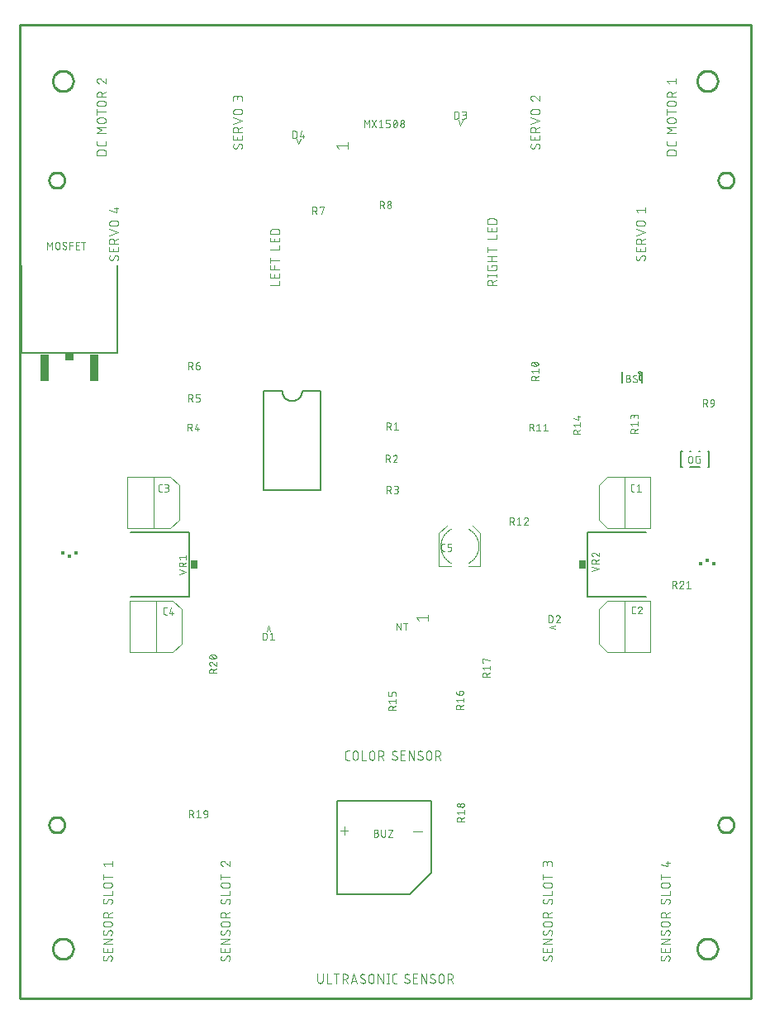
<source format=gbr>
G04 EAGLE Gerber RS-274X export*
G75*
%MOMM*%
%FSLAX34Y34*%
%LPD*%
%INSilkscreen Top*%
%IPPOS*%
%AMOC8*
5,1,8,0,0,1.08239X$1,22.5*%
G01*
%ADD10C,0.076200*%
%ADD11C,0.050800*%
%ADD12C,0.203200*%
%ADD13R,0.762000X0.863600*%
%ADD14C,0.152400*%
%ADD15R,0.325000X0.425000*%
%ADD16R,0.350000X0.350000*%
%ADD17R,0.863600X0.762000*%
%ADD18R,0.900200X2.799800*%
%ADD19C,0.101600*%
%ADD20C,0.127000*%
%ADD21C,0.100000*%
%ADD22C,0.254000*%


D10*
X533019Y873464D02*
X533017Y873553D01*
X533011Y873641D01*
X533002Y873729D01*
X532989Y873817D01*
X532972Y873904D01*
X532952Y873990D01*
X532927Y874075D01*
X532900Y874160D01*
X532868Y874243D01*
X532834Y874324D01*
X532795Y874404D01*
X532754Y874482D01*
X532709Y874559D01*
X532661Y874633D01*
X532610Y874706D01*
X532556Y874776D01*
X532498Y874843D01*
X532438Y874909D01*
X532376Y874971D01*
X532310Y875031D01*
X532243Y875089D01*
X532173Y875143D01*
X532100Y875194D01*
X532026Y875242D01*
X531949Y875287D01*
X531871Y875328D01*
X531791Y875367D01*
X531710Y875401D01*
X531627Y875433D01*
X531542Y875460D01*
X531457Y875485D01*
X531371Y875505D01*
X531284Y875522D01*
X531196Y875535D01*
X531108Y875544D01*
X531020Y875550D01*
X530931Y875552D01*
X533019Y873464D02*
X533017Y873335D01*
X533011Y873206D01*
X533002Y873077D01*
X532989Y872949D01*
X532972Y872821D01*
X532951Y872694D01*
X532927Y872567D01*
X532899Y872441D01*
X532867Y872316D01*
X532832Y872192D01*
X532793Y872069D01*
X532750Y871947D01*
X532704Y871827D01*
X532654Y871708D01*
X532601Y871590D01*
X532545Y871474D01*
X532485Y871360D01*
X532422Y871247D01*
X532355Y871137D01*
X532286Y871028D01*
X532213Y870922D01*
X532137Y870817D01*
X532058Y870715D01*
X531976Y870616D01*
X531892Y870518D01*
X531804Y870423D01*
X531714Y870331D01*
X525709Y870593D02*
X525620Y870595D01*
X525532Y870601D01*
X525444Y870610D01*
X525356Y870623D01*
X525269Y870640D01*
X525183Y870660D01*
X525098Y870685D01*
X525013Y870712D01*
X524930Y870744D01*
X524849Y870778D01*
X524769Y870817D01*
X524691Y870858D01*
X524614Y870903D01*
X524540Y870951D01*
X524467Y871002D01*
X524397Y871056D01*
X524330Y871114D01*
X524264Y871174D01*
X524202Y871236D01*
X524142Y871302D01*
X524084Y871369D01*
X524030Y871439D01*
X523979Y871512D01*
X523931Y871586D01*
X523886Y871663D01*
X523845Y871741D01*
X523806Y871821D01*
X523772Y871902D01*
X523740Y871985D01*
X523713Y872070D01*
X523688Y872155D01*
X523668Y872241D01*
X523651Y872328D01*
X523638Y872416D01*
X523629Y872504D01*
X523623Y872592D01*
X523621Y872681D01*
X523623Y872801D01*
X523628Y872921D01*
X523638Y873040D01*
X523650Y873160D01*
X523667Y873279D01*
X523687Y873397D01*
X523711Y873515D01*
X523738Y873631D01*
X523769Y873747D01*
X523803Y873862D01*
X523841Y873976D01*
X523883Y874089D01*
X523928Y874200D01*
X523976Y874310D01*
X524027Y874418D01*
X524082Y874525D01*
X524140Y874630D01*
X524202Y874733D01*
X524266Y874834D01*
X524334Y874934D01*
X524404Y875031D01*
X527536Y871636D02*
X527488Y871558D01*
X527436Y871482D01*
X527382Y871409D01*
X527324Y871338D01*
X527263Y871269D01*
X527199Y871203D01*
X527132Y871140D01*
X527063Y871080D01*
X526991Y871023D01*
X526917Y870969D01*
X526840Y870919D01*
X526761Y870871D01*
X526681Y870828D01*
X526598Y870787D01*
X526514Y870751D01*
X526429Y870718D01*
X526342Y870689D01*
X526253Y870663D01*
X526164Y870641D01*
X526074Y870624D01*
X525984Y870610D01*
X525892Y870600D01*
X525801Y870594D01*
X525709Y870592D01*
X529104Y874508D02*
X529152Y874586D01*
X529204Y874662D01*
X529258Y874735D01*
X529316Y874806D01*
X529377Y874875D01*
X529441Y874941D01*
X529508Y875004D01*
X529577Y875064D01*
X529649Y875121D01*
X529723Y875175D01*
X529800Y875225D01*
X529879Y875273D01*
X529959Y875316D01*
X530042Y875357D01*
X530126Y875393D01*
X530211Y875426D01*
X530298Y875455D01*
X530387Y875481D01*
X530476Y875503D01*
X530566Y875520D01*
X530656Y875534D01*
X530748Y875544D01*
X530839Y875550D01*
X530931Y875552D01*
X529103Y874508D02*
X527537Y871636D01*
X533019Y879492D02*
X533019Y883669D01*
X533019Y879492D02*
X523621Y879492D01*
X523621Y883669D01*
X527798Y882625D02*
X527798Y879492D01*
X523621Y887457D02*
X533019Y887457D01*
X523621Y887457D02*
X523621Y890067D01*
X523623Y890168D01*
X523629Y890269D01*
X523639Y890370D01*
X523652Y890470D01*
X523670Y890570D01*
X523691Y890669D01*
X523717Y890767D01*
X523746Y890864D01*
X523778Y890960D01*
X523815Y891054D01*
X523855Y891147D01*
X523899Y891239D01*
X523946Y891328D01*
X523997Y891416D01*
X524051Y891502D01*
X524108Y891585D01*
X524168Y891667D01*
X524232Y891745D01*
X524298Y891822D01*
X524368Y891895D01*
X524440Y891966D01*
X524515Y892034D01*
X524593Y892099D01*
X524673Y892161D01*
X524755Y892220D01*
X524840Y892276D01*
X524927Y892328D01*
X525015Y892377D01*
X525106Y892423D01*
X525198Y892464D01*
X525292Y892503D01*
X525387Y892537D01*
X525483Y892568D01*
X525581Y892595D01*
X525679Y892619D01*
X525779Y892638D01*
X525879Y892654D01*
X525979Y892666D01*
X526080Y892674D01*
X526181Y892678D01*
X526283Y892678D01*
X526384Y892674D01*
X526485Y892666D01*
X526585Y892654D01*
X526685Y892638D01*
X526785Y892619D01*
X526883Y892595D01*
X526981Y892568D01*
X527077Y892537D01*
X527172Y892503D01*
X527266Y892464D01*
X527358Y892423D01*
X527449Y892377D01*
X527538Y892328D01*
X527624Y892276D01*
X527709Y892220D01*
X527791Y892161D01*
X527871Y892099D01*
X527949Y892034D01*
X528024Y891966D01*
X528096Y891895D01*
X528166Y891822D01*
X528232Y891745D01*
X528296Y891667D01*
X528356Y891585D01*
X528413Y891502D01*
X528467Y891416D01*
X528518Y891328D01*
X528565Y891239D01*
X528609Y891147D01*
X528649Y891054D01*
X528686Y890960D01*
X528718Y890864D01*
X528747Y890767D01*
X528773Y890669D01*
X528794Y890570D01*
X528812Y890470D01*
X528825Y890370D01*
X528835Y890269D01*
X528841Y890168D01*
X528843Y890067D01*
X528842Y890067D02*
X528842Y887457D01*
X528842Y890589D02*
X533019Y892678D01*
X533019Y899154D02*
X523621Y896022D01*
X523621Y902287D02*
X533019Y899154D01*
X530408Y905688D02*
X526232Y905688D01*
X526232Y905687D02*
X526131Y905689D01*
X526030Y905695D01*
X525929Y905705D01*
X525829Y905718D01*
X525729Y905736D01*
X525630Y905757D01*
X525532Y905783D01*
X525435Y905812D01*
X525339Y905844D01*
X525245Y905881D01*
X525152Y905921D01*
X525060Y905965D01*
X524971Y906012D01*
X524883Y906063D01*
X524797Y906117D01*
X524714Y906174D01*
X524632Y906234D01*
X524554Y906298D01*
X524477Y906364D01*
X524404Y906434D01*
X524333Y906506D01*
X524265Y906581D01*
X524200Y906659D01*
X524138Y906739D01*
X524079Y906821D01*
X524023Y906906D01*
X523971Y906993D01*
X523922Y907081D01*
X523876Y907172D01*
X523835Y907264D01*
X523796Y907358D01*
X523762Y907453D01*
X523731Y907549D01*
X523704Y907647D01*
X523680Y907745D01*
X523661Y907845D01*
X523645Y907945D01*
X523633Y908045D01*
X523625Y908146D01*
X523621Y908247D01*
X523621Y908349D01*
X523625Y908450D01*
X523633Y908551D01*
X523645Y908651D01*
X523661Y908751D01*
X523680Y908851D01*
X523704Y908949D01*
X523731Y909047D01*
X523762Y909143D01*
X523796Y909238D01*
X523835Y909332D01*
X523876Y909424D01*
X523922Y909515D01*
X523971Y909604D01*
X524023Y909690D01*
X524079Y909775D01*
X524138Y909857D01*
X524200Y909937D01*
X524265Y910015D01*
X524333Y910090D01*
X524404Y910162D01*
X524477Y910232D01*
X524554Y910298D01*
X524632Y910362D01*
X524714Y910422D01*
X524797Y910479D01*
X524883Y910533D01*
X524971Y910584D01*
X525060Y910631D01*
X525152Y910675D01*
X525245Y910715D01*
X525339Y910752D01*
X525435Y910784D01*
X525532Y910813D01*
X525630Y910839D01*
X525729Y910860D01*
X525829Y910878D01*
X525929Y910891D01*
X526030Y910901D01*
X526131Y910907D01*
X526232Y910909D01*
X530408Y910909D01*
X530509Y910907D01*
X530610Y910901D01*
X530711Y910891D01*
X530811Y910878D01*
X530911Y910860D01*
X531010Y910839D01*
X531108Y910813D01*
X531205Y910784D01*
X531301Y910752D01*
X531395Y910715D01*
X531488Y910675D01*
X531580Y910631D01*
X531669Y910584D01*
X531757Y910533D01*
X531843Y910479D01*
X531926Y910422D01*
X532008Y910362D01*
X532086Y910298D01*
X532163Y910232D01*
X532236Y910162D01*
X532307Y910090D01*
X532375Y910015D01*
X532440Y909937D01*
X532502Y909857D01*
X532561Y909775D01*
X532617Y909690D01*
X532669Y909604D01*
X532718Y909515D01*
X532764Y909424D01*
X532805Y909332D01*
X532844Y909238D01*
X532878Y909143D01*
X532909Y909047D01*
X532936Y908949D01*
X532960Y908851D01*
X532979Y908751D01*
X532995Y908651D01*
X533007Y908551D01*
X533015Y908450D01*
X533019Y908349D01*
X533019Y908247D01*
X533015Y908146D01*
X533007Y908045D01*
X532995Y907945D01*
X532979Y907845D01*
X532960Y907745D01*
X532936Y907647D01*
X532909Y907549D01*
X532878Y907453D01*
X532844Y907358D01*
X532805Y907264D01*
X532764Y907172D01*
X532718Y907081D01*
X532669Y906993D01*
X532617Y906906D01*
X532561Y906821D01*
X532502Y906739D01*
X532440Y906659D01*
X532375Y906581D01*
X532307Y906506D01*
X532236Y906434D01*
X532163Y906364D01*
X532086Y906298D01*
X532008Y906234D01*
X531926Y906174D01*
X531843Y906117D01*
X531757Y906063D01*
X531669Y906012D01*
X531580Y905965D01*
X531488Y905921D01*
X531395Y905881D01*
X531301Y905844D01*
X531205Y905812D01*
X531108Y905783D01*
X531010Y905757D01*
X530911Y905736D01*
X530811Y905718D01*
X530711Y905705D01*
X530610Y905695D01*
X530509Y905689D01*
X530408Y905687D01*
X523621Y922580D02*
X523623Y922675D01*
X523629Y922769D01*
X523638Y922863D01*
X523651Y922957D01*
X523668Y923050D01*
X523689Y923142D01*
X523714Y923234D01*
X523742Y923324D01*
X523774Y923413D01*
X523809Y923501D01*
X523848Y923587D01*
X523890Y923672D01*
X523936Y923755D01*
X523985Y923836D01*
X524037Y923915D01*
X524092Y923992D01*
X524151Y924066D01*
X524212Y924138D01*
X524276Y924208D01*
X524343Y924275D01*
X524413Y924339D01*
X524485Y924400D01*
X524559Y924459D01*
X524636Y924514D01*
X524715Y924566D01*
X524796Y924615D01*
X524879Y924661D01*
X524964Y924703D01*
X525050Y924742D01*
X525138Y924777D01*
X525227Y924809D01*
X525317Y924837D01*
X525409Y924862D01*
X525501Y924883D01*
X525594Y924900D01*
X525688Y924913D01*
X525782Y924922D01*
X525876Y924928D01*
X525971Y924930D01*
X523621Y922580D02*
X523623Y922472D01*
X523629Y922363D01*
X523639Y922255D01*
X523652Y922148D01*
X523670Y922041D01*
X523691Y921934D01*
X523716Y921829D01*
X523745Y921724D01*
X523777Y921621D01*
X523814Y921519D01*
X523854Y921418D01*
X523897Y921319D01*
X523944Y921221D01*
X523995Y921125D01*
X524049Y921031D01*
X524106Y920939D01*
X524167Y920849D01*
X524231Y920761D01*
X524297Y920676D01*
X524367Y920593D01*
X524440Y920513D01*
X524516Y920435D01*
X524594Y920360D01*
X524675Y920288D01*
X524759Y920219D01*
X524845Y920153D01*
X524933Y920090D01*
X525024Y920031D01*
X525116Y919974D01*
X525211Y919921D01*
X525308Y919872D01*
X525406Y919826D01*
X525505Y919783D01*
X525607Y919744D01*
X525709Y919709D01*
X527799Y924147D02*
X527730Y924216D01*
X527659Y924282D01*
X527586Y924346D01*
X527510Y924407D01*
X527431Y924465D01*
X527351Y924519D01*
X527268Y924571D01*
X527184Y924619D01*
X527098Y924665D01*
X527010Y924706D01*
X526920Y924745D01*
X526829Y924780D01*
X526737Y924811D01*
X526644Y924839D01*
X526550Y924863D01*
X526455Y924883D01*
X526359Y924900D01*
X526262Y924913D01*
X526165Y924922D01*
X526068Y924928D01*
X525971Y924930D01*
X527798Y924146D02*
X533019Y919708D01*
X533019Y924929D01*
X228219Y873464D02*
X228217Y873553D01*
X228211Y873641D01*
X228202Y873729D01*
X228189Y873817D01*
X228172Y873904D01*
X228152Y873990D01*
X228127Y874075D01*
X228100Y874160D01*
X228068Y874243D01*
X228034Y874324D01*
X227995Y874404D01*
X227954Y874482D01*
X227909Y874559D01*
X227861Y874633D01*
X227810Y874706D01*
X227756Y874776D01*
X227698Y874843D01*
X227638Y874909D01*
X227576Y874971D01*
X227510Y875031D01*
X227443Y875089D01*
X227373Y875143D01*
X227300Y875194D01*
X227226Y875242D01*
X227149Y875287D01*
X227071Y875328D01*
X226991Y875367D01*
X226910Y875401D01*
X226827Y875433D01*
X226742Y875460D01*
X226657Y875485D01*
X226571Y875505D01*
X226484Y875522D01*
X226396Y875535D01*
X226308Y875544D01*
X226220Y875550D01*
X226131Y875552D01*
X228219Y873464D02*
X228217Y873335D01*
X228211Y873206D01*
X228202Y873077D01*
X228189Y872949D01*
X228172Y872821D01*
X228151Y872694D01*
X228127Y872567D01*
X228099Y872441D01*
X228067Y872316D01*
X228032Y872192D01*
X227993Y872069D01*
X227950Y871947D01*
X227904Y871827D01*
X227854Y871708D01*
X227801Y871590D01*
X227745Y871474D01*
X227685Y871360D01*
X227622Y871247D01*
X227555Y871137D01*
X227486Y871028D01*
X227413Y870922D01*
X227337Y870817D01*
X227258Y870715D01*
X227176Y870616D01*
X227092Y870518D01*
X227004Y870423D01*
X226914Y870331D01*
X220909Y870593D02*
X220820Y870595D01*
X220732Y870601D01*
X220644Y870610D01*
X220556Y870623D01*
X220469Y870640D01*
X220383Y870660D01*
X220298Y870685D01*
X220213Y870712D01*
X220130Y870744D01*
X220049Y870778D01*
X219969Y870817D01*
X219891Y870858D01*
X219814Y870903D01*
X219740Y870951D01*
X219667Y871002D01*
X219597Y871056D01*
X219530Y871114D01*
X219464Y871174D01*
X219402Y871236D01*
X219342Y871302D01*
X219284Y871369D01*
X219230Y871439D01*
X219179Y871512D01*
X219131Y871586D01*
X219086Y871663D01*
X219045Y871741D01*
X219006Y871821D01*
X218972Y871902D01*
X218940Y871985D01*
X218913Y872070D01*
X218888Y872155D01*
X218868Y872241D01*
X218851Y872328D01*
X218838Y872416D01*
X218829Y872504D01*
X218823Y872592D01*
X218821Y872681D01*
X218823Y872801D01*
X218828Y872921D01*
X218838Y873040D01*
X218850Y873160D01*
X218867Y873279D01*
X218887Y873397D01*
X218911Y873515D01*
X218938Y873631D01*
X218969Y873747D01*
X219003Y873862D01*
X219041Y873976D01*
X219083Y874089D01*
X219128Y874200D01*
X219176Y874310D01*
X219227Y874418D01*
X219282Y874525D01*
X219340Y874630D01*
X219402Y874733D01*
X219466Y874834D01*
X219534Y874934D01*
X219604Y875031D01*
X222736Y871636D02*
X222688Y871558D01*
X222636Y871482D01*
X222582Y871409D01*
X222524Y871338D01*
X222463Y871269D01*
X222399Y871203D01*
X222332Y871140D01*
X222263Y871080D01*
X222191Y871023D01*
X222117Y870969D01*
X222040Y870919D01*
X221961Y870871D01*
X221881Y870828D01*
X221798Y870787D01*
X221714Y870751D01*
X221629Y870718D01*
X221542Y870689D01*
X221453Y870663D01*
X221364Y870641D01*
X221274Y870624D01*
X221184Y870610D01*
X221092Y870600D01*
X221001Y870594D01*
X220909Y870592D01*
X224304Y874508D02*
X224352Y874586D01*
X224404Y874662D01*
X224458Y874735D01*
X224516Y874806D01*
X224577Y874875D01*
X224641Y874941D01*
X224708Y875004D01*
X224777Y875064D01*
X224849Y875121D01*
X224923Y875175D01*
X225000Y875225D01*
X225079Y875273D01*
X225159Y875316D01*
X225242Y875357D01*
X225326Y875393D01*
X225411Y875426D01*
X225498Y875455D01*
X225587Y875481D01*
X225676Y875503D01*
X225766Y875520D01*
X225856Y875534D01*
X225948Y875544D01*
X226039Y875550D01*
X226131Y875552D01*
X224303Y874508D02*
X222737Y871636D01*
X228219Y879492D02*
X228219Y883669D01*
X228219Y879492D02*
X218821Y879492D01*
X218821Y883669D01*
X222998Y882625D02*
X222998Y879492D01*
X218821Y887457D02*
X228219Y887457D01*
X218821Y887457D02*
X218821Y890067D01*
X218823Y890168D01*
X218829Y890269D01*
X218839Y890370D01*
X218852Y890470D01*
X218870Y890570D01*
X218891Y890669D01*
X218917Y890767D01*
X218946Y890864D01*
X218978Y890960D01*
X219015Y891054D01*
X219055Y891147D01*
X219099Y891239D01*
X219146Y891328D01*
X219197Y891416D01*
X219251Y891502D01*
X219308Y891585D01*
X219368Y891667D01*
X219432Y891745D01*
X219498Y891822D01*
X219568Y891895D01*
X219640Y891966D01*
X219715Y892034D01*
X219793Y892099D01*
X219873Y892161D01*
X219955Y892220D01*
X220040Y892276D01*
X220127Y892328D01*
X220215Y892377D01*
X220306Y892423D01*
X220398Y892464D01*
X220492Y892503D01*
X220587Y892537D01*
X220683Y892568D01*
X220781Y892595D01*
X220879Y892619D01*
X220979Y892638D01*
X221079Y892654D01*
X221179Y892666D01*
X221280Y892674D01*
X221381Y892678D01*
X221483Y892678D01*
X221584Y892674D01*
X221685Y892666D01*
X221785Y892654D01*
X221885Y892638D01*
X221985Y892619D01*
X222083Y892595D01*
X222181Y892568D01*
X222277Y892537D01*
X222372Y892503D01*
X222466Y892464D01*
X222558Y892423D01*
X222649Y892377D01*
X222738Y892328D01*
X222824Y892276D01*
X222909Y892220D01*
X222991Y892161D01*
X223071Y892099D01*
X223149Y892034D01*
X223224Y891966D01*
X223296Y891895D01*
X223366Y891822D01*
X223432Y891745D01*
X223496Y891667D01*
X223556Y891585D01*
X223613Y891502D01*
X223667Y891416D01*
X223718Y891328D01*
X223765Y891239D01*
X223809Y891147D01*
X223849Y891054D01*
X223886Y890960D01*
X223918Y890864D01*
X223947Y890767D01*
X223973Y890669D01*
X223994Y890570D01*
X224012Y890470D01*
X224025Y890370D01*
X224035Y890269D01*
X224041Y890168D01*
X224043Y890067D01*
X224042Y890067D02*
X224042Y887457D01*
X224042Y890589D02*
X228219Y892678D01*
X228219Y899154D02*
X218821Y896022D01*
X218821Y902287D02*
X228219Y899154D01*
X225608Y905688D02*
X221432Y905688D01*
X221432Y905687D02*
X221331Y905689D01*
X221230Y905695D01*
X221129Y905705D01*
X221029Y905718D01*
X220929Y905736D01*
X220830Y905757D01*
X220732Y905783D01*
X220635Y905812D01*
X220539Y905844D01*
X220445Y905881D01*
X220352Y905921D01*
X220260Y905965D01*
X220171Y906012D01*
X220083Y906063D01*
X219997Y906117D01*
X219914Y906174D01*
X219832Y906234D01*
X219754Y906298D01*
X219677Y906364D01*
X219604Y906434D01*
X219533Y906506D01*
X219465Y906581D01*
X219400Y906659D01*
X219338Y906739D01*
X219279Y906821D01*
X219223Y906906D01*
X219171Y906993D01*
X219122Y907081D01*
X219076Y907172D01*
X219035Y907264D01*
X218996Y907358D01*
X218962Y907453D01*
X218931Y907549D01*
X218904Y907647D01*
X218880Y907745D01*
X218861Y907845D01*
X218845Y907945D01*
X218833Y908045D01*
X218825Y908146D01*
X218821Y908247D01*
X218821Y908349D01*
X218825Y908450D01*
X218833Y908551D01*
X218845Y908651D01*
X218861Y908751D01*
X218880Y908851D01*
X218904Y908949D01*
X218931Y909047D01*
X218962Y909143D01*
X218996Y909238D01*
X219035Y909332D01*
X219076Y909424D01*
X219122Y909515D01*
X219171Y909604D01*
X219223Y909690D01*
X219279Y909775D01*
X219338Y909857D01*
X219400Y909937D01*
X219465Y910015D01*
X219533Y910090D01*
X219604Y910162D01*
X219677Y910232D01*
X219754Y910298D01*
X219832Y910362D01*
X219914Y910422D01*
X219997Y910479D01*
X220083Y910533D01*
X220171Y910584D01*
X220260Y910631D01*
X220352Y910675D01*
X220445Y910715D01*
X220539Y910752D01*
X220635Y910784D01*
X220732Y910813D01*
X220830Y910839D01*
X220929Y910860D01*
X221029Y910878D01*
X221129Y910891D01*
X221230Y910901D01*
X221331Y910907D01*
X221432Y910909D01*
X225608Y910909D01*
X225709Y910907D01*
X225810Y910901D01*
X225911Y910891D01*
X226011Y910878D01*
X226111Y910860D01*
X226210Y910839D01*
X226308Y910813D01*
X226405Y910784D01*
X226501Y910752D01*
X226595Y910715D01*
X226688Y910675D01*
X226780Y910631D01*
X226869Y910584D01*
X226957Y910533D01*
X227043Y910479D01*
X227126Y910422D01*
X227208Y910362D01*
X227286Y910298D01*
X227363Y910232D01*
X227436Y910162D01*
X227507Y910090D01*
X227575Y910015D01*
X227640Y909937D01*
X227702Y909857D01*
X227761Y909775D01*
X227817Y909690D01*
X227869Y909604D01*
X227918Y909515D01*
X227964Y909424D01*
X228005Y909332D01*
X228044Y909238D01*
X228078Y909143D01*
X228109Y909047D01*
X228136Y908949D01*
X228160Y908851D01*
X228179Y908751D01*
X228195Y908651D01*
X228207Y908551D01*
X228215Y908450D01*
X228219Y908349D01*
X228219Y908247D01*
X228215Y908146D01*
X228207Y908045D01*
X228195Y907945D01*
X228179Y907845D01*
X228160Y907745D01*
X228136Y907647D01*
X228109Y907549D01*
X228078Y907453D01*
X228044Y907358D01*
X228005Y907264D01*
X227964Y907172D01*
X227918Y907081D01*
X227869Y906993D01*
X227817Y906906D01*
X227761Y906821D01*
X227702Y906739D01*
X227640Y906659D01*
X227575Y906581D01*
X227507Y906506D01*
X227436Y906434D01*
X227363Y906364D01*
X227286Y906298D01*
X227208Y906234D01*
X227126Y906174D01*
X227043Y906117D01*
X226957Y906063D01*
X226869Y906012D01*
X226780Y905965D01*
X226688Y905921D01*
X226595Y905881D01*
X226501Y905844D01*
X226405Y905812D01*
X226308Y905783D01*
X226210Y905757D01*
X226111Y905736D01*
X226011Y905718D01*
X225911Y905705D01*
X225810Y905695D01*
X225709Y905689D01*
X225608Y905687D01*
X228219Y919708D02*
X228219Y922319D01*
X228217Y922420D01*
X228211Y922521D01*
X228201Y922622D01*
X228188Y922722D01*
X228170Y922822D01*
X228149Y922921D01*
X228123Y923019D01*
X228094Y923116D01*
X228062Y923212D01*
X228025Y923306D01*
X227985Y923399D01*
X227941Y923491D01*
X227894Y923580D01*
X227843Y923668D01*
X227789Y923754D01*
X227732Y923837D01*
X227672Y923919D01*
X227608Y923997D01*
X227542Y924074D01*
X227472Y924147D01*
X227400Y924218D01*
X227325Y924286D01*
X227247Y924351D01*
X227167Y924413D01*
X227085Y924472D01*
X227000Y924528D01*
X226914Y924580D01*
X226825Y924629D01*
X226734Y924675D01*
X226642Y924716D01*
X226548Y924755D01*
X226453Y924789D01*
X226357Y924820D01*
X226259Y924847D01*
X226161Y924871D01*
X226061Y924890D01*
X225961Y924906D01*
X225861Y924918D01*
X225760Y924926D01*
X225659Y924930D01*
X225557Y924930D01*
X225456Y924926D01*
X225355Y924918D01*
X225255Y924906D01*
X225155Y924890D01*
X225055Y924871D01*
X224957Y924847D01*
X224859Y924820D01*
X224763Y924789D01*
X224668Y924755D01*
X224574Y924716D01*
X224482Y924675D01*
X224391Y924629D01*
X224303Y924580D01*
X224216Y924528D01*
X224131Y924472D01*
X224049Y924413D01*
X223969Y924351D01*
X223891Y924286D01*
X223816Y924218D01*
X223744Y924147D01*
X223674Y924074D01*
X223608Y923997D01*
X223544Y923919D01*
X223484Y923837D01*
X223427Y923754D01*
X223373Y923668D01*
X223322Y923580D01*
X223275Y923491D01*
X223231Y923399D01*
X223191Y923306D01*
X223154Y923212D01*
X223122Y923116D01*
X223093Y923019D01*
X223067Y922921D01*
X223046Y922822D01*
X223028Y922722D01*
X223015Y922622D01*
X223005Y922521D01*
X222999Y922420D01*
X222997Y922319D01*
X218821Y922841D02*
X218821Y919708D01*
X218821Y922841D02*
X218823Y922931D01*
X218829Y923020D01*
X218838Y923110D01*
X218852Y923199D01*
X218869Y923287D01*
X218890Y923374D01*
X218915Y923461D01*
X218944Y923546D01*
X218976Y923630D01*
X219011Y923712D01*
X219051Y923793D01*
X219093Y923872D01*
X219139Y923949D01*
X219189Y924024D01*
X219241Y924097D01*
X219297Y924168D01*
X219355Y924236D01*
X219417Y924301D01*
X219481Y924364D01*
X219548Y924424D01*
X219617Y924481D01*
X219689Y924535D01*
X219763Y924586D01*
X219839Y924634D01*
X219917Y924678D01*
X219997Y924719D01*
X220079Y924757D01*
X220162Y924791D01*
X220247Y924821D01*
X220333Y924848D01*
X220419Y924871D01*
X220507Y924890D01*
X220596Y924905D01*
X220685Y924917D01*
X220774Y924925D01*
X220864Y924929D01*
X220954Y924929D01*
X221044Y924925D01*
X221133Y924917D01*
X221222Y924905D01*
X221311Y924890D01*
X221399Y924871D01*
X221485Y924848D01*
X221571Y924821D01*
X221656Y924791D01*
X221739Y924757D01*
X221821Y924719D01*
X221901Y924678D01*
X221979Y924634D01*
X222055Y924586D01*
X222129Y924535D01*
X222201Y924481D01*
X222270Y924424D01*
X222337Y924364D01*
X222401Y924301D01*
X222463Y924236D01*
X222521Y924168D01*
X222577Y924097D01*
X222629Y924024D01*
X222679Y923949D01*
X222725Y923872D01*
X222767Y923793D01*
X222807Y923712D01*
X222842Y923630D01*
X222874Y923546D01*
X222903Y923461D01*
X222928Y923374D01*
X222949Y923287D01*
X222966Y923199D01*
X222980Y923110D01*
X222989Y923020D01*
X222995Y922931D01*
X222997Y922841D01*
X222998Y922841D02*
X222998Y920753D01*
X99131Y761252D02*
X99220Y761250D01*
X99308Y761244D01*
X99396Y761235D01*
X99484Y761222D01*
X99571Y761205D01*
X99657Y761185D01*
X99742Y761160D01*
X99827Y761133D01*
X99910Y761101D01*
X99991Y761067D01*
X100071Y761028D01*
X100149Y760987D01*
X100226Y760942D01*
X100300Y760894D01*
X100373Y760843D01*
X100443Y760789D01*
X100510Y760731D01*
X100576Y760671D01*
X100638Y760609D01*
X100698Y760543D01*
X100756Y760476D01*
X100810Y760406D01*
X100861Y760333D01*
X100909Y760259D01*
X100954Y760182D01*
X100995Y760104D01*
X101034Y760024D01*
X101068Y759943D01*
X101100Y759860D01*
X101127Y759775D01*
X101152Y759690D01*
X101172Y759604D01*
X101189Y759517D01*
X101202Y759429D01*
X101211Y759341D01*
X101217Y759253D01*
X101219Y759164D01*
X101217Y759035D01*
X101211Y758906D01*
X101202Y758777D01*
X101189Y758649D01*
X101172Y758521D01*
X101151Y758394D01*
X101127Y758267D01*
X101099Y758141D01*
X101067Y758016D01*
X101032Y757892D01*
X100993Y757769D01*
X100950Y757647D01*
X100904Y757527D01*
X100854Y757408D01*
X100801Y757290D01*
X100745Y757174D01*
X100685Y757060D01*
X100622Y756947D01*
X100555Y756837D01*
X100486Y756728D01*
X100413Y756622D01*
X100337Y756517D01*
X100258Y756415D01*
X100176Y756316D01*
X100092Y756218D01*
X100004Y756123D01*
X99914Y756031D01*
X93909Y756293D02*
X93820Y756295D01*
X93732Y756301D01*
X93644Y756310D01*
X93556Y756323D01*
X93469Y756340D01*
X93383Y756360D01*
X93298Y756385D01*
X93213Y756412D01*
X93130Y756444D01*
X93049Y756478D01*
X92969Y756517D01*
X92891Y756558D01*
X92814Y756603D01*
X92740Y756651D01*
X92667Y756702D01*
X92597Y756756D01*
X92530Y756814D01*
X92464Y756874D01*
X92402Y756936D01*
X92342Y757002D01*
X92284Y757069D01*
X92230Y757139D01*
X92179Y757212D01*
X92131Y757286D01*
X92086Y757363D01*
X92045Y757441D01*
X92006Y757521D01*
X91972Y757602D01*
X91940Y757685D01*
X91913Y757770D01*
X91888Y757855D01*
X91868Y757941D01*
X91851Y758028D01*
X91838Y758116D01*
X91829Y758204D01*
X91823Y758292D01*
X91821Y758381D01*
X91823Y758501D01*
X91828Y758621D01*
X91838Y758740D01*
X91850Y758860D01*
X91867Y758979D01*
X91887Y759097D01*
X91911Y759215D01*
X91938Y759331D01*
X91969Y759447D01*
X92003Y759562D01*
X92041Y759676D01*
X92083Y759789D01*
X92128Y759900D01*
X92176Y760010D01*
X92227Y760118D01*
X92282Y760225D01*
X92340Y760330D01*
X92402Y760433D01*
X92466Y760534D01*
X92534Y760634D01*
X92604Y760731D01*
X95736Y757336D02*
X95688Y757258D01*
X95636Y757182D01*
X95582Y757109D01*
X95524Y757038D01*
X95463Y756969D01*
X95399Y756903D01*
X95332Y756840D01*
X95263Y756780D01*
X95191Y756723D01*
X95117Y756669D01*
X95040Y756619D01*
X94961Y756571D01*
X94881Y756528D01*
X94798Y756487D01*
X94714Y756451D01*
X94629Y756418D01*
X94542Y756389D01*
X94453Y756363D01*
X94364Y756341D01*
X94274Y756324D01*
X94184Y756310D01*
X94092Y756300D01*
X94001Y756294D01*
X93909Y756292D01*
X97304Y760208D02*
X97352Y760286D01*
X97404Y760362D01*
X97458Y760435D01*
X97516Y760506D01*
X97577Y760575D01*
X97641Y760641D01*
X97708Y760704D01*
X97777Y760764D01*
X97849Y760821D01*
X97923Y760875D01*
X98000Y760925D01*
X98079Y760973D01*
X98159Y761016D01*
X98242Y761057D01*
X98326Y761093D01*
X98411Y761126D01*
X98498Y761155D01*
X98587Y761181D01*
X98676Y761203D01*
X98766Y761220D01*
X98856Y761234D01*
X98948Y761244D01*
X99039Y761250D01*
X99131Y761252D01*
X97303Y760208D02*
X95737Y757336D01*
X101219Y765192D02*
X101219Y769369D01*
X101219Y765192D02*
X91821Y765192D01*
X91821Y769369D01*
X95998Y768325D02*
X95998Y765192D01*
X91821Y773157D02*
X101219Y773157D01*
X91821Y773157D02*
X91821Y775767D01*
X91823Y775868D01*
X91829Y775969D01*
X91839Y776070D01*
X91852Y776170D01*
X91870Y776270D01*
X91891Y776369D01*
X91917Y776467D01*
X91946Y776564D01*
X91978Y776660D01*
X92015Y776754D01*
X92055Y776847D01*
X92099Y776939D01*
X92146Y777028D01*
X92197Y777116D01*
X92251Y777202D01*
X92308Y777285D01*
X92368Y777367D01*
X92432Y777445D01*
X92498Y777522D01*
X92568Y777595D01*
X92640Y777666D01*
X92715Y777734D01*
X92793Y777799D01*
X92873Y777861D01*
X92955Y777920D01*
X93040Y777976D01*
X93127Y778028D01*
X93215Y778077D01*
X93306Y778123D01*
X93398Y778164D01*
X93492Y778203D01*
X93587Y778237D01*
X93683Y778268D01*
X93781Y778295D01*
X93879Y778319D01*
X93979Y778338D01*
X94079Y778354D01*
X94179Y778366D01*
X94280Y778374D01*
X94381Y778378D01*
X94483Y778378D01*
X94584Y778374D01*
X94685Y778366D01*
X94785Y778354D01*
X94885Y778338D01*
X94985Y778319D01*
X95083Y778295D01*
X95181Y778268D01*
X95277Y778237D01*
X95372Y778203D01*
X95466Y778164D01*
X95558Y778123D01*
X95649Y778077D01*
X95738Y778028D01*
X95824Y777976D01*
X95909Y777920D01*
X95991Y777861D01*
X96071Y777799D01*
X96149Y777734D01*
X96224Y777666D01*
X96296Y777595D01*
X96366Y777522D01*
X96432Y777445D01*
X96496Y777367D01*
X96556Y777285D01*
X96613Y777202D01*
X96667Y777116D01*
X96718Y777028D01*
X96765Y776939D01*
X96809Y776847D01*
X96849Y776754D01*
X96886Y776660D01*
X96918Y776564D01*
X96947Y776467D01*
X96973Y776369D01*
X96994Y776270D01*
X97012Y776170D01*
X97025Y776070D01*
X97035Y775969D01*
X97041Y775868D01*
X97043Y775767D01*
X97042Y775767D02*
X97042Y773157D01*
X97042Y776289D02*
X101219Y778378D01*
X101219Y784854D02*
X91821Y781722D01*
X91821Y787987D02*
X101219Y784854D01*
X98608Y791388D02*
X94432Y791388D01*
X94432Y791387D02*
X94331Y791389D01*
X94230Y791395D01*
X94129Y791405D01*
X94029Y791418D01*
X93929Y791436D01*
X93830Y791457D01*
X93732Y791483D01*
X93635Y791512D01*
X93539Y791544D01*
X93445Y791581D01*
X93352Y791621D01*
X93260Y791665D01*
X93171Y791712D01*
X93083Y791763D01*
X92997Y791817D01*
X92914Y791874D01*
X92832Y791934D01*
X92754Y791998D01*
X92677Y792064D01*
X92604Y792134D01*
X92533Y792206D01*
X92465Y792281D01*
X92400Y792359D01*
X92338Y792439D01*
X92279Y792521D01*
X92223Y792606D01*
X92171Y792693D01*
X92122Y792781D01*
X92076Y792872D01*
X92035Y792964D01*
X91996Y793058D01*
X91962Y793153D01*
X91931Y793249D01*
X91904Y793347D01*
X91880Y793445D01*
X91861Y793545D01*
X91845Y793645D01*
X91833Y793745D01*
X91825Y793846D01*
X91821Y793947D01*
X91821Y794049D01*
X91825Y794150D01*
X91833Y794251D01*
X91845Y794351D01*
X91861Y794451D01*
X91880Y794551D01*
X91904Y794649D01*
X91931Y794747D01*
X91962Y794843D01*
X91996Y794938D01*
X92035Y795032D01*
X92076Y795124D01*
X92122Y795215D01*
X92171Y795304D01*
X92223Y795390D01*
X92279Y795475D01*
X92338Y795557D01*
X92400Y795637D01*
X92465Y795715D01*
X92533Y795790D01*
X92604Y795862D01*
X92677Y795932D01*
X92754Y795998D01*
X92832Y796062D01*
X92914Y796122D01*
X92997Y796179D01*
X93083Y796233D01*
X93171Y796284D01*
X93260Y796331D01*
X93352Y796375D01*
X93445Y796415D01*
X93539Y796452D01*
X93635Y796484D01*
X93732Y796513D01*
X93830Y796539D01*
X93929Y796560D01*
X94029Y796578D01*
X94129Y796591D01*
X94230Y796601D01*
X94331Y796607D01*
X94432Y796609D01*
X98608Y796609D01*
X98709Y796607D01*
X98810Y796601D01*
X98911Y796591D01*
X99011Y796578D01*
X99111Y796560D01*
X99210Y796539D01*
X99308Y796513D01*
X99405Y796484D01*
X99501Y796452D01*
X99595Y796415D01*
X99688Y796375D01*
X99780Y796331D01*
X99869Y796284D01*
X99957Y796233D01*
X100043Y796179D01*
X100126Y796122D01*
X100208Y796062D01*
X100286Y795998D01*
X100363Y795932D01*
X100436Y795862D01*
X100507Y795790D01*
X100575Y795715D01*
X100640Y795637D01*
X100702Y795557D01*
X100761Y795475D01*
X100817Y795390D01*
X100869Y795304D01*
X100918Y795215D01*
X100964Y795124D01*
X101005Y795032D01*
X101044Y794938D01*
X101078Y794843D01*
X101109Y794747D01*
X101136Y794649D01*
X101160Y794551D01*
X101179Y794451D01*
X101195Y794351D01*
X101207Y794251D01*
X101215Y794150D01*
X101219Y794049D01*
X101219Y793947D01*
X101215Y793846D01*
X101207Y793745D01*
X101195Y793645D01*
X101179Y793545D01*
X101160Y793445D01*
X101136Y793347D01*
X101109Y793249D01*
X101078Y793153D01*
X101044Y793058D01*
X101005Y792964D01*
X100964Y792872D01*
X100918Y792781D01*
X100869Y792693D01*
X100817Y792606D01*
X100761Y792521D01*
X100702Y792439D01*
X100640Y792359D01*
X100575Y792281D01*
X100507Y792206D01*
X100436Y792134D01*
X100363Y792064D01*
X100286Y791998D01*
X100208Y791934D01*
X100126Y791874D01*
X100043Y791817D01*
X99957Y791763D01*
X99869Y791712D01*
X99780Y791665D01*
X99688Y791621D01*
X99595Y791581D01*
X99501Y791544D01*
X99405Y791512D01*
X99308Y791483D01*
X99210Y791457D01*
X99111Y791436D01*
X99011Y791418D01*
X98911Y791405D01*
X98810Y791395D01*
X98709Y791389D01*
X98608Y791387D01*
X99131Y805408D02*
X91821Y807497D01*
X99131Y805408D02*
X99131Y810629D01*
X97042Y809063D02*
X101219Y809063D01*
X638881Y761252D02*
X638970Y761250D01*
X639058Y761244D01*
X639146Y761235D01*
X639234Y761222D01*
X639321Y761205D01*
X639407Y761185D01*
X639492Y761160D01*
X639577Y761133D01*
X639660Y761101D01*
X639741Y761067D01*
X639821Y761028D01*
X639899Y760987D01*
X639976Y760942D01*
X640050Y760894D01*
X640123Y760843D01*
X640193Y760789D01*
X640260Y760731D01*
X640326Y760671D01*
X640388Y760609D01*
X640448Y760543D01*
X640506Y760476D01*
X640560Y760406D01*
X640611Y760333D01*
X640659Y760259D01*
X640704Y760182D01*
X640745Y760104D01*
X640784Y760024D01*
X640818Y759943D01*
X640850Y759860D01*
X640877Y759775D01*
X640902Y759690D01*
X640922Y759604D01*
X640939Y759517D01*
X640952Y759429D01*
X640961Y759341D01*
X640967Y759253D01*
X640969Y759164D01*
X640967Y759035D01*
X640961Y758906D01*
X640952Y758777D01*
X640939Y758649D01*
X640922Y758521D01*
X640901Y758394D01*
X640877Y758267D01*
X640849Y758141D01*
X640817Y758016D01*
X640782Y757892D01*
X640743Y757769D01*
X640700Y757647D01*
X640654Y757527D01*
X640604Y757408D01*
X640551Y757290D01*
X640495Y757174D01*
X640435Y757060D01*
X640372Y756947D01*
X640305Y756837D01*
X640236Y756728D01*
X640163Y756622D01*
X640087Y756517D01*
X640008Y756415D01*
X639926Y756316D01*
X639842Y756218D01*
X639754Y756123D01*
X639664Y756031D01*
X633659Y756293D02*
X633570Y756295D01*
X633482Y756301D01*
X633394Y756310D01*
X633306Y756323D01*
X633219Y756340D01*
X633133Y756360D01*
X633048Y756385D01*
X632963Y756412D01*
X632880Y756444D01*
X632799Y756478D01*
X632719Y756517D01*
X632641Y756558D01*
X632564Y756603D01*
X632490Y756651D01*
X632417Y756702D01*
X632347Y756756D01*
X632280Y756814D01*
X632214Y756874D01*
X632152Y756936D01*
X632092Y757002D01*
X632034Y757069D01*
X631980Y757139D01*
X631929Y757212D01*
X631881Y757286D01*
X631836Y757363D01*
X631795Y757441D01*
X631756Y757521D01*
X631722Y757602D01*
X631690Y757685D01*
X631663Y757770D01*
X631638Y757855D01*
X631618Y757941D01*
X631601Y758028D01*
X631588Y758116D01*
X631579Y758204D01*
X631573Y758292D01*
X631571Y758381D01*
X631573Y758501D01*
X631578Y758621D01*
X631588Y758740D01*
X631600Y758860D01*
X631617Y758979D01*
X631637Y759097D01*
X631661Y759215D01*
X631688Y759331D01*
X631719Y759447D01*
X631753Y759562D01*
X631791Y759676D01*
X631833Y759789D01*
X631878Y759900D01*
X631926Y760010D01*
X631977Y760118D01*
X632032Y760225D01*
X632090Y760330D01*
X632152Y760433D01*
X632216Y760534D01*
X632284Y760634D01*
X632354Y760731D01*
X635486Y757336D02*
X635438Y757258D01*
X635386Y757182D01*
X635332Y757109D01*
X635274Y757038D01*
X635213Y756969D01*
X635149Y756903D01*
X635082Y756840D01*
X635013Y756780D01*
X634941Y756723D01*
X634867Y756669D01*
X634790Y756619D01*
X634711Y756571D01*
X634631Y756528D01*
X634548Y756487D01*
X634464Y756451D01*
X634379Y756418D01*
X634292Y756389D01*
X634203Y756363D01*
X634114Y756341D01*
X634024Y756324D01*
X633934Y756310D01*
X633842Y756300D01*
X633751Y756294D01*
X633659Y756292D01*
X637054Y760208D02*
X637102Y760286D01*
X637154Y760362D01*
X637208Y760435D01*
X637266Y760506D01*
X637327Y760575D01*
X637391Y760641D01*
X637458Y760704D01*
X637527Y760764D01*
X637599Y760821D01*
X637673Y760875D01*
X637750Y760925D01*
X637829Y760973D01*
X637909Y761016D01*
X637992Y761057D01*
X638076Y761093D01*
X638161Y761126D01*
X638248Y761155D01*
X638337Y761181D01*
X638426Y761203D01*
X638516Y761220D01*
X638606Y761234D01*
X638698Y761244D01*
X638789Y761250D01*
X638881Y761252D01*
X637053Y760208D02*
X635487Y757336D01*
X640969Y765192D02*
X640969Y769369D01*
X640969Y765192D02*
X631571Y765192D01*
X631571Y769369D01*
X635748Y768325D02*
X635748Y765192D01*
X631571Y773157D02*
X640969Y773157D01*
X631571Y773157D02*
X631571Y775767D01*
X631573Y775868D01*
X631579Y775969D01*
X631589Y776070D01*
X631602Y776170D01*
X631620Y776270D01*
X631641Y776369D01*
X631667Y776467D01*
X631696Y776564D01*
X631728Y776660D01*
X631765Y776754D01*
X631805Y776847D01*
X631849Y776939D01*
X631896Y777028D01*
X631947Y777116D01*
X632001Y777202D01*
X632058Y777285D01*
X632118Y777367D01*
X632182Y777445D01*
X632248Y777522D01*
X632318Y777595D01*
X632390Y777666D01*
X632465Y777734D01*
X632543Y777799D01*
X632623Y777861D01*
X632705Y777920D01*
X632790Y777976D01*
X632877Y778028D01*
X632965Y778077D01*
X633056Y778123D01*
X633148Y778164D01*
X633242Y778203D01*
X633337Y778237D01*
X633433Y778268D01*
X633531Y778295D01*
X633629Y778319D01*
X633729Y778338D01*
X633829Y778354D01*
X633929Y778366D01*
X634030Y778374D01*
X634131Y778378D01*
X634233Y778378D01*
X634334Y778374D01*
X634435Y778366D01*
X634535Y778354D01*
X634635Y778338D01*
X634735Y778319D01*
X634833Y778295D01*
X634931Y778268D01*
X635027Y778237D01*
X635122Y778203D01*
X635216Y778164D01*
X635308Y778123D01*
X635399Y778077D01*
X635488Y778028D01*
X635574Y777976D01*
X635659Y777920D01*
X635741Y777861D01*
X635821Y777799D01*
X635899Y777734D01*
X635974Y777666D01*
X636046Y777595D01*
X636116Y777522D01*
X636182Y777445D01*
X636246Y777367D01*
X636306Y777285D01*
X636363Y777202D01*
X636417Y777116D01*
X636468Y777028D01*
X636515Y776939D01*
X636559Y776847D01*
X636599Y776754D01*
X636636Y776660D01*
X636668Y776564D01*
X636697Y776467D01*
X636723Y776369D01*
X636744Y776270D01*
X636762Y776170D01*
X636775Y776070D01*
X636785Y775969D01*
X636791Y775868D01*
X636793Y775767D01*
X636792Y775767D02*
X636792Y773157D01*
X636792Y776289D02*
X640969Y778378D01*
X640969Y784854D02*
X631571Y781722D01*
X631571Y787987D02*
X640969Y784854D01*
X638358Y791388D02*
X634182Y791388D01*
X634182Y791387D02*
X634081Y791389D01*
X633980Y791395D01*
X633879Y791405D01*
X633779Y791418D01*
X633679Y791436D01*
X633580Y791457D01*
X633482Y791483D01*
X633385Y791512D01*
X633289Y791544D01*
X633195Y791581D01*
X633102Y791621D01*
X633010Y791665D01*
X632921Y791712D01*
X632833Y791763D01*
X632747Y791817D01*
X632664Y791874D01*
X632582Y791934D01*
X632504Y791998D01*
X632427Y792064D01*
X632354Y792134D01*
X632283Y792206D01*
X632215Y792281D01*
X632150Y792359D01*
X632088Y792439D01*
X632029Y792521D01*
X631973Y792606D01*
X631921Y792693D01*
X631872Y792781D01*
X631826Y792872D01*
X631785Y792964D01*
X631746Y793058D01*
X631712Y793153D01*
X631681Y793249D01*
X631654Y793347D01*
X631630Y793445D01*
X631611Y793545D01*
X631595Y793645D01*
X631583Y793745D01*
X631575Y793846D01*
X631571Y793947D01*
X631571Y794049D01*
X631575Y794150D01*
X631583Y794251D01*
X631595Y794351D01*
X631611Y794451D01*
X631630Y794551D01*
X631654Y794649D01*
X631681Y794747D01*
X631712Y794843D01*
X631746Y794938D01*
X631785Y795032D01*
X631826Y795124D01*
X631872Y795215D01*
X631921Y795304D01*
X631973Y795390D01*
X632029Y795475D01*
X632088Y795557D01*
X632150Y795637D01*
X632215Y795715D01*
X632283Y795790D01*
X632354Y795862D01*
X632427Y795932D01*
X632504Y795998D01*
X632582Y796062D01*
X632664Y796122D01*
X632747Y796179D01*
X632833Y796233D01*
X632921Y796284D01*
X633010Y796331D01*
X633102Y796375D01*
X633195Y796415D01*
X633289Y796452D01*
X633385Y796484D01*
X633482Y796513D01*
X633580Y796539D01*
X633679Y796560D01*
X633779Y796578D01*
X633879Y796591D01*
X633980Y796601D01*
X634081Y796607D01*
X634182Y796609D01*
X638358Y796609D01*
X638459Y796607D01*
X638560Y796601D01*
X638661Y796591D01*
X638761Y796578D01*
X638861Y796560D01*
X638960Y796539D01*
X639058Y796513D01*
X639155Y796484D01*
X639251Y796452D01*
X639345Y796415D01*
X639438Y796375D01*
X639530Y796331D01*
X639619Y796284D01*
X639707Y796233D01*
X639793Y796179D01*
X639876Y796122D01*
X639958Y796062D01*
X640036Y795998D01*
X640113Y795932D01*
X640186Y795862D01*
X640257Y795790D01*
X640325Y795715D01*
X640390Y795637D01*
X640452Y795557D01*
X640511Y795475D01*
X640567Y795390D01*
X640619Y795304D01*
X640668Y795215D01*
X640714Y795124D01*
X640755Y795032D01*
X640794Y794938D01*
X640828Y794843D01*
X640859Y794747D01*
X640886Y794649D01*
X640910Y794551D01*
X640929Y794451D01*
X640945Y794351D01*
X640957Y794251D01*
X640965Y794150D01*
X640969Y794049D01*
X640969Y793947D01*
X640965Y793846D01*
X640957Y793745D01*
X640945Y793645D01*
X640929Y793545D01*
X640910Y793445D01*
X640886Y793347D01*
X640859Y793249D01*
X640828Y793153D01*
X640794Y793058D01*
X640755Y792964D01*
X640714Y792872D01*
X640668Y792781D01*
X640619Y792693D01*
X640567Y792606D01*
X640511Y792521D01*
X640452Y792439D01*
X640390Y792359D01*
X640325Y792281D01*
X640257Y792206D01*
X640186Y792134D01*
X640113Y792064D01*
X640036Y791998D01*
X639958Y791934D01*
X639876Y791874D01*
X639793Y791817D01*
X639707Y791763D01*
X639619Y791712D01*
X639530Y791665D01*
X639438Y791621D01*
X639345Y791581D01*
X639251Y791544D01*
X639155Y791512D01*
X639058Y791483D01*
X638960Y791457D01*
X638861Y791436D01*
X638761Y791418D01*
X638661Y791405D01*
X638560Y791395D01*
X638459Y791389D01*
X638358Y791387D01*
X633659Y805408D02*
X631571Y808019D01*
X640969Y808019D01*
X640969Y810629D02*
X640969Y805408D01*
X92781Y43702D02*
X92870Y43700D01*
X92958Y43694D01*
X93046Y43685D01*
X93134Y43672D01*
X93221Y43655D01*
X93307Y43635D01*
X93392Y43610D01*
X93477Y43583D01*
X93560Y43551D01*
X93641Y43517D01*
X93721Y43478D01*
X93799Y43437D01*
X93876Y43392D01*
X93950Y43344D01*
X94023Y43293D01*
X94093Y43239D01*
X94160Y43181D01*
X94226Y43121D01*
X94288Y43059D01*
X94348Y42993D01*
X94406Y42926D01*
X94460Y42856D01*
X94511Y42783D01*
X94559Y42709D01*
X94604Y42632D01*
X94645Y42554D01*
X94684Y42474D01*
X94718Y42393D01*
X94750Y42310D01*
X94777Y42225D01*
X94802Y42140D01*
X94822Y42054D01*
X94839Y41967D01*
X94852Y41879D01*
X94861Y41791D01*
X94867Y41703D01*
X94869Y41614D01*
X94867Y41485D01*
X94861Y41356D01*
X94852Y41227D01*
X94839Y41099D01*
X94822Y40971D01*
X94801Y40844D01*
X94777Y40717D01*
X94749Y40591D01*
X94717Y40466D01*
X94682Y40342D01*
X94643Y40219D01*
X94600Y40097D01*
X94554Y39977D01*
X94504Y39858D01*
X94451Y39740D01*
X94395Y39624D01*
X94335Y39510D01*
X94272Y39397D01*
X94205Y39287D01*
X94136Y39178D01*
X94063Y39072D01*
X93987Y38967D01*
X93908Y38865D01*
X93826Y38766D01*
X93742Y38668D01*
X93654Y38573D01*
X93564Y38481D01*
X87559Y38743D02*
X87470Y38745D01*
X87382Y38751D01*
X87294Y38760D01*
X87206Y38773D01*
X87119Y38790D01*
X87033Y38810D01*
X86948Y38835D01*
X86863Y38862D01*
X86780Y38894D01*
X86699Y38928D01*
X86619Y38967D01*
X86541Y39008D01*
X86464Y39053D01*
X86390Y39101D01*
X86317Y39152D01*
X86247Y39206D01*
X86180Y39264D01*
X86114Y39324D01*
X86052Y39386D01*
X85992Y39452D01*
X85934Y39519D01*
X85880Y39589D01*
X85829Y39662D01*
X85781Y39736D01*
X85736Y39813D01*
X85695Y39891D01*
X85656Y39971D01*
X85622Y40052D01*
X85590Y40135D01*
X85563Y40220D01*
X85538Y40305D01*
X85518Y40391D01*
X85501Y40478D01*
X85488Y40566D01*
X85479Y40654D01*
X85473Y40742D01*
X85471Y40831D01*
X85473Y40951D01*
X85478Y41071D01*
X85488Y41190D01*
X85500Y41310D01*
X85517Y41429D01*
X85537Y41547D01*
X85561Y41665D01*
X85588Y41781D01*
X85619Y41897D01*
X85653Y42012D01*
X85691Y42126D01*
X85733Y42239D01*
X85778Y42350D01*
X85826Y42460D01*
X85877Y42568D01*
X85932Y42675D01*
X85990Y42780D01*
X86052Y42883D01*
X86116Y42984D01*
X86184Y43084D01*
X86254Y43181D01*
X89386Y39786D02*
X89338Y39708D01*
X89286Y39632D01*
X89232Y39559D01*
X89174Y39488D01*
X89113Y39419D01*
X89049Y39353D01*
X88982Y39290D01*
X88913Y39230D01*
X88841Y39173D01*
X88767Y39119D01*
X88690Y39069D01*
X88611Y39021D01*
X88531Y38978D01*
X88448Y38937D01*
X88364Y38901D01*
X88279Y38868D01*
X88192Y38839D01*
X88103Y38813D01*
X88014Y38791D01*
X87924Y38774D01*
X87834Y38760D01*
X87742Y38750D01*
X87651Y38744D01*
X87559Y38742D01*
X90954Y42658D02*
X91002Y42736D01*
X91054Y42812D01*
X91108Y42885D01*
X91166Y42956D01*
X91227Y43025D01*
X91291Y43091D01*
X91358Y43154D01*
X91427Y43214D01*
X91499Y43271D01*
X91573Y43325D01*
X91650Y43375D01*
X91729Y43423D01*
X91809Y43466D01*
X91892Y43507D01*
X91976Y43543D01*
X92061Y43576D01*
X92148Y43605D01*
X92237Y43631D01*
X92326Y43653D01*
X92416Y43670D01*
X92506Y43684D01*
X92598Y43694D01*
X92689Y43700D01*
X92781Y43702D01*
X90953Y42658D02*
X89387Y39786D01*
X94869Y47642D02*
X94869Y51819D01*
X94869Y47642D02*
X85471Y47642D01*
X85471Y51819D01*
X89648Y50775D02*
X89648Y47642D01*
X85471Y55550D02*
X94869Y55550D01*
X94869Y60771D02*
X85471Y55550D01*
X85471Y60771D02*
X94869Y60771D01*
X94869Y67826D02*
X94867Y67915D01*
X94861Y68003D01*
X94852Y68091D01*
X94839Y68179D01*
X94822Y68266D01*
X94802Y68352D01*
X94777Y68437D01*
X94750Y68522D01*
X94718Y68605D01*
X94684Y68686D01*
X94645Y68766D01*
X94604Y68844D01*
X94559Y68921D01*
X94511Y68995D01*
X94460Y69068D01*
X94406Y69138D01*
X94348Y69205D01*
X94288Y69271D01*
X94226Y69333D01*
X94160Y69393D01*
X94093Y69451D01*
X94023Y69505D01*
X93950Y69556D01*
X93876Y69604D01*
X93799Y69649D01*
X93721Y69690D01*
X93641Y69729D01*
X93560Y69763D01*
X93477Y69795D01*
X93392Y69822D01*
X93307Y69847D01*
X93221Y69867D01*
X93134Y69884D01*
X93046Y69897D01*
X92958Y69906D01*
X92870Y69912D01*
X92781Y69914D01*
X94869Y67826D02*
X94867Y67697D01*
X94861Y67568D01*
X94852Y67439D01*
X94839Y67311D01*
X94822Y67183D01*
X94801Y67056D01*
X94777Y66929D01*
X94749Y66803D01*
X94717Y66678D01*
X94682Y66554D01*
X94643Y66431D01*
X94600Y66309D01*
X94554Y66189D01*
X94504Y66070D01*
X94451Y65952D01*
X94395Y65836D01*
X94335Y65722D01*
X94272Y65609D01*
X94205Y65499D01*
X94136Y65390D01*
X94063Y65284D01*
X93987Y65179D01*
X93908Y65077D01*
X93826Y64978D01*
X93742Y64880D01*
X93654Y64785D01*
X93564Y64693D01*
X87559Y64955D02*
X87470Y64957D01*
X87382Y64963D01*
X87294Y64972D01*
X87206Y64985D01*
X87119Y65002D01*
X87033Y65022D01*
X86948Y65047D01*
X86863Y65074D01*
X86780Y65106D01*
X86699Y65140D01*
X86619Y65179D01*
X86541Y65220D01*
X86464Y65265D01*
X86390Y65313D01*
X86317Y65364D01*
X86247Y65418D01*
X86180Y65476D01*
X86114Y65536D01*
X86052Y65598D01*
X85992Y65664D01*
X85934Y65731D01*
X85880Y65801D01*
X85829Y65874D01*
X85781Y65948D01*
X85736Y66025D01*
X85695Y66103D01*
X85656Y66183D01*
X85622Y66264D01*
X85590Y66347D01*
X85563Y66432D01*
X85538Y66517D01*
X85518Y66603D01*
X85501Y66690D01*
X85488Y66778D01*
X85479Y66866D01*
X85473Y66954D01*
X85471Y67043D01*
X85473Y67163D01*
X85478Y67283D01*
X85488Y67402D01*
X85500Y67522D01*
X85517Y67641D01*
X85537Y67759D01*
X85561Y67877D01*
X85588Y67993D01*
X85619Y68109D01*
X85653Y68224D01*
X85691Y68338D01*
X85733Y68451D01*
X85778Y68562D01*
X85826Y68672D01*
X85877Y68780D01*
X85932Y68887D01*
X85990Y68992D01*
X86052Y69095D01*
X86116Y69196D01*
X86184Y69296D01*
X86254Y69393D01*
X89386Y65999D02*
X89338Y65921D01*
X89286Y65845D01*
X89232Y65772D01*
X89174Y65701D01*
X89113Y65632D01*
X89049Y65566D01*
X88982Y65503D01*
X88913Y65443D01*
X88841Y65386D01*
X88767Y65332D01*
X88690Y65282D01*
X88611Y65234D01*
X88531Y65191D01*
X88448Y65150D01*
X88364Y65114D01*
X88279Y65081D01*
X88192Y65052D01*
X88103Y65026D01*
X88014Y65004D01*
X87924Y64987D01*
X87834Y64973D01*
X87742Y64963D01*
X87651Y64957D01*
X87559Y64955D01*
X90954Y68871D02*
X91002Y68949D01*
X91054Y69025D01*
X91108Y69098D01*
X91166Y69169D01*
X91227Y69238D01*
X91291Y69304D01*
X91358Y69367D01*
X91427Y69427D01*
X91499Y69484D01*
X91573Y69538D01*
X91650Y69588D01*
X91729Y69636D01*
X91809Y69679D01*
X91892Y69720D01*
X91976Y69756D01*
X92061Y69789D01*
X92148Y69818D01*
X92237Y69844D01*
X92326Y69866D01*
X92416Y69883D01*
X92506Y69897D01*
X92598Y69907D01*
X92689Y69913D01*
X92781Y69915D01*
X90953Y68871D02*
X89387Y65999D01*
X88082Y73533D02*
X92258Y73533D01*
X88082Y73532D02*
X87981Y73534D01*
X87880Y73540D01*
X87779Y73550D01*
X87679Y73563D01*
X87579Y73581D01*
X87480Y73602D01*
X87382Y73628D01*
X87285Y73657D01*
X87189Y73689D01*
X87095Y73726D01*
X87002Y73766D01*
X86910Y73810D01*
X86821Y73857D01*
X86733Y73908D01*
X86647Y73962D01*
X86564Y74019D01*
X86482Y74079D01*
X86404Y74143D01*
X86327Y74209D01*
X86254Y74279D01*
X86183Y74351D01*
X86115Y74426D01*
X86050Y74504D01*
X85988Y74584D01*
X85929Y74666D01*
X85873Y74751D01*
X85821Y74838D01*
X85772Y74926D01*
X85726Y75017D01*
X85685Y75109D01*
X85646Y75203D01*
X85612Y75298D01*
X85581Y75394D01*
X85554Y75492D01*
X85530Y75590D01*
X85511Y75690D01*
X85495Y75790D01*
X85483Y75890D01*
X85475Y75991D01*
X85471Y76092D01*
X85471Y76194D01*
X85475Y76295D01*
X85483Y76396D01*
X85495Y76496D01*
X85511Y76596D01*
X85530Y76696D01*
X85554Y76794D01*
X85581Y76892D01*
X85612Y76988D01*
X85646Y77083D01*
X85685Y77177D01*
X85726Y77269D01*
X85772Y77360D01*
X85821Y77449D01*
X85873Y77535D01*
X85929Y77620D01*
X85988Y77702D01*
X86050Y77782D01*
X86115Y77860D01*
X86183Y77935D01*
X86254Y78007D01*
X86327Y78077D01*
X86404Y78143D01*
X86482Y78207D01*
X86564Y78267D01*
X86647Y78324D01*
X86733Y78378D01*
X86821Y78429D01*
X86910Y78476D01*
X87002Y78520D01*
X87095Y78560D01*
X87189Y78597D01*
X87285Y78629D01*
X87382Y78658D01*
X87480Y78684D01*
X87579Y78705D01*
X87679Y78723D01*
X87779Y78736D01*
X87880Y78746D01*
X87981Y78752D01*
X88082Y78754D01*
X92258Y78754D01*
X92359Y78752D01*
X92460Y78746D01*
X92561Y78736D01*
X92661Y78723D01*
X92761Y78705D01*
X92860Y78684D01*
X92958Y78658D01*
X93055Y78629D01*
X93151Y78597D01*
X93245Y78560D01*
X93338Y78520D01*
X93430Y78476D01*
X93519Y78429D01*
X93607Y78378D01*
X93693Y78324D01*
X93776Y78267D01*
X93858Y78207D01*
X93936Y78143D01*
X94013Y78077D01*
X94086Y78007D01*
X94157Y77935D01*
X94225Y77860D01*
X94290Y77782D01*
X94352Y77702D01*
X94411Y77620D01*
X94467Y77535D01*
X94519Y77448D01*
X94568Y77360D01*
X94614Y77269D01*
X94655Y77177D01*
X94694Y77083D01*
X94728Y76988D01*
X94759Y76892D01*
X94786Y76794D01*
X94810Y76696D01*
X94829Y76596D01*
X94845Y76496D01*
X94857Y76396D01*
X94865Y76295D01*
X94869Y76194D01*
X94869Y76092D01*
X94865Y75991D01*
X94857Y75890D01*
X94845Y75790D01*
X94829Y75690D01*
X94810Y75590D01*
X94786Y75492D01*
X94759Y75394D01*
X94728Y75298D01*
X94694Y75203D01*
X94655Y75109D01*
X94614Y75017D01*
X94568Y74926D01*
X94519Y74837D01*
X94467Y74751D01*
X94411Y74666D01*
X94352Y74584D01*
X94290Y74504D01*
X94225Y74426D01*
X94157Y74351D01*
X94086Y74279D01*
X94013Y74209D01*
X93936Y74143D01*
X93858Y74079D01*
X93776Y74019D01*
X93693Y73962D01*
X93607Y73908D01*
X93519Y73857D01*
X93430Y73810D01*
X93338Y73766D01*
X93245Y73726D01*
X93151Y73689D01*
X93055Y73657D01*
X92958Y73628D01*
X92860Y73602D01*
X92761Y73581D01*
X92661Y73563D01*
X92561Y73550D01*
X92460Y73540D01*
X92359Y73534D01*
X92258Y73532D01*
X94869Y83039D02*
X85471Y83039D01*
X85471Y85649D01*
X85473Y85750D01*
X85479Y85851D01*
X85489Y85952D01*
X85502Y86052D01*
X85520Y86152D01*
X85541Y86251D01*
X85567Y86349D01*
X85596Y86446D01*
X85628Y86542D01*
X85665Y86636D01*
X85705Y86729D01*
X85749Y86821D01*
X85796Y86910D01*
X85847Y86998D01*
X85901Y87084D01*
X85958Y87167D01*
X86018Y87249D01*
X86082Y87327D01*
X86148Y87404D01*
X86218Y87477D01*
X86290Y87548D01*
X86365Y87616D01*
X86443Y87681D01*
X86523Y87743D01*
X86605Y87802D01*
X86690Y87858D01*
X86777Y87910D01*
X86865Y87959D01*
X86956Y88005D01*
X87048Y88046D01*
X87142Y88085D01*
X87237Y88119D01*
X87333Y88150D01*
X87431Y88177D01*
X87529Y88201D01*
X87629Y88220D01*
X87729Y88236D01*
X87829Y88248D01*
X87930Y88256D01*
X88031Y88260D01*
X88133Y88260D01*
X88234Y88256D01*
X88335Y88248D01*
X88435Y88236D01*
X88535Y88220D01*
X88635Y88201D01*
X88733Y88177D01*
X88831Y88150D01*
X88927Y88119D01*
X89022Y88085D01*
X89116Y88046D01*
X89208Y88005D01*
X89299Y87959D01*
X89388Y87910D01*
X89474Y87858D01*
X89559Y87802D01*
X89641Y87743D01*
X89721Y87681D01*
X89799Y87616D01*
X89874Y87548D01*
X89946Y87477D01*
X90016Y87404D01*
X90082Y87327D01*
X90146Y87249D01*
X90206Y87167D01*
X90263Y87084D01*
X90317Y86998D01*
X90368Y86910D01*
X90415Y86821D01*
X90459Y86729D01*
X90499Y86636D01*
X90536Y86542D01*
X90568Y86446D01*
X90597Y86349D01*
X90623Y86251D01*
X90644Y86152D01*
X90662Y86052D01*
X90675Y85952D01*
X90685Y85851D01*
X90691Y85750D01*
X90693Y85649D01*
X90692Y85649D02*
X90692Y83039D01*
X90692Y86171D02*
X94869Y88260D01*
X94869Y99830D02*
X94867Y99919D01*
X94861Y100007D01*
X94852Y100095D01*
X94839Y100183D01*
X94822Y100270D01*
X94802Y100356D01*
X94777Y100441D01*
X94750Y100526D01*
X94718Y100609D01*
X94684Y100690D01*
X94645Y100770D01*
X94604Y100848D01*
X94559Y100925D01*
X94511Y100999D01*
X94460Y101072D01*
X94406Y101142D01*
X94348Y101209D01*
X94288Y101275D01*
X94226Y101337D01*
X94160Y101397D01*
X94093Y101455D01*
X94023Y101509D01*
X93950Y101560D01*
X93876Y101608D01*
X93799Y101653D01*
X93721Y101694D01*
X93641Y101733D01*
X93560Y101767D01*
X93477Y101799D01*
X93392Y101826D01*
X93307Y101851D01*
X93221Y101871D01*
X93134Y101888D01*
X93046Y101901D01*
X92958Y101910D01*
X92870Y101916D01*
X92781Y101918D01*
X94869Y99830D02*
X94867Y99701D01*
X94861Y99572D01*
X94852Y99443D01*
X94839Y99315D01*
X94822Y99187D01*
X94801Y99060D01*
X94777Y98933D01*
X94749Y98807D01*
X94717Y98682D01*
X94682Y98558D01*
X94643Y98435D01*
X94600Y98313D01*
X94554Y98193D01*
X94504Y98074D01*
X94451Y97956D01*
X94395Y97840D01*
X94335Y97726D01*
X94272Y97613D01*
X94205Y97503D01*
X94136Y97394D01*
X94063Y97288D01*
X93987Y97183D01*
X93908Y97081D01*
X93826Y96982D01*
X93742Y96884D01*
X93654Y96789D01*
X93564Y96697D01*
X87559Y96959D02*
X87470Y96961D01*
X87382Y96967D01*
X87294Y96976D01*
X87206Y96989D01*
X87119Y97006D01*
X87033Y97026D01*
X86948Y97051D01*
X86863Y97078D01*
X86780Y97110D01*
X86699Y97144D01*
X86619Y97183D01*
X86541Y97224D01*
X86464Y97269D01*
X86390Y97317D01*
X86317Y97368D01*
X86247Y97422D01*
X86180Y97480D01*
X86114Y97540D01*
X86052Y97602D01*
X85992Y97668D01*
X85934Y97735D01*
X85880Y97805D01*
X85829Y97878D01*
X85781Y97952D01*
X85736Y98029D01*
X85695Y98107D01*
X85656Y98187D01*
X85622Y98268D01*
X85590Y98351D01*
X85563Y98436D01*
X85538Y98521D01*
X85518Y98607D01*
X85501Y98694D01*
X85488Y98782D01*
X85479Y98870D01*
X85473Y98958D01*
X85471Y99047D01*
X85473Y99167D01*
X85478Y99287D01*
X85488Y99406D01*
X85500Y99526D01*
X85517Y99645D01*
X85537Y99763D01*
X85561Y99881D01*
X85588Y99997D01*
X85619Y100113D01*
X85653Y100228D01*
X85691Y100342D01*
X85733Y100455D01*
X85778Y100566D01*
X85826Y100676D01*
X85877Y100784D01*
X85932Y100891D01*
X85990Y100996D01*
X86052Y101099D01*
X86116Y101200D01*
X86184Y101300D01*
X86254Y101397D01*
X89386Y98003D02*
X89338Y97925D01*
X89286Y97849D01*
X89232Y97776D01*
X89174Y97705D01*
X89113Y97636D01*
X89049Y97570D01*
X88982Y97507D01*
X88913Y97447D01*
X88841Y97390D01*
X88767Y97336D01*
X88690Y97286D01*
X88611Y97238D01*
X88531Y97195D01*
X88448Y97154D01*
X88364Y97118D01*
X88279Y97085D01*
X88192Y97056D01*
X88103Y97030D01*
X88014Y97008D01*
X87924Y96991D01*
X87834Y96977D01*
X87742Y96967D01*
X87651Y96961D01*
X87559Y96959D01*
X90954Y100875D02*
X91002Y100953D01*
X91054Y101029D01*
X91108Y101102D01*
X91166Y101173D01*
X91227Y101242D01*
X91291Y101308D01*
X91358Y101371D01*
X91427Y101431D01*
X91499Y101488D01*
X91573Y101542D01*
X91650Y101592D01*
X91729Y101640D01*
X91809Y101683D01*
X91892Y101724D01*
X91976Y101760D01*
X92061Y101793D01*
X92148Y101822D01*
X92237Y101848D01*
X92326Y101870D01*
X92416Y101887D01*
X92506Y101901D01*
X92598Y101911D01*
X92689Y101917D01*
X92781Y101919D01*
X90953Y100874D02*
X89387Y98003D01*
X85471Y105859D02*
X94869Y105859D01*
X94869Y110036D01*
X92258Y113461D02*
X88082Y113461D01*
X87981Y113463D01*
X87880Y113469D01*
X87779Y113479D01*
X87679Y113492D01*
X87579Y113510D01*
X87480Y113531D01*
X87382Y113557D01*
X87285Y113586D01*
X87189Y113618D01*
X87095Y113655D01*
X87002Y113695D01*
X86910Y113739D01*
X86821Y113786D01*
X86733Y113837D01*
X86647Y113891D01*
X86564Y113948D01*
X86482Y114008D01*
X86404Y114072D01*
X86327Y114138D01*
X86254Y114208D01*
X86183Y114280D01*
X86115Y114355D01*
X86050Y114433D01*
X85988Y114513D01*
X85929Y114595D01*
X85873Y114680D01*
X85821Y114767D01*
X85772Y114855D01*
X85726Y114946D01*
X85685Y115038D01*
X85646Y115132D01*
X85612Y115227D01*
X85581Y115323D01*
X85554Y115421D01*
X85530Y115519D01*
X85511Y115619D01*
X85495Y115719D01*
X85483Y115819D01*
X85475Y115920D01*
X85471Y116021D01*
X85471Y116123D01*
X85475Y116224D01*
X85483Y116325D01*
X85495Y116425D01*
X85511Y116525D01*
X85530Y116625D01*
X85554Y116723D01*
X85581Y116821D01*
X85612Y116917D01*
X85646Y117012D01*
X85685Y117106D01*
X85726Y117198D01*
X85772Y117289D01*
X85821Y117378D01*
X85873Y117464D01*
X85929Y117549D01*
X85988Y117631D01*
X86050Y117711D01*
X86115Y117789D01*
X86183Y117864D01*
X86254Y117936D01*
X86327Y118006D01*
X86404Y118072D01*
X86482Y118136D01*
X86564Y118196D01*
X86647Y118253D01*
X86733Y118307D01*
X86821Y118358D01*
X86910Y118405D01*
X87002Y118449D01*
X87095Y118489D01*
X87189Y118526D01*
X87285Y118558D01*
X87382Y118587D01*
X87480Y118613D01*
X87579Y118634D01*
X87679Y118652D01*
X87779Y118665D01*
X87880Y118675D01*
X87981Y118681D01*
X88082Y118683D01*
X92258Y118683D01*
X92359Y118681D01*
X92460Y118675D01*
X92561Y118665D01*
X92661Y118652D01*
X92761Y118634D01*
X92860Y118613D01*
X92958Y118587D01*
X93055Y118558D01*
X93151Y118526D01*
X93245Y118489D01*
X93338Y118449D01*
X93430Y118405D01*
X93519Y118358D01*
X93607Y118307D01*
X93693Y118253D01*
X93776Y118196D01*
X93858Y118136D01*
X93936Y118072D01*
X94013Y118006D01*
X94086Y117936D01*
X94157Y117864D01*
X94225Y117789D01*
X94290Y117711D01*
X94352Y117631D01*
X94411Y117549D01*
X94467Y117464D01*
X94519Y117377D01*
X94568Y117289D01*
X94614Y117198D01*
X94655Y117106D01*
X94694Y117012D01*
X94728Y116917D01*
X94759Y116821D01*
X94786Y116723D01*
X94810Y116625D01*
X94829Y116525D01*
X94845Y116425D01*
X94857Y116325D01*
X94865Y116224D01*
X94869Y116123D01*
X94869Y116021D01*
X94865Y115920D01*
X94857Y115819D01*
X94845Y115719D01*
X94829Y115619D01*
X94810Y115519D01*
X94786Y115421D01*
X94759Y115323D01*
X94728Y115227D01*
X94694Y115132D01*
X94655Y115038D01*
X94614Y114946D01*
X94568Y114855D01*
X94519Y114766D01*
X94467Y114680D01*
X94411Y114595D01*
X94352Y114513D01*
X94290Y114433D01*
X94225Y114355D01*
X94157Y114280D01*
X94086Y114208D01*
X94013Y114138D01*
X93936Y114072D01*
X93858Y114008D01*
X93776Y113948D01*
X93693Y113891D01*
X93607Y113837D01*
X93519Y113786D01*
X93430Y113739D01*
X93338Y113695D01*
X93245Y113655D01*
X93151Y113618D01*
X93055Y113586D01*
X92958Y113557D01*
X92860Y113531D01*
X92761Y113510D01*
X92661Y113492D01*
X92561Y113479D01*
X92460Y113469D01*
X92359Y113463D01*
X92258Y113461D01*
X94869Y124606D02*
X85471Y124606D01*
X85471Y121996D02*
X85471Y127217D01*
X87559Y135407D02*
X85471Y138017D01*
X94869Y138017D01*
X94869Y135407D02*
X94869Y140628D01*
X213431Y43702D02*
X213520Y43700D01*
X213608Y43694D01*
X213696Y43685D01*
X213784Y43672D01*
X213871Y43655D01*
X213957Y43635D01*
X214042Y43610D01*
X214127Y43583D01*
X214210Y43551D01*
X214291Y43517D01*
X214371Y43478D01*
X214449Y43437D01*
X214526Y43392D01*
X214600Y43344D01*
X214673Y43293D01*
X214743Y43239D01*
X214810Y43181D01*
X214876Y43121D01*
X214938Y43059D01*
X214998Y42993D01*
X215056Y42926D01*
X215110Y42856D01*
X215161Y42783D01*
X215209Y42709D01*
X215254Y42632D01*
X215295Y42554D01*
X215334Y42474D01*
X215368Y42393D01*
X215400Y42310D01*
X215427Y42225D01*
X215452Y42140D01*
X215472Y42054D01*
X215489Y41967D01*
X215502Y41879D01*
X215511Y41791D01*
X215517Y41703D01*
X215519Y41614D01*
X215517Y41485D01*
X215511Y41356D01*
X215502Y41227D01*
X215489Y41099D01*
X215472Y40971D01*
X215451Y40844D01*
X215427Y40717D01*
X215399Y40591D01*
X215367Y40466D01*
X215332Y40342D01*
X215293Y40219D01*
X215250Y40097D01*
X215204Y39977D01*
X215154Y39858D01*
X215101Y39740D01*
X215045Y39624D01*
X214985Y39510D01*
X214922Y39397D01*
X214855Y39287D01*
X214786Y39178D01*
X214713Y39072D01*
X214637Y38967D01*
X214558Y38865D01*
X214476Y38766D01*
X214392Y38668D01*
X214304Y38573D01*
X214214Y38481D01*
X208209Y38743D02*
X208120Y38745D01*
X208032Y38751D01*
X207944Y38760D01*
X207856Y38773D01*
X207769Y38790D01*
X207683Y38810D01*
X207598Y38835D01*
X207513Y38862D01*
X207430Y38894D01*
X207349Y38928D01*
X207269Y38967D01*
X207191Y39008D01*
X207114Y39053D01*
X207040Y39101D01*
X206967Y39152D01*
X206897Y39206D01*
X206830Y39264D01*
X206764Y39324D01*
X206702Y39386D01*
X206642Y39452D01*
X206584Y39519D01*
X206530Y39589D01*
X206479Y39662D01*
X206431Y39736D01*
X206386Y39813D01*
X206345Y39891D01*
X206306Y39971D01*
X206272Y40052D01*
X206240Y40135D01*
X206213Y40220D01*
X206188Y40305D01*
X206168Y40391D01*
X206151Y40478D01*
X206138Y40566D01*
X206129Y40654D01*
X206123Y40742D01*
X206121Y40831D01*
X206123Y40951D01*
X206128Y41071D01*
X206138Y41190D01*
X206150Y41310D01*
X206167Y41429D01*
X206187Y41547D01*
X206211Y41665D01*
X206238Y41781D01*
X206269Y41897D01*
X206303Y42012D01*
X206341Y42126D01*
X206383Y42239D01*
X206428Y42350D01*
X206476Y42460D01*
X206527Y42568D01*
X206582Y42675D01*
X206640Y42780D01*
X206702Y42883D01*
X206766Y42984D01*
X206834Y43084D01*
X206904Y43181D01*
X210036Y39786D02*
X209988Y39708D01*
X209936Y39632D01*
X209882Y39559D01*
X209824Y39488D01*
X209763Y39419D01*
X209699Y39353D01*
X209632Y39290D01*
X209563Y39230D01*
X209491Y39173D01*
X209417Y39119D01*
X209340Y39069D01*
X209261Y39021D01*
X209181Y38978D01*
X209098Y38937D01*
X209014Y38901D01*
X208929Y38868D01*
X208842Y38839D01*
X208753Y38813D01*
X208664Y38791D01*
X208574Y38774D01*
X208484Y38760D01*
X208392Y38750D01*
X208301Y38744D01*
X208209Y38742D01*
X211604Y42658D02*
X211652Y42736D01*
X211704Y42812D01*
X211758Y42885D01*
X211816Y42956D01*
X211877Y43025D01*
X211941Y43091D01*
X212008Y43154D01*
X212077Y43214D01*
X212149Y43271D01*
X212223Y43325D01*
X212300Y43375D01*
X212379Y43423D01*
X212459Y43466D01*
X212542Y43507D01*
X212626Y43543D01*
X212711Y43576D01*
X212798Y43605D01*
X212887Y43631D01*
X212976Y43653D01*
X213066Y43670D01*
X213156Y43684D01*
X213248Y43694D01*
X213339Y43700D01*
X213431Y43702D01*
X211603Y42658D02*
X210037Y39786D01*
X215519Y47642D02*
X215519Y51819D01*
X215519Y47642D02*
X206121Y47642D01*
X206121Y51819D01*
X210298Y50775D02*
X210298Y47642D01*
X206121Y55550D02*
X215519Y55550D01*
X215519Y60771D02*
X206121Y55550D01*
X206121Y60771D02*
X215519Y60771D01*
X215519Y67826D02*
X215517Y67915D01*
X215511Y68003D01*
X215502Y68091D01*
X215489Y68179D01*
X215472Y68266D01*
X215452Y68352D01*
X215427Y68437D01*
X215400Y68522D01*
X215368Y68605D01*
X215334Y68686D01*
X215295Y68766D01*
X215254Y68844D01*
X215209Y68921D01*
X215161Y68995D01*
X215110Y69068D01*
X215056Y69138D01*
X214998Y69205D01*
X214938Y69271D01*
X214876Y69333D01*
X214810Y69393D01*
X214743Y69451D01*
X214673Y69505D01*
X214600Y69556D01*
X214526Y69604D01*
X214449Y69649D01*
X214371Y69690D01*
X214291Y69729D01*
X214210Y69763D01*
X214127Y69795D01*
X214042Y69822D01*
X213957Y69847D01*
X213871Y69867D01*
X213784Y69884D01*
X213696Y69897D01*
X213608Y69906D01*
X213520Y69912D01*
X213431Y69914D01*
X215519Y67826D02*
X215517Y67697D01*
X215511Y67568D01*
X215502Y67439D01*
X215489Y67311D01*
X215472Y67183D01*
X215451Y67056D01*
X215427Y66929D01*
X215399Y66803D01*
X215367Y66678D01*
X215332Y66554D01*
X215293Y66431D01*
X215250Y66309D01*
X215204Y66189D01*
X215154Y66070D01*
X215101Y65952D01*
X215045Y65836D01*
X214985Y65722D01*
X214922Y65609D01*
X214855Y65499D01*
X214786Y65390D01*
X214713Y65284D01*
X214637Y65179D01*
X214558Y65077D01*
X214476Y64978D01*
X214392Y64880D01*
X214304Y64785D01*
X214214Y64693D01*
X208209Y64955D02*
X208120Y64957D01*
X208032Y64963D01*
X207944Y64972D01*
X207856Y64985D01*
X207769Y65002D01*
X207683Y65022D01*
X207598Y65047D01*
X207513Y65074D01*
X207430Y65106D01*
X207349Y65140D01*
X207269Y65179D01*
X207191Y65220D01*
X207114Y65265D01*
X207040Y65313D01*
X206967Y65364D01*
X206897Y65418D01*
X206830Y65476D01*
X206764Y65536D01*
X206702Y65598D01*
X206642Y65664D01*
X206584Y65731D01*
X206530Y65801D01*
X206479Y65874D01*
X206431Y65948D01*
X206386Y66025D01*
X206345Y66103D01*
X206306Y66183D01*
X206272Y66264D01*
X206240Y66347D01*
X206213Y66432D01*
X206188Y66517D01*
X206168Y66603D01*
X206151Y66690D01*
X206138Y66778D01*
X206129Y66866D01*
X206123Y66954D01*
X206121Y67043D01*
X206123Y67163D01*
X206128Y67283D01*
X206138Y67402D01*
X206150Y67522D01*
X206167Y67641D01*
X206187Y67759D01*
X206211Y67877D01*
X206238Y67993D01*
X206269Y68109D01*
X206303Y68224D01*
X206341Y68338D01*
X206383Y68451D01*
X206428Y68562D01*
X206476Y68672D01*
X206527Y68780D01*
X206582Y68887D01*
X206640Y68992D01*
X206702Y69095D01*
X206766Y69196D01*
X206834Y69296D01*
X206904Y69393D01*
X210036Y65999D02*
X209988Y65921D01*
X209936Y65845D01*
X209882Y65772D01*
X209824Y65701D01*
X209763Y65632D01*
X209699Y65566D01*
X209632Y65503D01*
X209563Y65443D01*
X209491Y65386D01*
X209417Y65332D01*
X209340Y65282D01*
X209261Y65234D01*
X209181Y65191D01*
X209098Y65150D01*
X209014Y65114D01*
X208929Y65081D01*
X208842Y65052D01*
X208753Y65026D01*
X208664Y65004D01*
X208574Y64987D01*
X208484Y64973D01*
X208392Y64963D01*
X208301Y64957D01*
X208209Y64955D01*
X211604Y68871D02*
X211652Y68949D01*
X211704Y69025D01*
X211758Y69098D01*
X211816Y69169D01*
X211877Y69238D01*
X211941Y69304D01*
X212008Y69367D01*
X212077Y69427D01*
X212149Y69484D01*
X212223Y69538D01*
X212300Y69588D01*
X212379Y69636D01*
X212459Y69679D01*
X212542Y69720D01*
X212626Y69756D01*
X212711Y69789D01*
X212798Y69818D01*
X212887Y69844D01*
X212976Y69866D01*
X213066Y69883D01*
X213156Y69897D01*
X213248Y69907D01*
X213339Y69913D01*
X213431Y69915D01*
X211603Y68871D02*
X210037Y65999D01*
X208732Y73533D02*
X212908Y73533D01*
X208732Y73532D02*
X208631Y73534D01*
X208530Y73540D01*
X208429Y73550D01*
X208329Y73563D01*
X208229Y73581D01*
X208130Y73602D01*
X208032Y73628D01*
X207935Y73657D01*
X207839Y73689D01*
X207745Y73726D01*
X207652Y73766D01*
X207560Y73810D01*
X207471Y73857D01*
X207383Y73908D01*
X207297Y73962D01*
X207214Y74019D01*
X207132Y74079D01*
X207054Y74143D01*
X206977Y74209D01*
X206904Y74279D01*
X206833Y74351D01*
X206765Y74426D01*
X206700Y74504D01*
X206638Y74584D01*
X206579Y74666D01*
X206523Y74751D01*
X206471Y74838D01*
X206422Y74926D01*
X206376Y75017D01*
X206335Y75109D01*
X206296Y75203D01*
X206262Y75298D01*
X206231Y75394D01*
X206204Y75492D01*
X206180Y75590D01*
X206161Y75690D01*
X206145Y75790D01*
X206133Y75890D01*
X206125Y75991D01*
X206121Y76092D01*
X206121Y76194D01*
X206125Y76295D01*
X206133Y76396D01*
X206145Y76496D01*
X206161Y76596D01*
X206180Y76696D01*
X206204Y76794D01*
X206231Y76892D01*
X206262Y76988D01*
X206296Y77083D01*
X206335Y77177D01*
X206376Y77269D01*
X206422Y77360D01*
X206471Y77449D01*
X206523Y77535D01*
X206579Y77620D01*
X206638Y77702D01*
X206700Y77782D01*
X206765Y77860D01*
X206833Y77935D01*
X206904Y78007D01*
X206977Y78077D01*
X207054Y78143D01*
X207132Y78207D01*
X207214Y78267D01*
X207297Y78324D01*
X207383Y78378D01*
X207471Y78429D01*
X207560Y78476D01*
X207652Y78520D01*
X207745Y78560D01*
X207839Y78597D01*
X207935Y78629D01*
X208032Y78658D01*
X208130Y78684D01*
X208229Y78705D01*
X208329Y78723D01*
X208429Y78736D01*
X208530Y78746D01*
X208631Y78752D01*
X208732Y78754D01*
X212908Y78754D01*
X213009Y78752D01*
X213110Y78746D01*
X213211Y78736D01*
X213311Y78723D01*
X213411Y78705D01*
X213510Y78684D01*
X213608Y78658D01*
X213705Y78629D01*
X213801Y78597D01*
X213895Y78560D01*
X213988Y78520D01*
X214080Y78476D01*
X214169Y78429D01*
X214257Y78378D01*
X214343Y78324D01*
X214426Y78267D01*
X214508Y78207D01*
X214586Y78143D01*
X214663Y78077D01*
X214736Y78007D01*
X214807Y77935D01*
X214875Y77860D01*
X214940Y77782D01*
X215002Y77702D01*
X215061Y77620D01*
X215117Y77535D01*
X215169Y77448D01*
X215218Y77360D01*
X215264Y77269D01*
X215305Y77177D01*
X215344Y77083D01*
X215378Y76988D01*
X215409Y76892D01*
X215436Y76794D01*
X215460Y76696D01*
X215479Y76596D01*
X215495Y76496D01*
X215507Y76396D01*
X215515Y76295D01*
X215519Y76194D01*
X215519Y76092D01*
X215515Y75991D01*
X215507Y75890D01*
X215495Y75790D01*
X215479Y75690D01*
X215460Y75590D01*
X215436Y75492D01*
X215409Y75394D01*
X215378Y75298D01*
X215344Y75203D01*
X215305Y75109D01*
X215264Y75017D01*
X215218Y74926D01*
X215169Y74837D01*
X215117Y74751D01*
X215061Y74666D01*
X215002Y74584D01*
X214940Y74504D01*
X214875Y74426D01*
X214807Y74351D01*
X214736Y74279D01*
X214663Y74209D01*
X214586Y74143D01*
X214508Y74079D01*
X214426Y74019D01*
X214343Y73962D01*
X214257Y73908D01*
X214169Y73857D01*
X214080Y73810D01*
X213988Y73766D01*
X213895Y73726D01*
X213801Y73689D01*
X213705Y73657D01*
X213608Y73628D01*
X213510Y73602D01*
X213411Y73581D01*
X213311Y73563D01*
X213211Y73550D01*
X213110Y73540D01*
X213009Y73534D01*
X212908Y73532D01*
X215519Y83039D02*
X206121Y83039D01*
X206121Y85649D01*
X206123Y85750D01*
X206129Y85851D01*
X206139Y85952D01*
X206152Y86052D01*
X206170Y86152D01*
X206191Y86251D01*
X206217Y86349D01*
X206246Y86446D01*
X206278Y86542D01*
X206315Y86636D01*
X206355Y86729D01*
X206399Y86821D01*
X206446Y86910D01*
X206497Y86998D01*
X206551Y87084D01*
X206608Y87167D01*
X206668Y87249D01*
X206732Y87327D01*
X206798Y87404D01*
X206868Y87477D01*
X206940Y87548D01*
X207015Y87616D01*
X207093Y87681D01*
X207173Y87743D01*
X207255Y87802D01*
X207340Y87858D01*
X207427Y87910D01*
X207515Y87959D01*
X207606Y88005D01*
X207698Y88046D01*
X207792Y88085D01*
X207887Y88119D01*
X207983Y88150D01*
X208081Y88177D01*
X208179Y88201D01*
X208279Y88220D01*
X208379Y88236D01*
X208479Y88248D01*
X208580Y88256D01*
X208681Y88260D01*
X208783Y88260D01*
X208884Y88256D01*
X208985Y88248D01*
X209085Y88236D01*
X209185Y88220D01*
X209285Y88201D01*
X209383Y88177D01*
X209481Y88150D01*
X209577Y88119D01*
X209672Y88085D01*
X209766Y88046D01*
X209858Y88005D01*
X209949Y87959D01*
X210038Y87910D01*
X210124Y87858D01*
X210209Y87802D01*
X210291Y87743D01*
X210371Y87681D01*
X210449Y87616D01*
X210524Y87548D01*
X210596Y87477D01*
X210666Y87404D01*
X210732Y87327D01*
X210796Y87249D01*
X210856Y87167D01*
X210913Y87084D01*
X210967Y86998D01*
X211018Y86910D01*
X211065Y86821D01*
X211109Y86729D01*
X211149Y86636D01*
X211186Y86542D01*
X211218Y86446D01*
X211247Y86349D01*
X211273Y86251D01*
X211294Y86152D01*
X211312Y86052D01*
X211325Y85952D01*
X211335Y85851D01*
X211341Y85750D01*
X211343Y85649D01*
X211342Y85649D02*
X211342Y83039D01*
X211342Y86171D02*
X215519Y88260D01*
X215519Y99830D02*
X215517Y99919D01*
X215511Y100007D01*
X215502Y100095D01*
X215489Y100183D01*
X215472Y100270D01*
X215452Y100356D01*
X215427Y100441D01*
X215400Y100526D01*
X215368Y100609D01*
X215334Y100690D01*
X215295Y100770D01*
X215254Y100848D01*
X215209Y100925D01*
X215161Y100999D01*
X215110Y101072D01*
X215056Y101142D01*
X214998Y101209D01*
X214938Y101275D01*
X214876Y101337D01*
X214810Y101397D01*
X214743Y101455D01*
X214673Y101509D01*
X214600Y101560D01*
X214526Y101608D01*
X214449Y101653D01*
X214371Y101694D01*
X214291Y101733D01*
X214210Y101767D01*
X214127Y101799D01*
X214042Y101826D01*
X213957Y101851D01*
X213871Y101871D01*
X213784Y101888D01*
X213696Y101901D01*
X213608Y101910D01*
X213520Y101916D01*
X213431Y101918D01*
X215519Y99830D02*
X215517Y99701D01*
X215511Y99572D01*
X215502Y99443D01*
X215489Y99315D01*
X215472Y99187D01*
X215451Y99060D01*
X215427Y98933D01*
X215399Y98807D01*
X215367Y98682D01*
X215332Y98558D01*
X215293Y98435D01*
X215250Y98313D01*
X215204Y98193D01*
X215154Y98074D01*
X215101Y97956D01*
X215045Y97840D01*
X214985Y97726D01*
X214922Y97613D01*
X214855Y97503D01*
X214786Y97394D01*
X214713Y97288D01*
X214637Y97183D01*
X214558Y97081D01*
X214476Y96982D01*
X214392Y96884D01*
X214304Y96789D01*
X214214Y96697D01*
X208209Y96959D02*
X208120Y96961D01*
X208032Y96967D01*
X207944Y96976D01*
X207856Y96989D01*
X207769Y97006D01*
X207683Y97026D01*
X207598Y97051D01*
X207513Y97078D01*
X207430Y97110D01*
X207349Y97144D01*
X207269Y97183D01*
X207191Y97224D01*
X207114Y97269D01*
X207040Y97317D01*
X206967Y97368D01*
X206897Y97422D01*
X206830Y97480D01*
X206764Y97540D01*
X206702Y97602D01*
X206642Y97668D01*
X206584Y97735D01*
X206530Y97805D01*
X206479Y97878D01*
X206431Y97952D01*
X206386Y98029D01*
X206345Y98107D01*
X206306Y98187D01*
X206272Y98268D01*
X206240Y98351D01*
X206213Y98436D01*
X206188Y98521D01*
X206168Y98607D01*
X206151Y98694D01*
X206138Y98782D01*
X206129Y98870D01*
X206123Y98958D01*
X206121Y99047D01*
X206123Y99167D01*
X206128Y99287D01*
X206138Y99406D01*
X206150Y99526D01*
X206167Y99645D01*
X206187Y99763D01*
X206211Y99881D01*
X206238Y99997D01*
X206269Y100113D01*
X206303Y100228D01*
X206341Y100342D01*
X206383Y100455D01*
X206428Y100566D01*
X206476Y100676D01*
X206527Y100784D01*
X206582Y100891D01*
X206640Y100996D01*
X206702Y101099D01*
X206766Y101200D01*
X206834Y101300D01*
X206904Y101397D01*
X210036Y98003D02*
X209988Y97925D01*
X209936Y97849D01*
X209882Y97776D01*
X209824Y97705D01*
X209763Y97636D01*
X209699Y97570D01*
X209632Y97507D01*
X209563Y97447D01*
X209491Y97390D01*
X209417Y97336D01*
X209340Y97286D01*
X209261Y97238D01*
X209181Y97195D01*
X209098Y97154D01*
X209014Y97118D01*
X208929Y97085D01*
X208842Y97056D01*
X208753Y97030D01*
X208664Y97008D01*
X208574Y96991D01*
X208484Y96977D01*
X208392Y96967D01*
X208301Y96961D01*
X208209Y96959D01*
X211604Y100875D02*
X211652Y100953D01*
X211704Y101029D01*
X211758Y101102D01*
X211816Y101173D01*
X211877Y101242D01*
X211941Y101308D01*
X212008Y101371D01*
X212077Y101431D01*
X212149Y101488D01*
X212223Y101542D01*
X212300Y101592D01*
X212379Y101640D01*
X212459Y101683D01*
X212542Y101724D01*
X212626Y101760D01*
X212711Y101793D01*
X212798Y101822D01*
X212887Y101848D01*
X212976Y101870D01*
X213066Y101887D01*
X213156Y101901D01*
X213248Y101911D01*
X213339Y101917D01*
X213431Y101919D01*
X211603Y100874D02*
X210037Y98003D01*
X206121Y105859D02*
X215519Y105859D01*
X215519Y110036D01*
X212908Y113461D02*
X208732Y113461D01*
X208631Y113463D01*
X208530Y113469D01*
X208429Y113479D01*
X208329Y113492D01*
X208229Y113510D01*
X208130Y113531D01*
X208032Y113557D01*
X207935Y113586D01*
X207839Y113618D01*
X207745Y113655D01*
X207652Y113695D01*
X207560Y113739D01*
X207471Y113786D01*
X207383Y113837D01*
X207297Y113891D01*
X207214Y113948D01*
X207132Y114008D01*
X207054Y114072D01*
X206977Y114138D01*
X206904Y114208D01*
X206833Y114280D01*
X206765Y114355D01*
X206700Y114433D01*
X206638Y114513D01*
X206579Y114595D01*
X206523Y114680D01*
X206471Y114767D01*
X206422Y114855D01*
X206376Y114946D01*
X206335Y115038D01*
X206296Y115132D01*
X206262Y115227D01*
X206231Y115323D01*
X206204Y115421D01*
X206180Y115519D01*
X206161Y115619D01*
X206145Y115719D01*
X206133Y115819D01*
X206125Y115920D01*
X206121Y116021D01*
X206121Y116123D01*
X206125Y116224D01*
X206133Y116325D01*
X206145Y116425D01*
X206161Y116525D01*
X206180Y116625D01*
X206204Y116723D01*
X206231Y116821D01*
X206262Y116917D01*
X206296Y117012D01*
X206335Y117106D01*
X206376Y117198D01*
X206422Y117289D01*
X206471Y117378D01*
X206523Y117464D01*
X206579Y117549D01*
X206638Y117631D01*
X206700Y117711D01*
X206765Y117789D01*
X206833Y117864D01*
X206904Y117936D01*
X206977Y118006D01*
X207054Y118072D01*
X207132Y118136D01*
X207214Y118196D01*
X207297Y118253D01*
X207383Y118307D01*
X207471Y118358D01*
X207560Y118405D01*
X207652Y118449D01*
X207745Y118489D01*
X207839Y118526D01*
X207935Y118558D01*
X208032Y118587D01*
X208130Y118613D01*
X208229Y118634D01*
X208329Y118652D01*
X208429Y118665D01*
X208530Y118675D01*
X208631Y118681D01*
X208732Y118683D01*
X212908Y118683D01*
X213009Y118681D01*
X213110Y118675D01*
X213211Y118665D01*
X213311Y118652D01*
X213411Y118634D01*
X213510Y118613D01*
X213608Y118587D01*
X213705Y118558D01*
X213801Y118526D01*
X213895Y118489D01*
X213988Y118449D01*
X214080Y118405D01*
X214169Y118358D01*
X214257Y118307D01*
X214343Y118253D01*
X214426Y118196D01*
X214508Y118136D01*
X214586Y118072D01*
X214663Y118006D01*
X214736Y117936D01*
X214807Y117864D01*
X214875Y117789D01*
X214940Y117711D01*
X215002Y117631D01*
X215061Y117549D01*
X215117Y117464D01*
X215169Y117377D01*
X215218Y117289D01*
X215264Y117198D01*
X215305Y117106D01*
X215344Y117012D01*
X215378Y116917D01*
X215409Y116821D01*
X215436Y116723D01*
X215460Y116625D01*
X215479Y116525D01*
X215495Y116425D01*
X215507Y116325D01*
X215515Y116224D01*
X215519Y116123D01*
X215519Y116021D01*
X215515Y115920D01*
X215507Y115819D01*
X215495Y115719D01*
X215479Y115619D01*
X215460Y115519D01*
X215436Y115421D01*
X215409Y115323D01*
X215378Y115227D01*
X215344Y115132D01*
X215305Y115038D01*
X215264Y114946D01*
X215218Y114855D01*
X215169Y114766D01*
X215117Y114680D01*
X215061Y114595D01*
X215002Y114513D01*
X214940Y114433D01*
X214875Y114355D01*
X214807Y114280D01*
X214736Y114208D01*
X214663Y114138D01*
X214586Y114072D01*
X214508Y114008D01*
X214426Y113948D01*
X214343Y113891D01*
X214257Y113837D01*
X214169Y113786D01*
X214080Y113739D01*
X213988Y113695D01*
X213895Y113655D01*
X213801Y113618D01*
X213705Y113586D01*
X213608Y113557D01*
X213510Y113531D01*
X213411Y113510D01*
X213311Y113492D01*
X213211Y113479D01*
X213110Y113469D01*
X213009Y113463D01*
X212908Y113461D01*
X215519Y124606D02*
X206121Y124606D01*
X206121Y121996D02*
X206121Y127217D01*
X206121Y138279D02*
X206123Y138374D01*
X206129Y138468D01*
X206138Y138562D01*
X206151Y138656D01*
X206168Y138749D01*
X206189Y138841D01*
X206214Y138933D01*
X206242Y139023D01*
X206274Y139112D01*
X206309Y139200D01*
X206348Y139286D01*
X206390Y139371D01*
X206436Y139454D01*
X206485Y139535D01*
X206537Y139614D01*
X206592Y139691D01*
X206651Y139765D01*
X206712Y139837D01*
X206776Y139907D01*
X206843Y139974D01*
X206913Y140038D01*
X206985Y140099D01*
X207059Y140158D01*
X207136Y140213D01*
X207215Y140265D01*
X207296Y140314D01*
X207379Y140360D01*
X207464Y140402D01*
X207550Y140441D01*
X207638Y140476D01*
X207727Y140508D01*
X207817Y140536D01*
X207909Y140561D01*
X208001Y140582D01*
X208094Y140599D01*
X208188Y140612D01*
X208282Y140621D01*
X208376Y140627D01*
X208471Y140629D01*
X206121Y138279D02*
X206123Y138171D01*
X206129Y138062D01*
X206139Y137954D01*
X206152Y137847D01*
X206170Y137740D01*
X206191Y137633D01*
X206216Y137528D01*
X206245Y137423D01*
X206277Y137320D01*
X206314Y137218D01*
X206354Y137117D01*
X206397Y137018D01*
X206444Y136920D01*
X206495Y136824D01*
X206549Y136730D01*
X206606Y136638D01*
X206667Y136548D01*
X206731Y136460D01*
X206797Y136375D01*
X206867Y136292D01*
X206940Y136212D01*
X207016Y136134D01*
X207094Y136059D01*
X207175Y135987D01*
X207259Y135918D01*
X207345Y135852D01*
X207433Y135789D01*
X207524Y135730D01*
X207616Y135673D01*
X207711Y135620D01*
X207808Y135571D01*
X207906Y135525D01*
X208005Y135482D01*
X208107Y135443D01*
X208209Y135408D01*
X210299Y139845D02*
X210230Y139914D01*
X210159Y139980D01*
X210086Y140044D01*
X210010Y140105D01*
X209931Y140163D01*
X209851Y140217D01*
X209768Y140269D01*
X209684Y140317D01*
X209598Y140363D01*
X209510Y140404D01*
X209420Y140443D01*
X209329Y140478D01*
X209237Y140509D01*
X209144Y140537D01*
X209050Y140561D01*
X208955Y140581D01*
X208859Y140598D01*
X208762Y140611D01*
X208665Y140620D01*
X208568Y140626D01*
X208471Y140628D01*
X210298Y139845D02*
X215519Y135407D01*
X215519Y140628D01*
X543631Y43702D02*
X543720Y43700D01*
X543808Y43694D01*
X543896Y43685D01*
X543984Y43672D01*
X544071Y43655D01*
X544157Y43635D01*
X544242Y43610D01*
X544327Y43583D01*
X544410Y43551D01*
X544491Y43517D01*
X544571Y43478D01*
X544649Y43437D01*
X544726Y43392D01*
X544800Y43344D01*
X544873Y43293D01*
X544943Y43239D01*
X545010Y43181D01*
X545076Y43121D01*
X545138Y43059D01*
X545198Y42993D01*
X545256Y42926D01*
X545310Y42856D01*
X545361Y42783D01*
X545409Y42709D01*
X545454Y42632D01*
X545495Y42554D01*
X545534Y42474D01*
X545568Y42393D01*
X545600Y42310D01*
X545627Y42225D01*
X545652Y42140D01*
X545672Y42054D01*
X545689Y41967D01*
X545702Y41879D01*
X545711Y41791D01*
X545717Y41703D01*
X545719Y41614D01*
X545717Y41485D01*
X545711Y41356D01*
X545702Y41227D01*
X545689Y41099D01*
X545672Y40971D01*
X545651Y40844D01*
X545627Y40717D01*
X545599Y40591D01*
X545567Y40466D01*
X545532Y40342D01*
X545493Y40219D01*
X545450Y40097D01*
X545404Y39977D01*
X545354Y39858D01*
X545301Y39740D01*
X545245Y39624D01*
X545185Y39510D01*
X545122Y39397D01*
X545055Y39287D01*
X544986Y39178D01*
X544913Y39072D01*
X544837Y38967D01*
X544758Y38865D01*
X544676Y38766D01*
X544592Y38668D01*
X544504Y38573D01*
X544414Y38481D01*
X538409Y38743D02*
X538320Y38745D01*
X538232Y38751D01*
X538144Y38760D01*
X538056Y38773D01*
X537969Y38790D01*
X537883Y38810D01*
X537798Y38835D01*
X537713Y38862D01*
X537630Y38894D01*
X537549Y38928D01*
X537469Y38967D01*
X537391Y39008D01*
X537314Y39053D01*
X537240Y39101D01*
X537167Y39152D01*
X537097Y39206D01*
X537030Y39264D01*
X536964Y39324D01*
X536902Y39386D01*
X536842Y39452D01*
X536784Y39519D01*
X536730Y39589D01*
X536679Y39662D01*
X536631Y39736D01*
X536586Y39813D01*
X536545Y39891D01*
X536506Y39971D01*
X536472Y40052D01*
X536440Y40135D01*
X536413Y40220D01*
X536388Y40305D01*
X536368Y40391D01*
X536351Y40478D01*
X536338Y40566D01*
X536329Y40654D01*
X536323Y40742D01*
X536321Y40831D01*
X536323Y40951D01*
X536328Y41071D01*
X536338Y41190D01*
X536350Y41310D01*
X536367Y41429D01*
X536387Y41547D01*
X536411Y41665D01*
X536438Y41781D01*
X536469Y41897D01*
X536503Y42012D01*
X536541Y42126D01*
X536583Y42239D01*
X536628Y42350D01*
X536676Y42460D01*
X536727Y42568D01*
X536782Y42675D01*
X536840Y42780D01*
X536902Y42883D01*
X536966Y42984D01*
X537034Y43084D01*
X537104Y43181D01*
X540236Y39786D02*
X540188Y39708D01*
X540136Y39632D01*
X540082Y39559D01*
X540024Y39488D01*
X539963Y39419D01*
X539899Y39353D01*
X539832Y39290D01*
X539763Y39230D01*
X539691Y39173D01*
X539617Y39119D01*
X539540Y39069D01*
X539461Y39021D01*
X539381Y38978D01*
X539298Y38937D01*
X539214Y38901D01*
X539129Y38868D01*
X539042Y38839D01*
X538953Y38813D01*
X538864Y38791D01*
X538774Y38774D01*
X538684Y38760D01*
X538592Y38750D01*
X538501Y38744D01*
X538409Y38742D01*
X541804Y42658D02*
X541852Y42736D01*
X541904Y42812D01*
X541958Y42885D01*
X542016Y42956D01*
X542077Y43025D01*
X542141Y43091D01*
X542208Y43154D01*
X542277Y43214D01*
X542349Y43271D01*
X542423Y43325D01*
X542500Y43375D01*
X542579Y43423D01*
X542659Y43466D01*
X542742Y43507D01*
X542826Y43543D01*
X542911Y43576D01*
X542998Y43605D01*
X543087Y43631D01*
X543176Y43653D01*
X543266Y43670D01*
X543356Y43684D01*
X543448Y43694D01*
X543539Y43700D01*
X543631Y43702D01*
X541803Y42658D02*
X540237Y39786D01*
X545719Y47642D02*
X545719Y51819D01*
X545719Y47642D02*
X536321Y47642D01*
X536321Y51819D01*
X540498Y50775D02*
X540498Y47642D01*
X536321Y55550D02*
X545719Y55550D01*
X545719Y60771D02*
X536321Y55550D01*
X536321Y60771D02*
X545719Y60771D01*
X545719Y67826D02*
X545717Y67915D01*
X545711Y68003D01*
X545702Y68091D01*
X545689Y68179D01*
X545672Y68266D01*
X545652Y68352D01*
X545627Y68437D01*
X545600Y68522D01*
X545568Y68605D01*
X545534Y68686D01*
X545495Y68766D01*
X545454Y68844D01*
X545409Y68921D01*
X545361Y68995D01*
X545310Y69068D01*
X545256Y69138D01*
X545198Y69205D01*
X545138Y69271D01*
X545076Y69333D01*
X545010Y69393D01*
X544943Y69451D01*
X544873Y69505D01*
X544800Y69556D01*
X544726Y69604D01*
X544649Y69649D01*
X544571Y69690D01*
X544491Y69729D01*
X544410Y69763D01*
X544327Y69795D01*
X544242Y69822D01*
X544157Y69847D01*
X544071Y69867D01*
X543984Y69884D01*
X543896Y69897D01*
X543808Y69906D01*
X543720Y69912D01*
X543631Y69914D01*
X545719Y67826D02*
X545717Y67697D01*
X545711Y67568D01*
X545702Y67439D01*
X545689Y67311D01*
X545672Y67183D01*
X545651Y67056D01*
X545627Y66929D01*
X545599Y66803D01*
X545567Y66678D01*
X545532Y66554D01*
X545493Y66431D01*
X545450Y66309D01*
X545404Y66189D01*
X545354Y66070D01*
X545301Y65952D01*
X545245Y65836D01*
X545185Y65722D01*
X545122Y65609D01*
X545055Y65499D01*
X544986Y65390D01*
X544913Y65284D01*
X544837Y65179D01*
X544758Y65077D01*
X544676Y64978D01*
X544592Y64880D01*
X544504Y64785D01*
X544414Y64693D01*
X538409Y64955D02*
X538320Y64957D01*
X538232Y64963D01*
X538144Y64972D01*
X538056Y64985D01*
X537969Y65002D01*
X537883Y65022D01*
X537798Y65047D01*
X537713Y65074D01*
X537630Y65106D01*
X537549Y65140D01*
X537469Y65179D01*
X537391Y65220D01*
X537314Y65265D01*
X537240Y65313D01*
X537167Y65364D01*
X537097Y65418D01*
X537030Y65476D01*
X536964Y65536D01*
X536902Y65598D01*
X536842Y65664D01*
X536784Y65731D01*
X536730Y65801D01*
X536679Y65874D01*
X536631Y65948D01*
X536586Y66025D01*
X536545Y66103D01*
X536506Y66183D01*
X536472Y66264D01*
X536440Y66347D01*
X536413Y66432D01*
X536388Y66517D01*
X536368Y66603D01*
X536351Y66690D01*
X536338Y66778D01*
X536329Y66866D01*
X536323Y66954D01*
X536321Y67043D01*
X536323Y67163D01*
X536328Y67283D01*
X536338Y67402D01*
X536350Y67522D01*
X536367Y67641D01*
X536387Y67759D01*
X536411Y67877D01*
X536438Y67993D01*
X536469Y68109D01*
X536503Y68224D01*
X536541Y68338D01*
X536583Y68451D01*
X536628Y68562D01*
X536676Y68672D01*
X536727Y68780D01*
X536782Y68887D01*
X536840Y68992D01*
X536902Y69095D01*
X536966Y69196D01*
X537034Y69296D01*
X537104Y69393D01*
X540236Y65999D02*
X540188Y65921D01*
X540136Y65845D01*
X540082Y65772D01*
X540024Y65701D01*
X539963Y65632D01*
X539899Y65566D01*
X539832Y65503D01*
X539763Y65443D01*
X539691Y65386D01*
X539617Y65332D01*
X539540Y65282D01*
X539461Y65234D01*
X539381Y65191D01*
X539298Y65150D01*
X539214Y65114D01*
X539129Y65081D01*
X539042Y65052D01*
X538953Y65026D01*
X538864Y65004D01*
X538774Y64987D01*
X538684Y64973D01*
X538592Y64963D01*
X538501Y64957D01*
X538409Y64955D01*
X541804Y68871D02*
X541852Y68949D01*
X541904Y69025D01*
X541958Y69098D01*
X542016Y69169D01*
X542077Y69238D01*
X542141Y69304D01*
X542208Y69367D01*
X542277Y69427D01*
X542349Y69484D01*
X542423Y69538D01*
X542500Y69588D01*
X542579Y69636D01*
X542659Y69679D01*
X542742Y69720D01*
X542826Y69756D01*
X542911Y69789D01*
X542998Y69818D01*
X543087Y69844D01*
X543176Y69866D01*
X543266Y69883D01*
X543356Y69897D01*
X543448Y69907D01*
X543539Y69913D01*
X543631Y69915D01*
X541803Y68871D02*
X540237Y65999D01*
X538932Y73533D02*
X543108Y73533D01*
X538932Y73532D02*
X538831Y73534D01*
X538730Y73540D01*
X538629Y73550D01*
X538529Y73563D01*
X538429Y73581D01*
X538330Y73602D01*
X538232Y73628D01*
X538135Y73657D01*
X538039Y73689D01*
X537945Y73726D01*
X537852Y73766D01*
X537760Y73810D01*
X537671Y73857D01*
X537583Y73908D01*
X537497Y73962D01*
X537414Y74019D01*
X537332Y74079D01*
X537254Y74143D01*
X537177Y74209D01*
X537104Y74279D01*
X537033Y74351D01*
X536965Y74426D01*
X536900Y74504D01*
X536838Y74584D01*
X536779Y74666D01*
X536723Y74751D01*
X536671Y74838D01*
X536622Y74926D01*
X536576Y75017D01*
X536535Y75109D01*
X536496Y75203D01*
X536462Y75298D01*
X536431Y75394D01*
X536404Y75492D01*
X536380Y75590D01*
X536361Y75690D01*
X536345Y75790D01*
X536333Y75890D01*
X536325Y75991D01*
X536321Y76092D01*
X536321Y76194D01*
X536325Y76295D01*
X536333Y76396D01*
X536345Y76496D01*
X536361Y76596D01*
X536380Y76696D01*
X536404Y76794D01*
X536431Y76892D01*
X536462Y76988D01*
X536496Y77083D01*
X536535Y77177D01*
X536576Y77269D01*
X536622Y77360D01*
X536671Y77449D01*
X536723Y77535D01*
X536779Y77620D01*
X536838Y77702D01*
X536900Y77782D01*
X536965Y77860D01*
X537033Y77935D01*
X537104Y78007D01*
X537177Y78077D01*
X537254Y78143D01*
X537332Y78207D01*
X537414Y78267D01*
X537497Y78324D01*
X537583Y78378D01*
X537671Y78429D01*
X537760Y78476D01*
X537852Y78520D01*
X537945Y78560D01*
X538039Y78597D01*
X538135Y78629D01*
X538232Y78658D01*
X538330Y78684D01*
X538429Y78705D01*
X538529Y78723D01*
X538629Y78736D01*
X538730Y78746D01*
X538831Y78752D01*
X538932Y78754D01*
X543108Y78754D01*
X543209Y78752D01*
X543310Y78746D01*
X543411Y78736D01*
X543511Y78723D01*
X543611Y78705D01*
X543710Y78684D01*
X543808Y78658D01*
X543905Y78629D01*
X544001Y78597D01*
X544095Y78560D01*
X544188Y78520D01*
X544280Y78476D01*
X544369Y78429D01*
X544457Y78378D01*
X544543Y78324D01*
X544626Y78267D01*
X544708Y78207D01*
X544786Y78143D01*
X544863Y78077D01*
X544936Y78007D01*
X545007Y77935D01*
X545075Y77860D01*
X545140Y77782D01*
X545202Y77702D01*
X545261Y77620D01*
X545317Y77535D01*
X545369Y77448D01*
X545418Y77360D01*
X545464Y77269D01*
X545505Y77177D01*
X545544Y77083D01*
X545578Y76988D01*
X545609Y76892D01*
X545636Y76794D01*
X545660Y76696D01*
X545679Y76596D01*
X545695Y76496D01*
X545707Y76396D01*
X545715Y76295D01*
X545719Y76194D01*
X545719Y76092D01*
X545715Y75991D01*
X545707Y75890D01*
X545695Y75790D01*
X545679Y75690D01*
X545660Y75590D01*
X545636Y75492D01*
X545609Y75394D01*
X545578Y75298D01*
X545544Y75203D01*
X545505Y75109D01*
X545464Y75017D01*
X545418Y74926D01*
X545369Y74837D01*
X545317Y74751D01*
X545261Y74666D01*
X545202Y74584D01*
X545140Y74504D01*
X545075Y74426D01*
X545007Y74351D01*
X544936Y74279D01*
X544863Y74209D01*
X544786Y74143D01*
X544708Y74079D01*
X544626Y74019D01*
X544543Y73962D01*
X544457Y73908D01*
X544369Y73857D01*
X544280Y73810D01*
X544188Y73766D01*
X544095Y73726D01*
X544001Y73689D01*
X543905Y73657D01*
X543808Y73628D01*
X543710Y73602D01*
X543611Y73581D01*
X543511Y73563D01*
X543411Y73550D01*
X543310Y73540D01*
X543209Y73534D01*
X543108Y73532D01*
X545719Y83039D02*
X536321Y83039D01*
X536321Y85649D01*
X536323Y85750D01*
X536329Y85851D01*
X536339Y85952D01*
X536352Y86052D01*
X536370Y86152D01*
X536391Y86251D01*
X536417Y86349D01*
X536446Y86446D01*
X536478Y86542D01*
X536515Y86636D01*
X536555Y86729D01*
X536599Y86821D01*
X536646Y86910D01*
X536697Y86998D01*
X536751Y87084D01*
X536808Y87167D01*
X536868Y87249D01*
X536932Y87327D01*
X536998Y87404D01*
X537068Y87477D01*
X537140Y87548D01*
X537215Y87616D01*
X537293Y87681D01*
X537373Y87743D01*
X537455Y87802D01*
X537540Y87858D01*
X537627Y87910D01*
X537715Y87959D01*
X537806Y88005D01*
X537898Y88046D01*
X537992Y88085D01*
X538087Y88119D01*
X538183Y88150D01*
X538281Y88177D01*
X538379Y88201D01*
X538479Y88220D01*
X538579Y88236D01*
X538679Y88248D01*
X538780Y88256D01*
X538881Y88260D01*
X538983Y88260D01*
X539084Y88256D01*
X539185Y88248D01*
X539285Y88236D01*
X539385Y88220D01*
X539485Y88201D01*
X539583Y88177D01*
X539681Y88150D01*
X539777Y88119D01*
X539872Y88085D01*
X539966Y88046D01*
X540058Y88005D01*
X540149Y87959D01*
X540238Y87910D01*
X540324Y87858D01*
X540409Y87802D01*
X540491Y87743D01*
X540571Y87681D01*
X540649Y87616D01*
X540724Y87548D01*
X540796Y87477D01*
X540866Y87404D01*
X540932Y87327D01*
X540996Y87249D01*
X541056Y87167D01*
X541113Y87084D01*
X541167Y86998D01*
X541218Y86910D01*
X541265Y86821D01*
X541309Y86729D01*
X541349Y86636D01*
X541386Y86542D01*
X541418Y86446D01*
X541447Y86349D01*
X541473Y86251D01*
X541494Y86152D01*
X541512Y86052D01*
X541525Y85952D01*
X541535Y85851D01*
X541541Y85750D01*
X541543Y85649D01*
X541542Y85649D02*
X541542Y83039D01*
X541542Y86171D02*
X545719Y88260D01*
X545719Y99830D02*
X545717Y99919D01*
X545711Y100007D01*
X545702Y100095D01*
X545689Y100183D01*
X545672Y100270D01*
X545652Y100356D01*
X545627Y100441D01*
X545600Y100526D01*
X545568Y100609D01*
X545534Y100690D01*
X545495Y100770D01*
X545454Y100848D01*
X545409Y100925D01*
X545361Y100999D01*
X545310Y101072D01*
X545256Y101142D01*
X545198Y101209D01*
X545138Y101275D01*
X545076Y101337D01*
X545010Y101397D01*
X544943Y101455D01*
X544873Y101509D01*
X544800Y101560D01*
X544726Y101608D01*
X544649Y101653D01*
X544571Y101694D01*
X544491Y101733D01*
X544410Y101767D01*
X544327Y101799D01*
X544242Y101826D01*
X544157Y101851D01*
X544071Y101871D01*
X543984Y101888D01*
X543896Y101901D01*
X543808Y101910D01*
X543720Y101916D01*
X543631Y101918D01*
X545719Y99830D02*
X545717Y99701D01*
X545711Y99572D01*
X545702Y99443D01*
X545689Y99315D01*
X545672Y99187D01*
X545651Y99060D01*
X545627Y98933D01*
X545599Y98807D01*
X545567Y98682D01*
X545532Y98558D01*
X545493Y98435D01*
X545450Y98313D01*
X545404Y98193D01*
X545354Y98074D01*
X545301Y97956D01*
X545245Y97840D01*
X545185Y97726D01*
X545122Y97613D01*
X545055Y97503D01*
X544986Y97394D01*
X544913Y97288D01*
X544837Y97183D01*
X544758Y97081D01*
X544676Y96982D01*
X544592Y96884D01*
X544504Y96789D01*
X544414Y96697D01*
X538409Y96959D02*
X538320Y96961D01*
X538232Y96967D01*
X538144Y96976D01*
X538056Y96989D01*
X537969Y97006D01*
X537883Y97026D01*
X537798Y97051D01*
X537713Y97078D01*
X537630Y97110D01*
X537549Y97144D01*
X537469Y97183D01*
X537391Y97224D01*
X537314Y97269D01*
X537240Y97317D01*
X537167Y97368D01*
X537097Y97422D01*
X537030Y97480D01*
X536964Y97540D01*
X536902Y97602D01*
X536842Y97668D01*
X536784Y97735D01*
X536730Y97805D01*
X536679Y97878D01*
X536631Y97952D01*
X536586Y98029D01*
X536545Y98107D01*
X536506Y98187D01*
X536472Y98268D01*
X536440Y98351D01*
X536413Y98436D01*
X536388Y98521D01*
X536368Y98607D01*
X536351Y98694D01*
X536338Y98782D01*
X536329Y98870D01*
X536323Y98958D01*
X536321Y99047D01*
X536323Y99167D01*
X536328Y99287D01*
X536338Y99406D01*
X536350Y99526D01*
X536367Y99645D01*
X536387Y99763D01*
X536411Y99881D01*
X536438Y99997D01*
X536469Y100113D01*
X536503Y100228D01*
X536541Y100342D01*
X536583Y100455D01*
X536628Y100566D01*
X536676Y100676D01*
X536727Y100784D01*
X536782Y100891D01*
X536840Y100996D01*
X536902Y101099D01*
X536966Y101200D01*
X537034Y101300D01*
X537104Y101397D01*
X540236Y98003D02*
X540188Y97925D01*
X540136Y97849D01*
X540082Y97776D01*
X540024Y97705D01*
X539963Y97636D01*
X539899Y97570D01*
X539832Y97507D01*
X539763Y97447D01*
X539691Y97390D01*
X539617Y97336D01*
X539540Y97286D01*
X539461Y97238D01*
X539381Y97195D01*
X539298Y97154D01*
X539214Y97118D01*
X539129Y97085D01*
X539042Y97056D01*
X538953Y97030D01*
X538864Y97008D01*
X538774Y96991D01*
X538684Y96977D01*
X538592Y96967D01*
X538501Y96961D01*
X538409Y96959D01*
X541804Y100875D02*
X541852Y100953D01*
X541904Y101029D01*
X541958Y101102D01*
X542016Y101173D01*
X542077Y101242D01*
X542141Y101308D01*
X542208Y101371D01*
X542277Y101431D01*
X542349Y101488D01*
X542423Y101542D01*
X542500Y101592D01*
X542579Y101640D01*
X542659Y101683D01*
X542742Y101724D01*
X542826Y101760D01*
X542911Y101793D01*
X542998Y101822D01*
X543087Y101848D01*
X543176Y101870D01*
X543266Y101887D01*
X543356Y101901D01*
X543448Y101911D01*
X543539Y101917D01*
X543631Y101919D01*
X541803Y100874D02*
X540237Y98003D01*
X536321Y105859D02*
X545719Y105859D01*
X545719Y110036D01*
X543108Y113461D02*
X538932Y113461D01*
X538831Y113463D01*
X538730Y113469D01*
X538629Y113479D01*
X538529Y113492D01*
X538429Y113510D01*
X538330Y113531D01*
X538232Y113557D01*
X538135Y113586D01*
X538039Y113618D01*
X537945Y113655D01*
X537852Y113695D01*
X537760Y113739D01*
X537671Y113786D01*
X537583Y113837D01*
X537497Y113891D01*
X537414Y113948D01*
X537332Y114008D01*
X537254Y114072D01*
X537177Y114138D01*
X537104Y114208D01*
X537033Y114280D01*
X536965Y114355D01*
X536900Y114433D01*
X536838Y114513D01*
X536779Y114595D01*
X536723Y114680D01*
X536671Y114767D01*
X536622Y114855D01*
X536576Y114946D01*
X536535Y115038D01*
X536496Y115132D01*
X536462Y115227D01*
X536431Y115323D01*
X536404Y115421D01*
X536380Y115519D01*
X536361Y115619D01*
X536345Y115719D01*
X536333Y115819D01*
X536325Y115920D01*
X536321Y116021D01*
X536321Y116123D01*
X536325Y116224D01*
X536333Y116325D01*
X536345Y116425D01*
X536361Y116525D01*
X536380Y116625D01*
X536404Y116723D01*
X536431Y116821D01*
X536462Y116917D01*
X536496Y117012D01*
X536535Y117106D01*
X536576Y117198D01*
X536622Y117289D01*
X536671Y117378D01*
X536723Y117464D01*
X536779Y117549D01*
X536838Y117631D01*
X536900Y117711D01*
X536965Y117789D01*
X537033Y117864D01*
X537104Y117936D01*
X537177Y118006D01*
X537254Y118072D01*
X537332Y118136D01*
X537414Y118196D01*
X537497Y118253D01*
X537583Y118307D01*
X537671Y118358D01*
X537760Y118405D01*
X537852Y118449D01*
X537945Y118489D01*
X538039Y118526D01*
X538135Y118558D01*
X538232Y118587D01*
X538330Y118613D01*
X538429Y118634D01*
X538529Y118652D01*
X538629Y118665D01*
X538730Y118675D01*
X538831Y118681D01*
X538932Y118683D01*
X543108Y118683D01*
X543209Y118681D01*
X543310Y118675D01*
X543411Y118665D01*
X543511Y118652D01*
X543611Y118634D01*
X543710Y118613D01*
X543808Y118587D01*
X543905Y118558D01*
X544001Y118526D01*
X544095Y118489D01*
X544188Y118449D01*
X544280Y118405D01*
X544369Y118358D01*
X544457Y118307D01*
X544543Y118253D01*
X544626Y118196D01*
X544708Y118136D01*
X544786Y118072D01*
X544863Y118006D01*
X544936Y117936D01*
X545007Y117864D01*
X545075Y117789D01*
X545140Y117711D01*
X545202Y117631D01*
X545261Y117549D01*
X545317Y117464D01*
X545369Y117377D01*
X545418Y117289D01*
X545464Y117198D01*
X545505Y117106D01*
X545544Y117012D01*
X545578Y116917D01*
X545609Y116821D01*
X545636Y116723D01*
X545660Y116625D01*
X545679Y116525D01*
X545695Y116425D01*
X545707Y116325D01*
X545715Y116224D01*
X545719Y116123D01*
X545719Y116021D01*
X545715Y115920D01*
X545707Y115819D01*
X545695Y115719D01*
X545679Y115619D01*
X545660Y115519D01*
X545636Y115421D01*
X545609Y115323D01*
X545578Y115227D01*
X545544Y115132D01*
X545505Y115038D01*
X545464Y114946D01*
X545418Y114855D01*
X545369Y114766D01*
X545317Y114680D01*
X545261Y114595D01*
X545202Y114513D01*
X545140Y114433D01*
X545075Y114355D01*
X545007Y114280D01*
X544936Y114208D01*
X544863Y114138D01*
X544786Y114072D01*
X544708Y114008D01*
X544626Y113948D01*
X544543Y113891D01*
X544457Y113837D01*
X544369Y113786D01*
X544280Y113739D01*
X544188Y113695D01*
X544095Y113655D01*
X544001Y113618D01*
X543905Y113586D01*
X543808Y113557D01*
X543710Y113531D01*
X543611Y113510D01*
X543511Y113492D01*
X543411Y113479D01*
X543310Y113469D01*
X543209Y113463D01*
X543108Y113461D01*
X545719Y124606D02*
X536321Y124606D01*
X536321Y121996D02*
X536321Y127217D01*
X545719Y135407D02*
X545719Y138017D01*
X545717Y138118D01*
X545711Y138219D01*
X545701Y138320D01*
X545688Y138420D01*
X545670Y138520D01*
X545649Y138619D01*
X545623Y138717D01*
X545594Y138814D01*
X545562Y138910D01*
X545525Y139004D01*
X545485Y139097D01*
X545441Y139189D01*
X545394Y139278D01*
X545343Y139366D01*
X545289Y139452D01*
X545232Y139535D01*
X545172Y139617D01*
X545108Y139695D01*
X545042Y139772D01*
X544972Y139845D01*
X544900Y139916D01*
X544825Y139984D01*
X544747Y140049D01*
X544667Y140111D01*
X544585Y140170D01*
X544500Y140226D01*
X544414Y140278D01*
X544325Y140327D01*
X544234Y140373D01*
X544142Y140414D01*
X544048Y140453D01*
X543953Y140487D01*
X543857Y140518D01*
X543759Y140545D01*
X543661Y140569D01*
X543561Y140588D01*
X543461Y140604D01*
X543361Y140616D01*
X543260Y140624D01*
X543159Y140628D01*
X543057Y140628D01*
X542956Y140624D01*
X542855Y140616D01*
X542755Y140604D01*
X542655Y140588D01*
X542555Y140569D01*
X542457Y140545D01*
X542359Y140518D01*
X542263Y140487D01*
X542168Y140453D01*
X542074Y140414D01*
X541982Y140373D01*
X541891Y140327D01*
X541803Y140278D01*
X541716Y140226D01*
X541631Y140170D01*
X541549Y140111D01*
X541469Y140049D01*
X541391Y139984D01*
X541316Y139916D01*
X541244Y139845D01*
X541174Y139772D01*
X541108Y139695D01*
X541044Y139617D01*
X540984Y139535D01*
X540927Y139452D01*
X540873Y139366D01*
X540822Y139278D01*
X540775Y139189D01*
X540731Y139097D01*
X540691Y139004D01*
X540654Y138910D01*
X540622Y138814D01*
X540593Y138717D01*
X540567Y138619D01*
X540546Y138520D01*
X540528Y138420D01*
X540515Y138320D01*
X540505Y138219D01*
X540499Y138118D01*
X540497Y138017D01*
X536321Y138540D02*
X536321Y135407D01*
X536321Y138540D02*
X536323Y138630D01*
X536329Y138719D01*
X536338Y138809D01*
X536352Y138898D01*
X536369Y138986D01*
X536390Y139073D01*
X536415Y139160D01*
X536444Y139245D01*
X536476Y139329D01*
X536511Y139411D01*
X536551Y139492D01*
X536593Y139571D01*
X536639Y139648D01*
X536689Y139723D01*
X536741Y139796D01*
X536797Y139867D01*
X536855Y139935D01*
X536917Y140000D01*
X536981Y140063D01*
X537048Y140123D01*
X537117Y140180D01*
X537189Y140234D01*
X537263Y140285D01*
X537339Y140333D01*
X537417Y140377D01*
X537497Y140418D01*
X537579Y140456D01*
X537662Y140490D01*
X537747Y140520D01*
X537833Y140547D01*
X537919Y140570D01*
X538007Y140589D01*
X538096Y140604D01*
X538185Y140616D01*
X538274Y140624D01*
X538364Y140628D01*
X538454Y140628D01*
X538544Y140624D01*
X538633Y140616D01*
X538722Y140604D01*
X538811Y140589D01*
X538899Y140570D01*
X538985Y140547D01*
X539071Y140520D01*
X539156Y140490D01*
X539239Y140456D01*
X539321Y140418D01*
X539401Y140377D01*
X539479Y140333D01*
X539555Y140285D01*
X539629Y140234D01*
X539701Y140180D01*
X539770Y140123D01*
X539837Y140063D01*
X539901Y140000D01*
X539963Y139935D01*
X540021Y139867D01*
X540077Y139796D01*
X540129Y139723D01*
X540179Y139648D01*
X540225Y139571D01*
X540267Y139492D01*
X540307Y139411D01*
X540342Y139329D01*
X540374Y139245D01*
X540403Y139160D01*
X540428Y139073D01*
X540449Y138986D01*
X540466Y138898D01*
X540480Y138809D01*
X540489Y138719D01*
X540495Y138630D01*
X540497Y138540D01*
X540498Y138540D02*
X540498Y136451D01*
X664281Y43702D02*
X664370Y43700D01*
X664458Y43694D01*
X664546Y43685D01*
X664634Y43672D01*
X664721Y43655D01*
X664807Y43635D01*
X664892Y43610D01*
X664977Y43583D01*
X665060Y43551D01*
X665141Y43517D01*
X665221Y43478D01*
X665299Y43437D01*
X665376Y43392D01*
X665450Y43344D01*
X665523Y43293D01*
X665593Y43239D01*
X665660Y43181D01*
X665726Y43121D01*
X665788Y43059D01*
X665848Y42993D01*
X665906Y42926D01*
X665960Y42856D01*
X666011Y42783D01*
X666059Y42709D01*
X666104Y42632D01*
X666145Y42554D01*
X666184Y42474D01*
X666218Y42393D01*
X666250Y42310D01*
X666277Y42225D01*
X666302Y42140D01*
X666322Y42054D01*
X666339Y41967D01*
X666352Y41879D01*
X666361Y41791D01*
X666367Y41703D01*
X666369Y41614D01*
X666367Y41485D01*
X666361Y41356D01*
X666352Y41227D01*
X666339Y41099D01*
X666322Y40971D01*
X666301Y40844D01*
X666277Y40717D01*
X666249Y40591D01*
X666217Y40466D01*
X666182Y40342D01*
X666143Y40219D01*
X666100Y40097D01*
X666054Y39977D01*
X666004Y39858D01*
X665951Y39740D01*
X665895Y39624D01*
X665835Y39510D01*
X665772Y39397D01*
X665705Y39287D01*
X665636Y39178D01*
X665563Y39072D01*
X665487Y38967D01*
X665408Y38865D01*
X665326Y38766D01*
X665242Y38668D01*
X665154Y38573D01*
X665064Y38481D01*
X659059Y38743D02*
X658970Y38745D01*
X658882Y38751D01*
X658794Y38760D01*
X658706Y38773D01*
X658619Y38790D01*
X658533Y38810D01*
X658448Y38835D01*
X658363Y38862D01*
X658280Y38894D01*
X658199Y38928D01*
X658119Y38967D01*
X658041Y39008D01*
X657964Y39053D01*
X657890Y39101D01*
X657817Y39152D01*
X657747Y39206D01*
X657680Y39264D01*
X657614Y39324D01*
X657552Y39386D01*
X657492Y39452D01*
X657434Y39519D01*
X657380Y39589D01*
X657329Y39662D01*
X657281Y39736D01*
X657236Y39813D01*
X657195Y39891D01*
X657156Y39971D01*
X657122Y40052D01*
X657090Y40135D01*
X657063Y40220D01*
X657038Y40305D01*
X657018Y40391D01*
X657001Y40478D01*
X656988Y40566D01*
X656979Y40654D01*
X656973Y40742D01*
X656971Y40831D01*
X656973Y40951D01*
X656978Y41071D01*
X656988Y41190D01*
X657000Y41310D01*
X657017Y41429D01*
X657037Y41547D01*
X657061Y41665D01*
X657088Y41781D01*
X657119Y41897D01*
X657153Y42012D01*
X657191Y42126D01*
X657233Y42239D01*
X657278Y42350D01*
X657326Y42460D01*
X657377Y42568D01*
X657432Y42675D01*
X657490Y42780D01*
X657552Y42883D01*
X657616Y42984D01*
X657684Y43084D01*
X657754Y43181D01*
X660886Y39786D02*
X660838Y39708D01*
X660786Y39632D01*
X660732Y39559D01*
X660674Y39488D01*
X660613Y39419D01*
X660549Y39353D01*
X660482Y39290D01*
X660413Y39230D01*
X660341Y39173D01*
X660267Y39119D01*
X660190Y39069D01*
X660111Y39021D01*
X660031Y38978D01*
X659948Y38937D01*
X659864Y38901D01*
X659779Y38868D01*
X659692Y38839D01*
X659603Y38813D01*
X659514Y38791D01*
X659424Y38774D01*
X659334Y38760D01*
X659242Y38750D01*
X659151Y38744D01*
X659059Y38742D01*
X662454Y42658D02*
X662502Y42736D01*
X662554Y42812D01*
X662608Y42885D01*
X662666Y42956D01*
X662727Y43025D01*
X662791Y43091D01*
X662858Y43154D01*
X662927Y43214D01*
X662999Y43271D01*
X663073Y43325D01*
X663150Y43375D01*
X663229Y43423D01*
X663309Y43466D01*
X663392Y43507D01*
X663476Y43543D01*
X663561Y43576D01*
X663648Y43605D01*
X663737Y43631D01*
X663826Y43653D01*
X663916Y43670D01*
X664006Y43684D01*
X664098Y43694D01*
X664189Y43700D01*
X664281Y43702D01*
X662453Y42658D02*
X660887Y39786D01*
X666369Y47642D02*
X666369Y51819D01*
X666369Y47642D02*
X656971Y47642D01*
X656971Y51819D01*
X661148Y50775D02*
X661148Y47642D01*
X656971Y55550D02*
X666369Y55550D01*
X666369Y60771D02*
X656971Y55550D01*
X656971Y60771D02*
X666369Y60771D01*
X666369Y67826D02*
X666367Y67915D01*
X666361Y68003D01*
X666352Y68091D01*
X666339Y68179D01*
X666322Y68266D01*
X666302Y68352D01*
X666277Y68437D01*
X666250Y68522D01*
X666218Y68605D01*
X666184Y68686D01*
X666145Y68766D01*
X666104Y68844D01*
X666059Y68921D01*
X666011Y68995D01*
X665960Y69068D01*
X665906Y69138D01*
X665848Y69205D01*
X665788Y69271D01*
X665726Y69333D01*
X665660Y69393D01*
X665593Y69451D01*
X665523Y69505D01*
X665450Y69556D01*
X665376Y69604D01*
X665299Y69649D01*
X665221Y69690D01*
X665141Y69729D01*
X665060Y69763D01*
X664977Y69795D01*
X664892Y69822D01*
X664807Y69847D01*
X664721Y69867D01*
X664634Y69884D01*
X664546Y69897D01*
X664458Y69906D01*
X664370Y69912D01*
X664281Y69914D01*
X666369Y67826D02*
X666367Y67697D01*
X666361Y67568D01*
X666352Y67439D01*
X666339Y67311D01*
X666322Y67183D01*
X666301Y67056D01*
X666277Y66929D01*
X666249Y66803D01*
X666217Y66678D01*
X666182Y66554D01*
X666143Y66431D01*
X666100Y66309D01*
X666054Y66189D01*
X666004Y66070D01*
X665951Y65952D01*
X665895Y65836D01*
X665835Y65722D01*
X665772Y65609D01*
X665705Y65499D01*
X665636Y65390D01*
X665563Y65284D01*
X665487Y65179D01*
X665408Y65077D01*
X665326Y64978D01*
X665242Y64880D01*
X665154Y64785D01*
X665064Y64693D01*
X659059Y64955D02*
X658970Y64957D01*
X658882Y64963D01*
X658794Y64972D01*
X658706Y64985D01*
X658619Y65002D01*
X658533Y65022D01*
X658448Y65047D01*
X658363Y65074D01*
X658280Y65106D01*
X658199Y65140D01*
X658119Y65179D01*
X658041Y65220D01*
X657964Y65265D01*
X657890Y65313D01*
X657817Y65364D01*
X657747Y65418D01*
X657680Y65476D01*
X657614Y65536D01*
X657552Y65598D01*
X657492Y65664D01*
X657434Y65731D01*
X657380Y65801D01*
X657329Y65874D01*
X657281Y65948D01*
X657236Y66025D01*
X657195Y66103D01*
X657156Y66183D01*
X657122Y66264D01*
X657090Y66347D01*
X657063Y66432D01*
X657038Y66517D01*
X657018Y66603D01*
X657001Y66690D01*
X656988Y66778D01*
X656979Y66866D01*
X656973Y66954D01*
X656971Y67043D01*
X656973Y67163D01*
X656978Y67283D01*
X656988Y67402D01*
X657000Y67522D01*
X657017Y67641D01*
X657037Y67759D01*
X657061Y67877D01*
X657088Y67993D01*
X657119Y68109D01*
X657153Y68224D01*
X657191Y68338D01*
X657233Y68451D01*
X657278Y68562D01*
X657326Y68672D01*
X657377Y68780D01*
X657432Y68887D01*
X657490Y68992D01*
X657552Y69095D01*
X657616Y69196D01*
X657684Y69296D01*
X657754Y69393D01*
X660886Y65999D02*
X660838Y65921D01*
X660786Y65845D01*
X660732Y65772D01*
X660674Y65701D01*
X660613Y65632D01*
X660549Y65566D01*
X660482Y65503D01*
X660413Y65443D01*
X660341Y65386D01*
X660267Y65332D01*
X660190Y65282D01*
X660111Y65234D01*
X660031Y65191D01*
X659948Y65150D01*
X659864Y65114D01*
X659779Y65081D01*
X659692Y65052D01*
X659603Y65026D01*
X659514Y65004D01*
X659424Y64987D01*
X659334Y64973D01*
X659242Y64963D01*
X659151Y64957D01*
X659059Y64955D01*
X662454Y68871D02*
X662502Y68949D01*
X662554Y69025D01*
X662608Y69098D01*
X662666Y69169D01*
X662727Y69238D01*
X662791Y69304D01*
X662858Y69367D01*
X662927Y69427D01*
X662999Y69484D01*
X663073Y69538D01*
X663150Y69588D01*
X663229Y69636D01*
X663309Y69679D01*
X663392Y69720D01*
X663476Y69756D01*
X663561Y69789D01*
X663648Y69818D01*
X663737Y69844D01*
X663826Y69866D01*
X663916Y69883D01*
X664006Y69897D01*
X664098Y69907D01*
X664189Y69913D01*
X664281Y69915D01*
X662453Y68871D02*
X660887Y65999D01*
X659582Y73533D02*
X663758Y73533D01*
X659582Y73532D02*
X659481Y73534D01*
X659380Y73540D01*
X659279Y73550D01*
X659179Y73563D01*
X659079Y73581D01*
X658980Y73602D01*
X658882Y73628D01*
X658785Y73657D01*
X658689Y73689D01*
X658595Y73726D01*
X658502Y73766D01*
X658410Y73810D01*
X658321Y73857D01*
X658233Y73908D01*
X658147Y73962D01*
X658064Y74019D01*
X657982Y74079D01*
X657904Y74143D01*
X657827Y74209D01*
X657754Y74279D01*
X657683Y74351D01*
X657615Y74426D01*
X657550Y74504D01*
X657488Y74584D01*
X657429Y74666D01*
X657373Y74751D01*
X657321Y74838D01*
X657272Y74926D01*
X657226Y75017D01*
X657185Y75109D01*
X657146Y75203D01*
X657112Y75298D01*
X657081Y75394D01*
X657054Y75492D01*
X657030Y75590D01*
X657011Y75690D01*
X656995Y75790D01*
X656983Y75890D01*
X656975Y75991D01*
X656971Y76092D01*
X656971Y76194D01*
X656975Y76295D01*
X656983Y76396D01*
X656995Y76496D01*
X657011Y76596D01*
X657030Y76696D01*
X657054Y76794D01*
X657081Y76892D01*
X657112Y76988D01*
X657146Y77083D01*
X657185Y77177D01*
X657226Y77269D01*
X657272Y77360D01*
X657321Y77449D01*
X657373Y77535D01*
X657429Y77620D01*
X657488Y77702D01*
X657550Y77782D01*
X657615Y77860D01*
X657683Y77935D01*
X657754Y78007D01*
X657827Y78077D01*
X657904Y78143D01*
X657982Y78207D01*
X658064Y78267D01*
X658147Y78324D01*
X658233Y78378D01*
X658321Y78429D01*
X658410Y78476D01*
X658502Y78520D01*
X658595Y78560D01*
X658689Y78597D01*
X658785Y78629D01*
X658882Y78658D01*
X658980Y78684D01*
X659079Y78705D01*
X659179Y78723D01*
X659279Y78736D01*
X659380Y78746D01*
X659481Y78752D01*
X659582Y78754D01*
X663758Y78754D01*
X663859Y78752D01*
X663960Y78746D01*
X664061Y78736D01*
X664161Y78723D01*
X664261Y78705D01*
X664360Y78684D01*
X664458Y78658D01*
X664555Y78629D01*
X664651Y78597D01*
X664745Y78560D01*
X664838Y78520D01*
X664930Y78476D01*
X665019Y78429D01*
X665107Y78378D01*
X665193Y78324D01*
X665276Y78267D01*
X665358Y78207D01*
X665436Y78143D01*
X665513Y78077D01*
X665586Y78007D01*
X665657Y77935D01*
X665725Y77860D01*
X665790Y77782D01*
X665852Y77702D01*
X665911Y77620D01*
X665967Y77535D01*
X666019Y77448D01*
X666068Y77360D01*
X666114Y77269D01*
X666155Y77177D01*
X666194Y77083D01*
X666228Y76988D01*
X666259Y76892D01*
X666286Y76794D01*
X666310Y76696D01*
X666329Y76596D01*
X666345Y76496D01*
X666357Y76396D01*
X666365Y76295D01*
X666369Y76194D01*
X666369Y76092D01*
X666365Y75991D01*
X666357Y75890D01*
X666345Y75790D01*
X666329Y75690D01*
X666310Y75590D01*
X666286Y75492D01*
X666259Y75394D01*
X666228Y75298D01*
X666194Y75203D01*
X666155Y75109D01*
X666114Y75017D01*
X666068Y74926D01*
X666019Y74837D01*
X665967Y74751D01*
X665911Y74666D01*
X665852Y74584D01*
X665790Y74504D01*
X665725Y74426D01*
X665657Y74351D01*
X665586Y74279D01*
X665513Y74209D01*
X665436Y74143D01*
X665358Y74079D01*
X665276Y74019D01*
X665193Y73962D01*
X665107Y73908D01*
X665019Y73857D01*
X664930Y73810D01*
X664838Y73766D01*
X664745Y73726D01*
X664651Y73689D01*
X664555Y73657D01*
X664458Y73628D01*
X664360Y73602D01*
X664261Y73581D01*
X664161Y73563D01*
X664061Y73550D01*
X663960Y73540D01*
X663859Y73534D01*
X663758Y73532D01*
X666369Y83039D02*
X656971Y83039D01*
X656971Y85649D01*
X656973Y85750D01*
X656979Y85851D01*
X656989Y85952D01*
X657002Y86052D01*
X657020Y86152D01*
X657041Y86251D01*
X657067Y86349D01*
X657096Y86446D01*
X657128Y86542D01*
X657165Y86636D01*
X657205Y86729D01*
X657249Y86821D01*
X657296Y86910D01*
X657347Y86998D01*
X657401Y87084D01*
X657458Y87167D01*
X657518Y87249D01*
X657582Y87327D01*
X657648Y87404D01*
X657718Y87477D01*
X657790Y87548D01*
X657865Y87616D01*
X657943Y87681D01*
X658023Y87743D01*
X658105Y87802D01*
X658190Y87858D01*
X658277Y87910D01*
X658365Y87959D01*
X658456Y88005D01*
X658548Y88046D01*
X658642Y88085D01*
X658737Y88119D01*
X658833Y88150D01*
X658931Y88177D01*
X659029Y88201D01*
X659129Y88220D01*
X659229Y88236D01*
X659329Y88248D01*
X659430Y88256D01*
X659531Y88260D01*
X659633Y88260D01*
X659734Y88256D01*
X659835Y88248D01*
X659935Y88236D01*
X660035Y88220D01*
X660135Y88201D01*
X660233Y88177D01*
X660331Y88150D01*
X660427Y88119D01*
X660522Y88085D01*
X660616Y88046D01*
X660708Y88005D01*
X660799Y87959D01*
X660888Y87910D01*
X660974Y87858D01*
X661059Y87802D01*
X661141Y87743D01*
X661221Y87681D01*
X661299Y87616D01*
X661374Y87548D01*
X661446Y87477D01*
X661516Y87404D01*
X661582Y87327D01*
X661646Y87249D01*
X661706Y87167D01*
X661763Y87084D01*
X661817Y86998D01*
X661868Y86910D01*
X661915Y86821D01*
X661959Y86729D01*
X661999Y86636D01*
X662036Y86542D01*
X662068Y86446D01*
X662097Y86349D01*
X662123Y86251D01*
X662144Y86152D01*
X662162Y86052D01*
X662175Y85952D01*
X662185Y85851D01*
X662191Y85750D01*
X662193Y85649D01*
X662192Y85649D02*
X662192Y83039D01*
X662192Y86171D02*
X666369Y88260D01*
X666369Y99830D02*
X666367Y99919D01*
X666361Y100007D01*
X666352Y100095D01*
X666339Y100183D01*
X666322Y100270D01*
X666302Y100356D01*
X666277Y100441D01*
X666250Y100526D01*
X666218Y100609D01*
X666184Y100690D01*
X666145Y100770D01*
X666104Y100848D01*
X666059Y100925D01*
X666011Y100999D01*
X665960Y101072D01*
X665906Y101142D01*
X665848Y101209D01*
X665788Y101275D01*
X665726Y101337D01*
X665660Y101397D01*
X665593Y101455D01*
X665523Y101509D01*
X665450Y101560D01*
X665376Y101608D01*
X665299Y101653D01*
X665221Y101694D01*
X665141Y101733D01*
X665060Y101767D01*
X664977Y101799D01*
X664892Y101826D01*
X664807Y101851D01*
X664721Y101871D01*
X664634Y101888D01*
X664546Y101901D01*
X664458Y101910D01*
X664370Y101916D01*
X664281Y101918D01*
X666369Y99830D02*
X666367Y99701D01*
X666361Y99572D01*
X666352Y99443D01*
X666339Y99315D01*
X666322Y99187D01*
X666301Y99060D01*
X666277Y98933D01*
X666249Y98807D01*
X666217Y98682D01*
X666182Y98558D01*
X666143Y98435D01*
X666100Y98313D01*
X666054Y98193D01*
X666004Y98074D01*
X665951Y97956D01*
X665895Y97840D01*
X665835Y97726D01*
X665772Y97613D01*
X665705Y97503D01*
X665636Y97394D01*
X665563Y97288D01*
X665487Y97183D01*
X665408Y97081D01*
X665326Y96982D01*
X665242Y96884D01*
X665154Y96789D01*
X665064Y96697D01*
X659059Y96959D02*
X658970Y96961D01*
X658882Y96967D01*
X658794Y96976D01*
X658706Y96989D01*
X658619Y97006D01*
X658533Y97026D01*
X658448Y97051D01*
X658363Y97078D01*
X658280Y97110D01*
X658199Y97144D01*
X658119Y97183D01*
X658041Y97224D01*
X657964Y97269D01*
X657890Y97317D01*
X657817Y97368D01*
X657747Y97422D01*
X657680Y97480D01*
X657614Y97540D01*
X657552Y97602D01*
X657492Y97668D01*
X657434Y97735D01*
X657380Y97805D01*
X657329Y97878D01*
X657281Y97952D01*
X657236Y98029D01*
X657195Y98107D01*
X657156Y98187D01*
X657122Y98268D01*
X657090Y98351D01*
X657063Y98436D01*
X657038Y98521D01*
X657018Y98607D01*
X657001Y98694D01*
X656988Y98782D01*
X656979Y98870D01*
X656973Y98958D01*
X656971Y99047D01*
X656973Y99167D01*
X656978Y99287D01*
X656988Y99406D01*
X657000Y99526D01*
X657017Y99645D01*
X657037Y99763D01*
X657061Y99881D01*
X657088Y99997D01*
X657119Y100113D01*
X657153Y100228D01*
X657191Y100342D01*
X657233Y100455D01*
X657278Y100566D01*
X657326Y100676D01*
X657377Y100784D01*
X657432Y100891D01*
X657490Y100996D01*
X657552Y101099D01*
X657616Y101200D01*
X657684Y101300D01*
X657754Y101397D01*
X660886Y98003D02*
X660838Y97925D01*
X660786Y97849D01*
X660732Y97776D01*
X660674Y97705D01*
X660613Y97636D01*
X660549Y97570D01*
X660482Y97507D01*
X660413Y97447D01*
X660341Y97390D01*
X660267Y97336D01*
X660190Y97286D01*
X660111Y97238D01*
X660031Y97195D01*
X659948Y97154D01*
X659864Y97118D01*
X659779Y97085D01*
X659692Y97056D01*
X659603Y97030D01*
X659514Y97008D01*
X659424Y96991D01*
X659334Y96977D01*
X659242Y96967D01*
X659151Y96961D01*
X659059Y96959D01*
X662454Y100875D02*
X662502Y100953D01*
X662554Y101029D01*
X662608Y101102D01*
X662666Y101173D01*
X662727Y101242D01*
X662791Y101308D01*
X662858Y101371D01*
X662927Y101431D01*
X662999Y101488D01*
X663073Y101542D01*
X663150Y101592D01*
X663229Y101640D01*
X663309Y101683D01*
X663392Y101724D01*
X663476Y101760D01*
X663561Y101793D01*
X663648Y101822D01*
X663737Y101848D01*
X663826Y101870D01*
X663916Y101887D01*
X664006Y101901D01*
X664098Y101911D01*
X664189Y101917D01*
X664281Y101919D01*
X662453Y100874D02*
X660887Y98003D01*
X656971Y105859D02*
X666369Y105859D01*
X666369Y110036D01*
X663758Y113461D02*
X659582Y113461D01*
X659481Y113463D01*
X659380Y113469D01*
X659279Y113479D01*
X659179Y113492D01*
X659079Y113510D01*
X658980Y113531D01*
X658882Y113557D01*
X658785Y113586D01*
X658689Y113618D01*
X658595Y113655D01*
X658502Y113695D01*
X658410Y113739D01*
X658321Y113786D01*
X658233Y113837D01*
X658147Y113891D01*
X658064Y113948D01*
X657982Y114008D01*
X657904Y114072D01*
X657827Y114138D01*
X657754Y114208D01*
X657683Y114280D01*
X657615Y114355D01*
X657550Y114433D01*
X657488Y114513D01*
X657429Y114595D01*
X657373Y114680D01*
X657321Y114767D01*
X657272Y114855D01*
X657226Y114946D01*
X657185Y115038D01*
X657146Y115132D01*
X657112Y115227D01*
X657081Y115323D01*
X657054Y115421D01*
X657030Y115519D01*
X657011Y115619D01*
X656995Y115719D01*
X656983Y115819D01*
X656975Y115920D01*
X656971Y116021D01*
X656971Y116123D01*
X656975Y116224D01*
X656983Y116325D01*
X656995Y116425D01*
X657011Y116525D01*
X657030Y116625D01*
X657054Y116723D01*
X657081Y116821D01*
X657112Y116917D01*
X657146Y117012D01*
X657185Y117106D01*
X657226Y117198D01*
X657272Y117289D01*
X657321Y117378D01*
X657373Y117464D01*
X657429Y117549D01*
X657488Y117631D01*
X657550Y117711D01*
X657615Y117789D01*
X657683Y117864D01*
X657754Y117936D01*
X657827Y118006D01*
X657904Y118072D01*
X657982Y118136D01*
X658064Y118196D01*
X658147Y118253D01*
X658233Y118307D01*
X658321Y118358D01*
X658410Y118405D01*
X658502Y118449D01*
X658595Y118489D01*
X658689Y118526D01*
X658785Y118558D01*
X658882Y118587D01*
X658980Y118613D01*
X659079Y118634D01*
X659179Y118652D01*
X659279Y118665D01*
X659380Y118675D01*
X659481Y118681D01*
X659582Y118683D01*
X663758Y118683D01*
X663859Y118681D01*
X663960Y118675D01*
X664061Y118665D01*
X664161Y118652D01*
X664261Y118634D01*
X664360Y118613D01*
X664458Y118587D01*
X664555Y118558D01*
X664651Y118526D01*
X664745Y118489D01*
X664838Y118449D01*
X664930Y118405D01*
X665019Y118358D01*
X665107Y118307D01*
X665193Y118253D01*
X665276Y118196D01*
X665358Y118136D01*
X665436Y118072D01*
X665513Y118006D01*
X665586Y117936D01*
X665657Y117864D01*
X665725Y117789D01*
X665790Y117711D01*
X665852Y117631D01*
X665911Y117549D01*
X665967Y117464D01*
X666019Y117377D01*
X666068Y117289D01*
X666114Y117198D01*
X666155Y117106D01*
X666194Y117012D01*
X666228Y116917D01*
X666259Y116821D01*
X666286Y116723D01*
X666310Y116625D01*
X666329Y116525D01*
X666345Y116425D01*
X666357Y116325D01*
X666365Y116224D01*
X666369Y116123D01*
X666369Y116021D01*
X666365Y115920D01*
X666357Y115819D01*
X666345Y115719D01*
X666329Y115619D01*
X666310Y115519D01*
X666286Y115421D01*
X666259Y115323D01*
X666228Y115227D01*
X666194Y115132D01*
X666155Y115038D01*
X666114Y114946D01*
X666068Y114855D01*
X666019Y114766D01*
X665967Y114680D01*
X665911Y114595D01*
X665852Y114513D01*
X665790Y114433D01*
X665725Y114355D01*
X665657Y114280D01*
X665586Y114208D01*
X665513Y114138D01*
X665436Y114072D01*
X665358Y114008D01*
X665276Y113948D01*
X665193Y113891D01*
X665107Y113837D01*
X665019Y113786D01*
X664930Y113739D01*
X664838Y113695D01*
X664745Y113655D01*
X664651Y113618D01*
X664555Y113586D01*
X664458Y113557D01*
X664360Y113531D01*
X664261Y113510D01*
X664161Y113492D01*
X664061Y113479D01*
X663960Y113469D01*
X663859Y113463D01*
X663758Y113461D01*
X666369Y124606D02*
X656971Y124606D01*
X656971Y121996D02*
X656971Y127217D01*
X656971Y137495D02*
X664281Y135407D01*
X664281Y140628D01*
X662192Y139062D02*
X666369Y139062D01*
X305339Y25019D02*
X305339Y18232D01*
X305341Y18131D01*
X305347Y18030D01*
X305357Y17929D01*
X305370Y17829D01*
X305388Y17729D01*
X305409Y17630D01*
X305435Y17532D01*
X305464Y17435D01*
X305496Y17339D01*
X305533Y17245D01*
X305573Y17152D01*
X305617Y17060D01*
X305664Y16971D01*
X305715Y16883D01*
X305769Y16797D01*
X305826Y16714D01*
X305886Y16632D01*
X305950Y16554D01*
X306016Y16477D01*
X306086Y16404D01*
X306158Y16333D01*
X306233Y16265D01*
X306311Y16200D01*
X306391Y16138D01*
X306473Y16079D01*
X306558Y16023D01*
X306645Y15971D01*
X306733Y15922D01*
X306824Y15876D01*
X306916Y15835D01*
X307010Y15796D01*
X307105Y15762D01*
X307201Y15731D01*
X307299Y15704D01*
X307397Y15680D01*
X307497Y15661D01*
X307597Y15645D01*
X307697Y15633D01*
X307798Y15625D01*
X307899Y15621D01*
X308001Y15621D01*
X308102Y15625D01*
X308203Y15633D01*
X308303Y15645D01*
X308403Y15661D01*
X308503Y15680D01*
X308601Y15704D01*
X308699Y15731D01*
X308795Y15762D01*
X308890Y15796D01*
X308984Y15835D01*
X309076Y15876D01*
X309167Y15922D01*
X309255Y15971D01*
X309342Y16023D01*
X309427Y16079D01*
X309509Y16138D01*
X309589Y16200D01*
X309667Y16265D01*
X309742Y16333D01*
X309814Y16404D01*
X309884Y16477D01*
X309950Y16554D01*
X310014Y16632D01*
X310074Y16714D01*
X310131Y16797D01*
X310185Y16883D01*
X310236Y16971D01*
X310283Y17060D01*
X310327Y17152D01*
X310367Y17245D01*
X310404Y17339D01*
X310436Y17435D01*
X310465Y17532D01*
X310491Y17630D01*
X310512Y17729D01*
X310530Y17829D01*
X310543Y17929D01*
X310553Y18030D01*
X310559Y18131D01*
X310561Y18232D01*
X310560Y18232D02*
X310560Y25019D01*
X315110Y25019D02*
X315110Y15621D01*
X319287Y15621D01*
X324714Y15621D02*
X324714Y25019D01*
X327324Y25019D02*
X322103Y25019D01*
X330999Y25019D02*
X330999Y15621D01*
X330999Y25019D02*
X333610Y25019D01*
X333711Y25017D01*
X333812Y25011D01*
X333913Y25001D01*
X334013Y24988D01*
X334113Y24970D01*
X334212Y24949D01*
X334310Y24923D01*
X334407Y24894D01*
X334503Y24862D01*
X334597Y24825D01*
X334690Y24785D01*
X334782Y24741D01*
X334871Y24694D01*
X334959Y24643D01*
X335045Y24589D01*
X335128Y24532D01*
X335210Y24472D01*
X335288Y24408D01*
X335365Y24342D01*
X335438Y24272D01*
X335509Y24200D01*
X335577Y24125D01*
X335642Y24047D01*
X335704Y23967D01*
X335763Y23885D01*
X335819Y23800D01*
X335871Y23713D01*
X335920Y23625D01*
X335966Y23534D01*
X336007Y23442D01*
X336046Y23348D01*
X336080Y23253D01*
X336111Y23157D01*
X336138Y23059D01*
X336162Y22961D01*
X336181Y22861D01*
X336197Y22761D01*
X336209Y22661D01*
X336217Y22560D01*
X336221Y22459D01*
X336221Y22357D01*
X336217Y22256D01*
X336209Y22155D01*
X336197Y22055D01*
X336181Y21955D01*
X336162Y21855D01*
X336138Y21757D01*
X336111Y21659D01*
X336080Y21563D01*
X336046Y21468D01*
X336007Y21374D01*
X335966Y21282D01*
X335920Y21191D01*
X335871Y21102D01*
X335819Y21016D01*
X335763Y20931D01*
X335704Y20849D01*
X335642Y20769D01*
X335577Y20691D01*
X335509Y20616D01*
X335438Y20544D01*
X335365Y20474D01*
X335288Y20408D01*
X335210Y20344D01*
X335128Y20284D01*
X335045Y20227D01*
X334959Y20173D01*
X334871Y20122D01*
X334782Y20075D01*
X334690Y20031D01*
X334597Y19991D01*
X334503Y19954D01*
X334407Y19922D01*
X334310Y19893D01*
X334212Y19867D01*
X334113Y19846D01*
X334013Y19828D01*
X333913Y19815D01*
X333812Y19805D01*
X333711Y19799D01*
X333610Y19797D01*
X333610Y19798D02*
X330999Y19798D01*
X334132Y19798D02*
X336220Y15621D01*
X339564Y15621D02*
X342697Y25019D01*
X345829Y15621D01*
X345046Y17971D02*
X340347Y17971D01*
X352058Y15621D02*
X352147Y15623D01*
X352235Y15629D01*
X352323Y15638D01*
X352411Y15651D01*
X352498Y15668D01*
X352584Y15688D01*
X352669Y15713D01*
X352754Y15740D01*
X352837Y15772D01*
X352918Y15806D01*
X352998Y15845D01*
X353076Y15886D01*
X353153Y15931D01*
X353227Y15979D01*
X353300Y16030D01*
X353370Y16084D01*
X353437Y16142D01*
X353503Y16202D01*
X353565Y16264D01*
X353625Y16330D01*
X353683Y16397D01*
X353737Y16467D01*
X353788Y16540D01*
X353836Y16614D01*
X353881Y16691D01*
X353922Y16769D01*
X353961Y16849D01*
X353995Y16930D01*
X354027Y17013D01*
X354054Y17098D01*
X354079Y17183D01*
X354099Y17269D01*
X354116Y17356D01*
X354129Y17444D01*
X354138Y17532D01*
X354144Y17620D01*
X354146Y17709D01*
X352058Y15621D02*
X351929Y15623D01*
X351800Y15629D01*
X351671Y15638D01*
X351543Y15651D01*
X351415Y15668D01*
X351288Y15689D01*
X351161Y15713D01*
X351035Y15741D01*
X350910Y15773D01*
X350786Y15808D01*
X350663Y15847D01*
X350541Y15890D01*
X350421Y15936D01*
X350302Y15986D01*
X350184Y16039D01*
X350068Y16095D01*
X349954Y16155D01*
X349841Y16218D01*
X349731Y16285D01*
X349622Y16354D01*
X349516Y16427D01*
X349411Y16503D01*
X349309Y16582D01*
X349210Y16664D01*
X349112Y16748D01*
X349017Y16836D01*
X348925Y16926D01*
X349187Y22931D02*
X349189Y23020D01*
X349195Y23108D01*
X349204Y23196D01*
X349217Y23284D01*
X349234Y23371D01*
X349254Y23457D01*
X349279Y23542D01*
X349306Y23627D01*
X349338Y23710D01*
X349372Y23791D01*
X349411Y23871D01*
X349452Y23949D01*
X349497Y24026D01*
X349545Y24100D01*
X349596Y24173D01*
X349650Y24243D01*
X349708Y24310D01*
X349768Y24376D01*
X349830Y24438D01*
X349896Y24498D01*
X349963Y24556D01*
X350033Y24610D01*
X350106Y24661D01*
X350180Y24709D01*
X350257Y24754D01*
X350335Y24795D01*
X350415Y24834D01*
X350496Y24868D01*
X350579Y24900D01*
X350664Y24927D01*
X350749Y24952D01*
X350835Y24972D01*
X350922Y24989D01*
X351010Y25002D01*
X351098Y25011D01*
X351186Y25017D01*
X351275Y25019D01*
X351395Y25017D01*
X351515Y25012D01*
X351635Y25002D01*
X351754Y24990D01*
X351873Y24973D01*
X351991Y24953D01*
X352109Y24929D01*
X352225Y24902D01*
X352341Y24871D01*
X352456Y24837D01*
X352570Y24799D01*
X352683Y24757D01*
X352794Y24712D01*
X352904Y24664D01*
X353012Y24613D01*
X353119Y24558D01*
X353224Y24500D01*
X353327Y24438D01*
X353428Y24374D01*
X353528Y24306D01*
X353625Y24236D01*
X350230Y21104D02*
X350152Y21152D01*
X350076Y21204D01*
X350003Y21258D01*
X349932Y21316D01*
X349863Y21377D01*
X349797Y21441D01*
X349734Y21508D01*
X349674Y21577D01*
X349617Y21649D01*
X349563Y21723D01*
X349513Y21800D01*
X349465Y21879D01*
X349422Y21959D01*
X349381Y22042D01*
X349345Y22126D01*
X349312Y22211D01*
X349283Y22298D01*
X349257Y22387D01*
X349235Y22476D01*
X349218Y22566D01*
X349204Y22656D01*
X349194Y22748D01*
X349188Y22839D01*
X349186Y22931D01*
X353102Y19536D02*
X353180Y19488D01*
X353256Y19436D01*
X353329Y19382D01*
X353400Y19324D01*
X353469Y19263D01*
X353535Y19199D01*
X353598Y19132D01*
X353658Y19063D01*
X353715Y18991D01*
X353769Y18917D01*
X353819Y18840D01*
X353867Y18761D01*
X353910Y18681D01*
X353951Y18598D01*
X353987Y18514D01*
X354020Y18429D01*
X354049Y18342D01*
X354075Y18253D01*
X354097Y18164D01*
X354114Y18074D01*
X354128Y17984D01*
X354138Y17892D01*
X354144Y17801D01*
X354146Y17709D01*
X353102Y19537D02*
X350231Y21103D01*
X357764Y22408D02*
X357764Y18232D01*
X357764Y22408D02*
X357766Y22509D01*
X357772Y22610D01*
X357782Y22711D01*
X357795Y22811D01*
X357813Y22911D01*
X357834Y23010D01*
X357860Y23108D01*
X357889Y23205D01*
X357921Y23301D01*
X357958Y23395D01*
X357998Y23488D01*
X358042Y23580D01*
X358089Y23669D01*
X358140Y23757D01*
X358194Y23843D01*
X358251Y23926D01*
X358311Y24008D01*
X358375Y24086D01*
X358441Y24163D01*
X358511Y24236D01*
X358583Y24307D01*
X358658Y24375D01*
X358736Y24440D01*
X358816Y24502D01*
X358898Y24561D01*
X358983Y24617D01*
X359070Y24669D01*
X359158Y24718D01*
X359249Y24764D01*
X359341Y24805D01*
X359435Y24844D01*
X359530Y24878D01*
X359626Y24909D01*
X359724Y24936D01*
X359822Y24960D01*
X359922Y24979D01*
X360022Y24995D01*
X360122Y25007D01*
X360223Y25015D01*
X360324Y25019D01*
X360426Y25019D01*
X360527Y25015D01*
X360628Y25007D01*
X360728Y24995D01*
X360828Y24979D01*
X360928Y24960D01*
X361026Y24936D01*
X361124Y24909D01*
X361220Y24878D01*
X361315Y24844D01*
X361409Y24805D01*
X361501Y24764D01*
X361592Y24718D01*
X361681Y24669D01*
X361767Y24617D01*
X361852Y24561D01*
X361934Y24502D01*
X362014Y24440D01*
X362092Y24375D01*
X362167Y24307D01*
X362239Y24236D01*
X362309Y24163D01*
X362375Y24086D01*
X362439Y24008D01*
X362499Y23926D01*
X362556Y23843D01*
X362610Y23757D01*
X362661Y23669D01*
X362708Y23580D01*
X362752Y23488D01*
X362792Y23395D01*
X362829Y23301D01*
X362861Y23205D01*
X362890Y23108D01*
X362916Y23010D01*
X362937Y22911D01*
X362955Y22811D01*
X362968Y22711D01*
X362978Y22610D01*
X362984Y22509D01*
X362986Y22408D01*
X362986Y18232D01*
X362984Y18131D01*
X362978Y18030D01*
X362968Y17929D01*
X362955Y17829D01*
X362937Y17729D01*
X362916Y17630D01*
X362890Y17532D01*
X362861Y17435D01*
X362829Y17339D01*
X362792Y17245D01*
X362752Y17152D01*
X362708Y17060D01*
X362661Y16971D01*
X362610Y16883D01*
X362556Y16797D01*
X362499Y16714D01*
X362439Y16632D01*
X362375Y16554D01*
X362309Y16477D01*
X362239Y16404D01*
X362167Y16333D01*
X362092Y16265D01*
X362014Y16200D01*
X361934Y16138D01*
X361852Y16079D01*
X361767Y16023D01*
X361680Y15971D01*
X361592Y15922D01*
X361501Y15876D01*
X361409Y15835D01*
X361315Y15796D01*
X361220Y15762D01*
X361124Y15731D01*
X361026Y15704D01*
X360928Y15680D01*
X360828Y15661D01*
X360728Y15645D01*
X360628Y15633D01*
X360527Y15625D01*
X360426Y15621D01*
X360324Y15621D01*
X360223Y15625D01*
X360122Y15633D01*
X360022Y15645D01*
X359922Y15661D01*
X359822Y15680D01*
X359724Y15704D01*
X359626Y15731D01*
X359530Y15762D01*
X359435Y15796D01*
X359341Y15835D01*
X359249Y15876D01*
X359158Y15922D01*
X359070Y15971D01*
X358983Y16023D01*
X358898Y16079D01*
X358816Y16138D01*
X358736Y16200D01*
X358658Y16265D01*
X358583Y16333D01*
X358511Y16404D01*
X358441Y16477D01*
X358375Y16554D01*
X358311Y16632D01*
X358251Y16714D01*
X358194Y16797D01*
X358140Y16883D01*
X358089Y16971D01*
X358042Y17060D01*
X357998Y17152D01*
X357958Y17245D01*
X357921Y17339D01*
X357889Y17435D01*
X357860Y17532D01*
X357834Y17630D01*
X357813Y17729D01*
X357795Y17829D01*
X357782Y17929D01*
X357772Y18030D01*
X357766Y18131D01*
X357764Y18232D01*
X367213Y15621D02*
X367213Y25019D01*
X372434Y15621D01*
X372434Y25019D01*
X377444Y25019D02*
X377444Y15621D01*
X376400Y15621D02*
X378488Y15621D01*
X378488Y25019D02*
X376400Y25019D01*
X384211Y15621D02*
X386300Y15621D01*
X384211Y15621D02*
X384122Y15623D01*
X384034Y15629D01*
X383946Y15638D01*
X383858Y15651D01*
X383771Y15668D01*
X383685Y15688D01*
X383600Y15713D01*
X383515Y15740D01*
X383432Y15772D01*
X383351Y15806D01*
X383271Y15845D01*
X383193Y15886D01*
X383116Y15931D01*
X383042Y15979D01*
X382969Y16030D01*
X382899Y16084D01*
X382832Y16142D01*
X382766Y16202D01*
X382704Y16264D01*
X382644Y16330D01*
X382586Y16397D01*
X382532Y16467D01*
X382481Y16540D01*
X382433Y16614D01*
X382388Y16691D01*
X382347Y16769D01*
X382308Y16849D01*
X382274Y16930D01*
X382242Y17013D01*
X382215Y17098D01*
X382190Y17183D01*
X382170Y17269D01*
X382153Y17356D01*
X382140Y17444D01*
X382131Y17532D01*
X382125Y17620D01*
X382123Y17709D01*
X382123Y22931D01*
X382125Y23022D01*
X382131Y23113D01*
X382141Y23204D01*
X382155Y23294D01*
X382172Y23383D01*
X382194Y23471D01*
X382220Y23559D01*
X382249Y23645D01*
X382282Y23730D01*
X382319Y23813D01*
X382359Y23895D01*
X382403Y23975D01*
X382450Y24053D01*
X382501Y24129D01*
X382554Y24202D01*
X382611Y24273D01*
X382672Y24342D01*
X382735Y24407D01*
X382800Y24470D01*
X382869Y24530D01*
X382940Y24588D01*
X383013Y24641D01*
X383089Y24692D01*
X383167Y24739D01*
X383247Y24783D01*
X383329Y24823D01*
X383412Y24860D01*
X383497Y24893D01*
X383583Y24922D01*
X383671Y24948D01*
X383759Y24970D01*
X383848Y24987D01*
X383938Y25001D01*
X384029Y25011D01*
X384120Y25017D01*
X384211Y25019D01*
X386300Y25019D01*
X397473Y15621D02*
X397562Y15623D01*
X397650Y15629D01*
X397738Y15638D01*
X397826Y15651D01*
X397913Y15668D01*
X397999Y15688D01*
X398084Y15713D01*
X398169Y15740D01*
X398252Y15772D01*
X398333Y15806D01*
X398413Y15845D01*
X398491Y15886D01*
X398568Y15931D01*
X398642Y15979D01*
X398715Y16030D01*
X398785Y16084D01*
X398852Y16142D01*
X398918Y16202D01*
X398980Y16264D01*
X399040Y16330D01*
X399098Y16397D01*
X399152Y16467D01*
X399203Y16540D01*
X399251Y16614D01*
X399296Y16691D01*
X399337Y16769D01*
X399376Y16849D01*
X399410Y16930D01*
X399442Y17013D01*
X399469Y17098D01*
X399494Y17183D01*
X399514Y17269D01*
X399531Y17356D01*
X399544Y17444D01*
X399553Y17532D01*
X399559Y17620D01*
X399561Y17709D01*
X397473Y15621D02*
X397344Y15623D01*
X397215Y15629D01*
X397086Y15638D01*
X396958Y15651D01*
X396830Y15668D01*
X396703Y15689D01*
X396576Y15713D01*
X396450Y15741D01*
X396325Y15773D01*
X396201Y15808D01*
X396078Y15847D01*
X395956Y15890D01*
X395836Y15936D01*
X395717Y15986D01*
X395599Y16039D01*
X395483Y16095D01*
X395369Y16155D01*
X395256Y16218D01*
X395146Y16285D01*
X395037Y16354D01*
X394931Y16427D01*
X394826Y16503D01*
X394724Y16582D01*
X394625Y16664D01*
X394527Y16748D01*
X394432Y16836D01*
X394340Y16926D01*
X394602Y22931D02*
X394604Y23020D01*
X394610Y23108D01*
X394619Y23196D01*
X394632Y23284D01*
X394649Y23371D01*
X394669Y23457D01*
X394694Y23542D01*
X394721Y23627D01*
X394753Y23710D01*
X394787Y23791D01*
X394826Y23871D01*
X394867Y23949D01*
X394912Y24026D01*
X394960Y24100D01*
X395011Y24173D01*
X395065Y24243D01*
X395123Y24310D01*
X395183Y24376D01*
X395245Y24438D01*
X395311Y24498D01*
X395378Y24556D01*
X395448Y24610D01*
X395521Y24661D01*
X395595Y24709D01*
X395672Y24754D01*
X395750Y24795D01*
X395830Y24834D01*
X395911Y24868D01*
X395994Y24900D01*
X396079Y24927D01*
X396164Y24952D01*
X396250Y24972D01*
X396337Y24989D01*
X396425Y25002D01*
X396513Y25011D01*
X396601Y25017D01*
X396690Y25019D01*
X396810Y25017D01*
X396930Y25012D01*
X397050Y25002D01*
X397169Y24990D01*
X397288Y24973D01*
X397406Y24953D01*
X397524Y24929D01*
X397640Y24902D01*
X397756Y24871D01*
X397871Y24837D01*
X397985Y24799D01*
X398098Y24757D01*
X398209Y24712D01*
X398319Y24664D01*
X398427Y24613D01*
X398534Y24558D01*
X398639Y24500D01*
X398742Y24438D01*
X398843Y24374D01*
X398943Y24306D01*
X399040Y24236D01*
X395645Y21104D02*
X395567Y21152D01*
X395491Y21204D01*
X395418Y21258D01*
X395347Y21316D01*
X395278Y21377D01*
X395212Y21441D01*
X395149Y21508D01*
X395089Y21577D01*
X395032Y21649D01*
X394978Y21723D01*
X394928Y21800D01*
X394880Y21879D01*
X394837Y21959D01*
X394796Y22042D01*
X394760Y22126D01*
X394727Y22211D01*
X394698Y22298D01*
X394672Y22387D01*
X394650Y22476D01*
X394633Y22566D01*
X394619Y22656D01*
X394609Y22748D01*
X394603Y22839D01*
X394601Y22931D01*
X398517Y19536D02*
X398595Y19488D01*
X398671Y19436D01*
X398744Y19382D01*
X398815Y19324D01*
X398884Y19263D01*
X398950Y19199D01*
X399013Y19132D01*
X399073Y19063D01*
X399130Y18991D01*
X399184Y18917D01*
X399234Y18840D01*
X399282Y18761D01*
X399325Y18681D01*
X399366Y18598D01*
X399402Y18514D01*
X399435Y18429D01*
X399464Y18342D01*
X399490Y18253D01*
X399512Y18164D01*
X399529Y18074D01*
X399543Y17984D01*
X399553Y17892D01*
X399559Y17801D01*
X399561Y17709D01*
X398517Y19537D02*
X395646Y21103D01*
X403502Y15621D02*
X407679Y15621D01*
X403502Y15621D02*
X403502Y25019D01*
X407679Y25019D01*
X406634Y20842D02*
X403502Y20842D01*
X411409Y25019D02*
X411409Y15621D01*
X416630Y15621D02*
X411409Y25019D01*
X416630Y25019D02*
X416630Y15621D01*
X423686Y15621D02*
X423775Y15623D01*
X423863Y15629D01*
X423951Y15638D01*
X424039Y15651D01*
X424126Y15668D01*
X424212Y15688D01*
X424297Y15713D01*
X424382Y15740D01*
X424465Y15772D01*
X424546Y15806D01*
X424626Y15845D01*
X424704Y15886D01*
X424781Y15931D01*
X424855Y15979D01*
X424928Y16030D01*
X424998Y16084D01*
X425065Y16142D01*
X425131Y16202D01*
X425193Y16264D01*
X425253Y16330D01*
X425311Y16397D01*
X425365Y16467D01*
X425416Y16540D01*
X425464Y16614D01*
X425509Y16691D01*
X425550Y16769D01*
X425589Y16849D01*
X425623Y16930D01*
X425655Y17013D01*
X425682Y17098D01*
X425707Y17183D01*
X425727Y17269D01*
X425744Y17356D01*
X425757Y17444D01*
X425766Y17532D01*
X425772Y17620D01*
X425774Y17709D01*
X423686Y15621D02*
X423557Y15623D01*
X423428Y15629D01*
X423299Y15638D01*
X423171Y15651D01*
X423043Y15668D01*
X422916Y15689D01*
X422789Y15713D01*
X422663Y15741D01*
X422538Y15773D01*
X422414Y15808D01*
X422291Y15847D01*
X422169Y15890D01*
X422049Y15936D01*
X421930Y15986D01*
X421812Y16039D01*
X421696Y16095D01*
X421582Y16155D01*
X421469Y16218D01*
X421359Y16285D01*
X421250Y16354D01*
X421144Y16427D01*
X421039Y16503D01*
X420937Y16582D01*
X420838Y16664D01*
X420740Y16748D01*
X420645Y16836D01*
X420553Y16926D01*
X420814Y22931D02*
X420816Y23020D01*
X420822Y23108D01*
X420831Y23196D01*
X420844Y23284D01*
X420861Y23371D01*
X420881Y23457D01*
X420906Y23542D01*
X420933Y23627D01*
X420965Y23710D01*
X420999Y23791D01*
X421038Y23871D01*
X421079Y23949D01*
X421124Y24026D01*
X421172Y24100D01*
X421223Y24173D01*
X421277Y24243D01*
X421335Y24310D01*
X421395Y24376D01*
X421457Y24438D01*
X421523Y24498D01*
X421590Y24556D01*
X421660Y24610D01*
X421733Y24661D01*
X421807Y24709D01*
X421884Y24754D01*
X421962Y24795D01*
X422042Y24834D01*
X422123Y24868D01*
X422206Y24900D01*
X422291Y24927D01*
X422376Y24952D01*
X422462Y24972D01*
X422549Y24989D01*
X422637Y25002D01*
X422725Y25011D01*
X422813Y25017D01*
X422902Y25019D01*
X423022Y25017D01*
X423142Y25012D01*
X423262Y25002D01*
X423381Y24990D01*
X423500Y24973D01*
X423618Y24953D01*
X423736Y24929D01*
X423852Y24902D01*
X423968Y24871D01*
X424083Y24837D01*
X424197Y24799D01*
X424310Y24757D01*
X424421Y24712D01*
X424531Y24664D01*
X424639Y24613D01*
X424746Y24558D01*
X424851Y24500D01*
X424954Y24438D01*
X425055Y24374D01*
X425155Y24306D01*
X425252Y24236D01*
X421858Y21104D02*
X421780Y21152D01*
X421704Y21204D01*
X421631Y21258D01*
X421560Y21316D01*
X421491Y21377D01*
X421425Y21441D01*
X421362Y21508D01*
X421302Y21577D01*
X421245Y21649D01*
X421191Y21723D01*
X421141Y21800D01*
X421093Y21879D01*
X421050Y21959D01*
X421009Y22042D01*
X420973Y22126D01*
X420940Y22211D01*
X420911Y22298D01*
X420885Y22387D01*
X420863Y22476D01*
X420846Y22566D01*
X420832Y22656D01*
X420822Y22748D01*
X420816Y22839D01*
X420814Y22931D01*
X424730Y19536D02*
X424808Y19488D01*
X424884Y19436D01*
X424957Y19382D01*
X425028Y19324D01*
X425097Y19263D01*
X425163Y19199D01*
X425226Y19132D01*
X425286Y19063D01*
X425343Y18991D01*
X425397Y18917D01*
X425447Y18840D01*
X425495Y18761D01*
X425538Y18681D01*
X425579Y18598D01*
X425615Y18514D01*
X425648Y18429D01*
X425677Y18342D01*
X425703Y18253D01*
X425725Y18164D01*
X425742Y18074D01*
X425756Y17984D01*
X425766Y17892D01*
X425772Y17801D01*
X425774Y17709D01*
X424730Y19537D02*
X421858Y21103D01*
X429392Y22408D02*
X429392Y18232D01*
X429392Y22408D02*
X429394Y22509D01*
X429400Y22610D01*
X429410Y22711D01*
X429423Y22811D01*
X429441Y22911D01*
X429462Y23010D01*
X429488Y23108D01*
X429517Y23205D01*
X429549Y23301D01*
X429586Y23395D01*
X429626Y23488D01*
X429670Y23580D01*
X429717Y23669D01*
X429768Y23757D01*
X429822Y23843D01*
X429879Y23926D01*
X429939Y24008D01*
X430003Y24086D01*
X430069Y24163D01*
X430139Y24236D01*
X430211Y24307D01*
X430286Y24375D01*
X430364Y24440D01*
X430444Y24502D01*
X430526Y24561D01*
X430611Y24617D01*
X430698Y24669D01*
X430786Y24718D01*
X430877Y24764D01*
X430969Y24805D01*
X431063Y24844D01*
X431158Y24878D01*
X431254Y24909D01*
X431352Y24936D01*
X431450Y24960D01*
X431550Y24979D01*
X431650Y24995D01*
X431750Y25007D01*
X431851Y25015D01*
X431952Y25019D01*
X432054Y25019D01*
X432155Y25015D01*
X432256Y25007D01*
X432356Y24995D01*
X432456Y24979D01*
X432556Y24960D01*
X432654Y24936D01*
X432752Y24909D01*
X432848Y24878D01*
X432943Y24844D01*
X433037Y24805D01*
X433129Y24764D01*
X433220Y24718D01*
X433309Y24669D01*
X433395Y24617D01*
X433480Y24561D01*
X433562Y24502D01*
X433642Y24440D01*
X433720Y24375D01*
X433795Y24307D01*
X433867Y24236D01*
X433937Y24163D01*
X434003Y24086D01*
X434067Y24008D01*
X434127Y23926D01*
X434184Y23843D01*
X434238Y23757D01*
X434289Y23669D01*
X434336Y23580D01*
X434380Y23488D01*
X434420Y23395D01*
X434457Y23301D01*
X434489Y23205D01*
X434518Y23108D01*
X434544Y23010D01*
X434565Y22911D01*
X434583Y22811D01*
X434596Y22711D01*
X434606Y22610D01*
X434612Y22509D01*
X434614Y22408D01*
X434613Y22408D02*
X434613Y18232D01*
X434614Y18232D02*
X434612Y18131D01*
X434606Y18030D01*
X434596Y17929D01*
X434583Y17829D01*
X434565Y17729D01*
X434544Y17630D01*
X434518Y17532D01*
X434489Y17435D01*
X434457Y17339D01*
X434420Y17245D01*
X434380Y17152D01*
X434336Y17060D01*
X434289Y16971D01*
X434238Y16883D01*
X434184Y16797D01*
X434127Y16714D01*
X434067Y16632D01*
X434003Y16554D01*
X433937Y16477D01*
X433867Y16404D01*
X433795Y16333D01*
X433720Y16265D01*
X433642Y16200D01*
X433562Y16138D01*
X433480Y16079D01*
X433395Y16023D01*
X433308Y15971D01*
X433220Y15922D01*
X433129Y15876D01*
X433037Y15835D01*
X432943Y15796D01*
X432848Y15762D01*
X432752Y15731D01*
X432654Y15704D01*
X432556Y15680D01*
X432456Y15661D01*
X432356Y15645D01*
X432256Y15633D01*
X432155Y15625D01*
X432054Y15621D01*
X431952Y15621D01*
X431851Y15625D01*
X431750Y15633D01*
X431650Y15645D01*
X431550Y15661D01*
X431450Y15680D01*
X431352Y15704D01*
X431254Y15731D01*
X431158Y15762D01*
X431063Y15796D01*
X430969Y15835D01*
X430877Y15876D01*
X430786Y15922D01*
X430698Y15971D01*
X430611Y16023D01*
X430526Y16079D01*
X430444Y16138D01*
X430364Y16200D01*
X430286Y16265D01*
X430211Y16333D01*
X430139Y16404D01*
X430069Y16477D01*
X430003Y16554D01*
X429939Y16632D01*
X429879Y16714D01*
X429822Y16797D01*
X429768Y16883D01*
X429717Y16971D01*
X429670Y17060D01*
X429626Y17152D01*
X429586Y17245D01*
X429549Y17339D01*
X429517Y17435D01*
X429488Y17532D01*
X429462Y17630D01*
X429441Y17729D01*
X429423Y17829D01*
X429410Y17929D01*
X429400Y18030D01*
X429394Y18131D01*
X429392Y18232D01*
X438898Y15621D02*
X438898Y25019D01*
X441508Y25019D01*
X441609Y25017D01*
X441710Y25011D01*
X441811Y25001D01*
X441911Y24988D01*
X442011Y24970D01*
X442110Y24949D01*
X442208Y24923D01*
X442305Y24894D01*
X442401Y24862D01*
X442495Y24825D01*
X442588Y24785D01*
X442680Y24741D01*
X442769Y24694D01*
X442857Y24643D01*
X442943Y24589D01*
X443026Y24532D01*
X443108Y24472D01*
X443186Y24408D01*
X443263Y24342D01*
X443336Y24272D01*
X443407Y24200D01*
X443475Y24125D01*
X443540Y24047D01*
X443602Y23967D01*
X443661Y23885D01*
X443717Y23800D01*
X443769Y23713D01*
X443818Y23625D01*
X443864Y23534D01*
X443905Y23442D01*
X443944Y23348D01*
X443978Y23253D01*
X444009Y23157D01*
X444036Y23059D01*
X444060Y22961D01*
X444079Y22861D01*
X444095Y22761D01*
X444107Y22661D01*
X444115Y22560D01*
X444119Y22459D01*
X444119Y22357D01*
X444115Y22256D01*
X444107Y22155D01*
X444095Y22055D01*
X444079Y21955D01*
X444060Y21855D01*
X444036Y21757D01*
X444009Y21659D01*
X443978Y21563D01*
X443944Y21468D01*
X443905Y21374D01*
X443864Y21282D01*
X443818Y21191D01*
X443769Y21102D01*
X443717Y21016D01*
X443661Y20931D01*
X443602Y20849D01*
X443540Y20769D01*
X443475Y20691D01*
X443407Y20616D01*
X443336Y20544D01*
X443263Y20474D01*
X443186Y20408D01*
X443108Y20344D01*
X443026Y20284D01*
X442943Y20227D01*
X442857Y20173D01*
X442769Y20122D01*
X442680Y20075D01*
X442588Y20031D01*
X442495Y19991D01*
X442401Y19954D01*
X442305Y19922D01*
X442208Y19893D01*
X442110Y19867D01*
X442011Y19846D01*
X441911Y19828D01*
X441811Y19815D01*
X441710Y19805D01*
X441609Y19799D01*
X441508Y19797D01*
X441508Y19798D02*
X438898Y19798D01*
X442031Y19798D02*
X444119Y15621D01*
X266319Y730631D02*
X256921Y730631D01*
X266319Y730631D02*
X266319Y734808D01*
X266319Y738556D02*
X266319Y742733D01*
X266319Y738556D02*
X256921Y738556D01*
X256921Y742733D01*
X261098Y741688D02*
X261098Y738556D01*
X256921Y746481D02*
X266319Y746481D01*
X256921Y746481D02*
X256921Y750657D01*
X261098Y750657D02*
X261098Y746481D01*
X256921Y756084D02*
X266319Y756084D01*
X256921Y753473D02*
X256921Y758694D01*
X256921Y767207D02*
X266319Y767207D01*
X266319Y771384D01*
X266319Y775132D02*
X266319Y779308D01*
X266319Y775132D02*
X256921Y775132D01*
X256921Y779308D01*
X261098Y778264D02*
X261098Y775132D01*
X256921Y783039D02*
X266319Y783039D01*
X256921Y783039D02*
X256921Y785649D01*
X256923Y785749D01*
X256929Y785849D01*
X256938Y785948D01*
X256952Y786048D01*
X256969Y786146D01*
X256990Y786244D01*
X257014Y786341D01*
X257043Y786437D01*
X257075Y786532D01*
X257110Y786625D01*
X257149Y786717D01*
X257192Y786808D01*
X257238Y786896D01*
X257288Y786983D01*
X257340Y787068D01*
X257396Y787151D01*
X257455Y787232D01*
X257518Y787310D01*
X257583Y787386D01*
X257651Y787460D01*
X257721Y787530D01*
X257795Y787598D01*
X257871Y787663D01*
X257949Y787726D01*
X258030Y787785D01*
X258113Y787841D01*
X258198Y787893D01*
X258285Y787943D01*
X258373Y787989D01*
X258464Y788032D01*
X258556Y788071D01*
X258649Y788106D01*
X258744Y788138D01*
X258840Y788167D01*
X258937Y788191D01*
X259035Y788212D01*
X259133Y788229D01*
X259233Y788243D01*
X259332Y788252D01*
X259432Y788258D01*
X259532Y788260D01*
X263708Y788260D01*
X263808Y788258D01*
X263908Y788252D01*
X264007Y788243D01*
X264107Y788229D01*
X264205Y788212D01*
X264303Y788191D01*
X264400Y788167D01*
X264496Y788138D01*
X264591Y788106D01*
X264684Y788071D01*
X264776Y788032D01*
X264867Y787989D01*
X264955Y787943D01*
X265042Y787893D01*
X265127Y787841D01*
X265210Y787785D01*
X265291Y787726D01*
X265369Y787663D01*
X265445Y787598D01*
X265519Y787530D01*
X265589Y787460D01*
X265657Y787386D01*
X265722Y787310D01*
X265785Y787232D01*
X265844Y787151D01*
X265900Y787068D01*
X265952Y786983D01*
X266002Y786896D01*
X266048Y786808D01*
X266091Y786717D01*
X266130Y786625D01*
X266165Y786532D01*
X266197Y786437D01*
X266226Y786341D01*
X266250Y786244D01*
X266271Y786146D01*
X266288Y786048D01*
X266302Y785948D01*
X266311Y785849D01*
X266317Y785749D01*
X266319Y785649D01*
X266319Y783039D01*
X479171Y730631D02*
X488569Y730631D01*
X479171Y730631D02*
X479171Y733242D01*
X479173Y733343D01*
X479179Y733444D01*
X479189Y733545D01*
X479202Y733645D01*
X479220Y733745D01*
X479241Y733844D01*
X479267Y733942D01*
X479296Y734039D01*
X479328Y734135D01*
X479365Y734229D01*
X479405Y734322D01*
X479449Y734414D01*
X479496Y734503D01*
X479547Y734591D01*
X479601Y734677D01*
X479658Y734760D01*
X479718Y734842D01*
X479782Y734920D01*
X479848Y734997D01*
X479918Y735070D01*
X479990Y735141D01*
X480065Y735209D01*
X480143Y735274D01*
X480223Y735336D01*
X480305Y735395D01*
X480390Y735451D01*
X480477Y735503D01*
X480565Y735552D01*
X480656Y735598D01*
X480748Y735639D01*
X480842Y735678D01*
X480937Y735712D01*
X481033Y735743D01*
X481131Y735770D01*
X481229Y735794D01*
X481329Y735813D01*
X481429Y735829D01*
X481529Y735841D01*
X481630Y735849D01*
X481731Y735853D01*
X481833Y735853D01*
X481934Y735849D01*
X482035Y735841D01*
X482135Y735829D01*
X482235Y735813D01*
X482335Y735794D01*
X482433Y735770D01*
X482531Y735743D01*
X482627Y735712D01*
X482722Y735678D01*
X482816Y735639D01*
X482908Y735598D01*
X482999Y735552D01*
X483088Y735503D01*
X483174Y735451D01*
X483259Y735395D01*
X483341Y735336D01*
X483421Y735274D01*
X483499Y735209D01*
X483574Y735141D01*
X483646Y735070D01*
X483716Y734997D01*
X483782Y734920D01*
X483846Y734842D01*
X483906Y734760D01*
X483963Y734677D01*
X484017Y734591D01*
X484068Y734503D01*
X484115Y734414D01*
X484159Y734322D01*
X484199Y734229D01*
X484236Y734135D01*
X484268Y734039D01*
X484297Y733942D01*
X484323Y733844D01*
X484344Y733745D01*
X484362Y733645D01*
X484375Y733545D01*
X484385Y733444D01*
X484391Y733343D01*
X484393Y733242D01*
X484392Y733242D02*
X484392Y730631D01*
X484392Y733764D02*
X488569Y735852D01*
X488569Y740500D02*
X479171Y740500D01*
X488569Y739455D02*
X488569Y741544D01*
X479171Y741544D02*
X479171Y739455D01*
X483348Y749164D02*
X483348Y750730D01*
X488569Y750730D01*
X488569Y747598D01*
X488567Y747509D01*
X488561Y747421D01*
X488552Y747333D01*
X488539Y747245D01*
X488522Y747158D01*
X488502Y747072D01*
X488477Y746987D01*
X488450Y746902D01*
X488418Y746819D01*
X488384Y746738D01*
X488345Y746658D01*
X488304Y746580D01*
X488259Y746503D01*
X488211Y746429D01*
X488160Y746356D01*
X488106Y746286D01*
X488048Y746219D01*
X487988Y746153D01*
X487926Y746091D01*
X487860Y746031D01*
X487793Y745973D01*
X487723Y745919D01*
X487650Y745868D01*
X487576Y745820D01*
X487499Y745775D01*
X487421Y745734D01*
X487341Y745695D01*
X487260Y745661D01*
X487177Y745629D01*
X487092Y745602D01*
X487007Y745577D01*
X486921Y745557D01*
X486834Y745540D01*
X486746Y745527D01*
X486658Y745518D01*
X486570Y745512D01*
X486481Y745510D01*
X486481Y745509D02*
X481259Y745509D01*
X481168Y745511D01*
X481077Y745517D01*
X480986Y745527D01*
X480896Y745541D01*
X480807Y745559D01*
X480718Y745580D01*
X480631Y745606D01*
X480545Y745635D01*
X480460Y745668D01*
X480376Y745705D01*
X480294Y745745D01*
X480215Y745789D01*
X480137Y745836D01*
X480061Y745887D01*
X479987Y745941D01*
X479916Y745998D01*
X479848Y746058D01*
X479782Y746121D01*
X479719Y746187D01*
X479659Y746255D01*
X479602Y746326D01*
X479548Y746400D01*
X479497Y746476D01*
X479450Y746553D01*
X479406Y746633D01*
X479366Y746715D01*
X479329Y746799D01*
X479296Y746883D01*
X479267Y746970D01*
X479241Y747057D01*
X479220Y747146D01*
X479202Y747235D01*
X479188Y747325D01*
X479178Y747416D01*
X479172Y747507D01*
X479170Y747598D01*
X479171Y747598D02*
X479171Y750730D01*
X479171Y755263D02*
X488569Y755263D01*
X483348Y755263D02*
X483348Y760484D01*
X479171Y760484D02*
X488569Y760484D01*
X488569Y766712D02*
X479171Y766712D01*
X479171Y764102D02*
X479171Y769323D01*
X479171Y777835D02*
X488569Y777835D01*
X488569Y782012D01*
X488569Y785760D02*
X488569Y789937D01*
X488569Y785760D02*
X479171Y785760D01*
X479171Y789937D01*
X483348Y788893D02*
X483348Y785760D01*
X479171Y793667D02*
X488569Y793667D01*
X479171Y793667D02*
X479171Y796278D01*
X479173Y796378D01*
X479179Y796478D01*
X479188Y796577D01*
X479202Y796677D01*
X479219Y796775D01*
X479240Y796873D01*
X479264Y796970D01*
X479293Y797066D01*
X479325Y797161D01*
X479360Y797254D01*
X479399Y797346D01*
X479442Y797437D01*
X479488Y797525D01*
X479538Y797612D01*
X479590Y797697D01*
X479646Y797780D01*
X479705Y797861D01*
X479768Y797939D01*
X479833Y798015D01*
X479901Y798089D01*
X479971Y798159D01*
X480045Y798227D01*
X480121Y798292D01*
X480199Y798355D01*
X480280Y798414D01*
X480363Y798470D01*
X480448Y798522D01*
X480535Y798572D01*
X480623Y798618D01*
X480714Y798661D01*
X480806Y798700D01*
X480899Y798735D01*
X480994Y798767D01*
X481090Y798796D01*
X481187Y798820D01*
X481285Y798841D01*
X481383Y798858D01*
X481483Y798872D01*
X481582Y798881D01*
X481682Y798887D01*
X481782Y798889D01*
X481782Y798888D02*
X485958Y798888D01*
X485958Y798889D02*
X486058Y798887D01*
X486158Y798881D01*
X486257Y798872D01*
X486357Y798858D01*
X486455Y798841D01*
X486553Y798820D01*
X486650Y798796D01*
X486746Y798767D01*
X486841Y798735D01*
X486934Y798700D01*
X487026Y798661D01*
X487117Y798618D01*
X487205Y798572D01*
X487292Y798522D01*
X487377Y798470D01*
X487460Y798414D01*
X487541Y798355D01*
X487619Y798292D01*
X487695Y798227D01*
X487769Y798159D01*
X487839Y798089D01*
X487907Y798015D01*
X487972Y797939D01*
X488035Y797861D01*
X488094Y797780D01*
X488150Y797697D01*
X488202Y797612D01*
X488252Y797525D01*
X488298Y797437D01*
X488341Y797346D01*
X488380Y797254D01*
X488415Y797161D01*
X488447Y797066D01*
X488476Y796970D01*
X488500Y796873D01*
X488521Y796775D01*
X488538Y796677D01*
X488552Y796577D01*
X488561Y796478D01*
X488567Y796378D01*
X488569Y796278D01*
X488569Y793667D01*
X88519Y863981D02*
X79121Y863981D01*
X79121Y866592D01*
X79123Y866692D01*
X79129Y866792D01*
X79138Y866891D01*
X79152Y866991D01*
X79169Y867089D01*
X79190Y867187D01*
X79214Y867284D01*
X79243Y867380D01*
X79275Y867475D01*
X79310Y867568D01*
X79349Y867660D01*
X79392Y867751D01*
X79438Y867839D01*
X79488Y867926D01*
X79540Y868011D01*
X79596Y868094D01*
X79655Y868175D01*
X79718Y868253D01*
X79783Y868329D01*
X79851Y868403D01*
X79921Y868473D01*
X79995Y868541D01*
X80071Y868606D01*
X80149Y868669D01*
X80230Y868728D01*
X80313Y868784D01*
X80398Y868836D01*
X80485Y868886D01*
X80573Y868932D01*
X80664Y868975D01*
X80756Y869014D01*
X80849Y869049D01*
X80944Y869081D01*
X81040Y869110D01*
X81137Y869134D01*
X81235Y869155D01*
X81333Y869172D01*
X81433Y869186D01*
X81532Y869195D01*
X81632Y869201D01*
X81732Y869203D01*
X81732Y869202D02*
X85908Y869202D01*
X85908Y869203D02*
X86008Y869201D01*
X86108Y869195D01*
X86207Y869186D01*
X86307Y869172D01*
X86405Y869155D01*
X86503Y869134D01*
X86600Y869110D01*
X86696Y869081D01*
X86791Y869049D01*
X86884Y869014D01*
X86976Y868975D01*
X87067Y868932D01*
X87155Y868886D01*
X87242Y868836D01*
X87327Y868784D01*
X87410Y868728D01*
X87491Y868669D01*
X87569Y868606D01*
X87645Y868541D01*
X87719Y868473D01*
X87789Y868403D01*
X87857Y868329D01*
X87922Y868253D01*
X87985Y868175D01*
X88044Y868094D01*
X88100Y868011D01*
X88152Y867926D01*
X88202Y867839D01*
X88248Y867751D01*
X88291Y867660D01*
X88330Y867568D01*
X88365Y867475D01*
X88397Y867380D01*
X88426Y867284D01*
X88450Y867187D01*
X88471Y867089D01*
X88488Y866991D01*
X88502Y866891D01*
X88511Y866792D01*
X88517Y866692D01*
X88519Y866592D01*
X88519Y863981D01*
X88519Y875492D02*
X88519Y877581D01*
X88519Y875492D02*
X88517Y875403D01*
X88511Y875315D01*
X88502Y875227D01*
X88489Y875139D01*
X88472Y875052D01*
X88452Y874966D01*
X88427Y874881D01*
X88400Y874796D01*
X88368Y874713D01*
X88334Y874632D01*
X88295Y874552D01*
X88254Y874474D01*
X88209Y874397D01*
X88161Y874323D01*
X88110Y874250D01*
X88056Y874180D01*
X87998Y874113D01*
X87938Y874047D01*
X87876Y873985D01*
X87810Y873925D01*
X87743Y873867D01*
X87673Y873813D01*
X87600Y873762D01*
X87526Y873714D01*
X87449Y873669D01*
X87371Y873628D01*
X87291Y873589D01*
X87210Y873555D01*
X87127Y873523D01*
X87042Y873496D01*
X86957Y873471D01*
X86871Y873451D01*
X86784Y873434D01*
X86696Y873421D01*
X86608Y873412D01*
X86520Y873406D01*
X86431Y873404D01*
X81209Y873404D01*
X81118Y873406D01*
X81027Y873412D01*
X80936Y873422D01*
X80846Y873436D01*
X80757Y873454D01*
X80668Y873475D01*
X80581Y873501D01*
X80495Y873530D01*
X80410Y873563D01*
X80326Y873600D01*
X80244Y873640D01*
X80165Y873684D01*
X80087Y873731D01*
X80011Y873782D01*
X79937Y873836D01*
X79866Y873893D01*
X79798Y873953D01*
X79732Y874016D01*
X79669Y874082D01*
X79609Y874150D01*
X79552Y874221D01*
X79498Y874295D01*
X79447Y874371D01*
X79400Y874448D01*
X79356Y874528D01*
X79316Y874610D01*
X79279Y874694D01*
X79246Y874778D01*
X79217Y874865D01*
X79191Y874952D01*
X79170Y875041D01*
X79152Y875130D01*
X79138Y875220D01*
X79128Y875311D01*
X79122Y875402D01*
X79120Y875493D01*
X79121Y875492D02*
X79121Y877581D01*
X79121Y886319D02*
X88519Y886319D01*
X84342Y889451D02*
X79121Y886319D01*
X84342Y889451D02*
X79121Y892584D01*
X88519Y892584D01*
X85908Y896899D02*
X81732Y896899D01*
X81631Y896901D01*
X81530Y896907D01*
X81429Y896917D01*
X81329Y896930D01*
X81229Y896948D01*
X81130Y896969D01*
X81032Y896995D01*
X80935Y897024D01*
X80839Y897056D01*
X80745Y897093D01*
X80652Y897133D01*
X80560Y897177D01*
X80471Y897224D01*
X80383Y897275D01*
X80297Y897329D01*
X80214Y897386D01*
X80132Y897446D01*
X80054Y897510D01*
X79977Y897576D01*
X79904Y897646D01*
X79833Y897718D01*
X79765Y897793D01*
X79700Y897871D01*
X79638Y897951D01*
X79579Y898033D01*
X79523Y898118D01*
X79471Y898205D01*
X79422Y898293D01*
X79376Y898384D01*
X79335Y898476D01*
X79296Y898570D01*
X79262Y898665D01*
X79231Y898761D01*
X79204Y898859D01*
X79180Y898957D01*
X79161Y899057D01*
X79145Y899157D01*
X79133Y899257D01*
X79125Y899358D01*
X79121Y899459D01*
X79121Y899561D01*
X79125Y899662D01*
X79133Y899763D01*
X79145Y899863D01*
X79161Y899963D01*
X79180Y900063D01*
X79204Y900161D01*
X79231Y900259D01*
X79262Y900355D01*
X79296Y900450D01*
X79335Y900544D01*
X79376Y900636D01*
X79422Y900727D01*
X79471Y900816D01*
X79523Y900902D01*
X79579Y900987D01*
X79638Y901069D01*
X79700Y901149D01*
X79765Y901227D01*
X79833Y901302D01*
X79904Y901374D01*
X79977Y901444D01*
X80054Y901510D01*
X80132Y901574D01*
X80214Y901634D01*
X80297Y901691D01*
X80383Y901745D01*
X80471Y901796D01*
X80560Y901843D01*
X80652Y901887D01*
X80745Y901927D01*
X80839Y901964D01*
X80935Y901996D01*
X81032Y902025D01*
X81130Y902051D01*
X81229Y902072D01*
X81329Y902090D01*
X81429Y902103D01*
X81530Y902113D01*
X81631Y902119D01*
X81732Y902121D01*
X81732Y902120D02*
X85908Y902120D01*
X85908Y902121D02*
X86009Y902119D01*
X86110Y902113D01*
X86211Y902103D01*
X86311Y902090D01*
X86411Y902072D01*
X86510Y902051D01*
X86608Y902025D01*
X86705Y901996D01*
X86801Y901964D01*
X86895Y901927D01*
X86988Y901887D01*
X87080Y901843D01*
X87169Y901796D01*
X87257Y901745D01*
X87343Y901691D01*
X87426Y901634D01*
X87508Y901574D01*
X87586Y901510D01*
X87663Y901444D01*
X87736Y901374D01*
X87807Y901302D01*
X87875Y901227D01*
X87940Y901149D01*
X88002Y901069D01*
X88061Y900987D01*
X88117Y900902D01*
X88169Y900816D01*
X88218Y900727D01*
X88264Y900636D01*
X88305Y900544D01*
X88344Y900450D01*
X88378Y900355D01*
X88409Y900259D01*
X88436Y900161D01*
X88460Y900063D01*
X88479Y899963D01*
X88495Y899863D01*
X88507Y899763D01*
X88515Y899662D01*
X88519Y899561D01*
X88519Y899459D01*
X88515Y899358D01*
X88507Y899257D01*
X88495Y899157D01*
X88479Y899057D01*
X88460Y898957D01*
X88436Y898859D01*
X88409Y898761D01*
X88378Y898665D01*
X88344Y898570D01*
X88305Y898476D01*
X88264Y898384D01*
X88218Y898293D01*
X88169Y898205D01*
X88117Y898118D01*
X88061Y898033D01*
X88002Y897951D01*
X87940Y897871D01*
X87875Y897793D01*
X87807Y897718D01*
X87736Y897646D01*
X87663Y897576D01*
X87586Y897510D01*
X87508Y897446D01*
X87426Y897386D01*
X87343Y897329D01*
X87257Y897275D01*
X87169Y897224D01*
X87080Y897177D01*
X86988Y897133D01*
X86895Y897093D01*
X86801Y897056D01*
X86705Y897024D01*
X86608Y896995D01*
X86510Y896969D01*
X86411Y896948D01*
X86311Y896930D01*
X86211Y896917D01*
X86110Y896907D01*
X86009Y896901D01*
X85908Y896899D01*
X88519Y908044D02*
X79121Y908044D01*
X79121Y905434D02*
X79121Y910655D01*
X81732Y913968D02*
X85908Y913968D01*
X81732Y913968D02*
X81631Y913970D01*
X81530Y913976D01*
X81429Y913986D01*
X81329Y913999D01*
X81229Y914017D01*
X81130Y914038D01*
X81032Y914064D01*
X80935Y914093D01*
X80839Y914125D01*
X80745Y914162D01*
X80652Y914202D01*
X80560Y914246D01*
X80471Y914293D01*
X80383Y914344D01*
X80297Y914398D01*
X80214Y914455D01*
X80132Y914515D01*
X80054Y914579D01*
X79977Y914645D01*
X79904Y914715D01*
X79833Y914787D01*
X79765Y914862D01*
X79700Y914940D01*
X79638Y915020D01*
X79579Y915102D01*
X79523Y915187D01*
X79471Y915274D01*
X79422Y915362D01*
X79376Y915453D01*
X79335Y915545D01*
X79296Y915639D01*
X79262Y915734D01*
X79231Y915830D01*
X79204Y915928D01*
X79180Y916026D01*
X79161Y916126D01*
X79145Y916226D01*
X79133Y916326D01*
X79125Y916427D01*
X79121Y916528D01*
X79121Y916630D01*
X79125Y916731D01*
X79133Y916832D01*
X79145Y916932D01*
X79161Y917032D01*
X79180Y917132D01*
X79204Y917230D01*
X79231Y917328D01*
X79262Y917424D01*
X79296Y917519D01*
X79335Y917613D01*
X79376Y917705D01*
X79422Y917796D01*
X79471Y917885D01*
X79523Y917971D01*
X79579Y918056D01*
X79638Y918138D01*
X79700Y918218D01*
X79765Y918296D01*
X79833Y918371D01*
X79904Y918443D01*
X79977Y918513D01*
X80054Y918579D01*
X80132Y918643D01*
X80214Y918703D01*
X80297Y918760D01*
X80383Y918814D01*
X80471Y918865D01*
X80560Y918912D01*
X80652Y918956D01*
X80745Y918996D01*
X80839Y919033D01*
X80935Y919065D01*
X81032Y919094D01*
X81130Y919120D01*
X81229Y919141D01*
X81329Y919159D01*
X81429Y919172D01*
X81530Y919182D01*
X81631Y919188D01*
X81732Y919190D01*
X81732Y919189D02*
X85908Y919189D01*
X85908Y919190D02*
X86009Y919188D01*
X86110Y919182D01*
X86211Y919172D01*
X86311Y919159D01*
X86411Y919141D01*
X86510Y919120D01*
X86608Y919094D01*
X86705Y919065D01*
X86801Y919033D01*
X86895Y918996D01*
X86988Y918956D01*
X87080Y918912D01*
X87169Y918865D01*
X87257Y918814D01*
X87343Y918760D01*
X87426Y918703D01*
X87508Y918643D01*
X87586Y918579D01*
X87663Y918513D01*
X87736Y918443D01*
X87807Y918371D01*
X87875Y918296D01*
X87940Y918218D01*
X88002Y918138D01*
X88061Y918056D01*
X88117Y917971D01*
X88169Y917885D01*
X88218Y917796D01*
X88264Y917705D01*
X88305Y917613D01*
X88344Y917519D01*
X88378Y917424D01*
X88409Y917328D01*
X88436Y917230D01*
X88460Y917132D01*
X88479Y917032D01*
X88495Y916932D01*
X88507Y916832D01*
X88515Y916731D01*
X88519Y916630D01*
X88519Y916528D01*
X88515Y916427D01*
X88507Y916326D01*
X88495Y916226D01*
X88479Y916126D01*
X88460Y916026D01*
X88436Y915928D01*
X88409Y915830D01*
X88378Y915734D01*
X88344Y915639D01*
X88305Y915545D01*
X88264Y915453D01*
X88218Y915362D01*
X88169Y915274D01*
X88117Y915187D01*
X88061Y915102D01*
X88002Y915020D01*
X87940Y914940D01*
X87875Y914862D01*
X87807Y914787D01*
X87736Y914715D01*
X87663Y914645D01*
X87586Y914579D01*
X87508Y914515D01*
X87426Y914455D01*
X87343Y914398D01*
X87257Y914344D01*
X87169Y914293D01*
X87080Y914246D01*
X86988Y914202D01*
X86895Y914162D01*
X86801Y914125D01*
X86705Y914093D01*
X86608Y914064D01*
X86510Y914038D01*
X86411Y914017D01*
X86311Y913999D01*
X86211Y913986D01*
X86110Y913976D01*
X86009Y913970D01*
X85908Y913968D01*
X88519Y923474D02*
X79121Y923474D01*
X79121Y926084D01*
X79123Y926185D01*
X79129Y926286D01*
X79139Y926387D01*
X79152Y926487D01*
X79170Y926587D01*
X79191Y926686D01*
X79217Y926784D01*
X79246Y926881D01*
X79278Y926977D01*
X79315Y927071D01*
X79355Y927164D01*
X79399Y927256D01*
X79446Y927345D01*
X79497Y927433D01*
X79551Y927519D01*
X79608Y927602D01*
X79668Y927684D01*
X79732Y927762D01*
X79798Y927839D01*
X79868Y927912D01*
X79940Y927983D01*
X80015Y928051D01*
X80093Y928116D01*
X80173Y928178D01*
X80255Y928237D01*
X80340Y928293D01*
X80427Y928345D01*
X80515Y928394D01*
X80606Y928440D01*
X80698Y928481D01*
X80792Y928520D01*
X80887Y928554D01*
X80983Y928585D01*
X81081Y928612D01*
X81179Y928636D01*
X81279Y928655D01*
X81379Y928671D01*
X81479Y928683D01*
X81580Y928691D01*
X81681Y928695D01*
X81783Y928695D01*
X81884Y928691D01*
X81985Y928683D01*
X82085Y928671D01*
X82185Y928655D01*
X82285Y928636D01*
X82383Y928612D01*
X82481Y928585D01*
X82577Y928554D01*
X82672Y928520D01*
X82766Y928481D01*
X82858Y928440D01*
X82949Y928394D01*
X83038Y928345D01*
X83124Y928293D01*
X83209Y928237D01*
X83291Y928178D01*
X83371Y928116D01*
X83449Y928051D01*
X83524Y927983D01*
X83596Y927912D01*
X83666Y927839D01*
X83732Y927762D01*
X83796Y927684D01*
X83856Y927602D01*
X83913Y927519D01*
X83967Y927433D01*
X84018Y927345D01*
X84065Y927256D01*
X84109Y927164D01*
X84149Y927071D01*
X84186Y926977D01*
X84218Y926881D01*
X84247Y926784D01*
X84273Y926686D01*
X84294Y926587D01*
X84312Y926487D01*
X84325Y926387D01*
X84335Y926286D01*
X84341Y926185D01*
X84343Y926084D01*
X84342Y926084D02*
X84342Y923474D01*
X84342Y926606D02*
X88519Y928695D01*
X79121Y940309D02*
X79123Y940404D01*
X79129Y940498D01*
X79138Y940592D01*
X79151Y940686D01*
X79168Y940779D01*
X79189Y940871D01*
X79214Y940963D01*
X79242Y941053D01*
X79274Y941142D01*
X79309Y941230D01*
X79348Y941316D01*
X79390Y941401D01*
X79436Y941484D01*
X79485Y941565D01*
X79537Y941644D01*
X79592Y941721D01*
X79651Y941795D01*
X79712Y941867D01*
X79776Y941937D01*
X79843Y942004D01*
X79913Y942068D01*
X79985Y942129D01*
X80059Y942188D01*
X80136Y942243D01*
X80215Y942295D01*
X80296Y942344D01*
X80379Y942390D01*
X80464Y942432D01*
X80550Y942471D01*
X80638Y942506D01*
X80727Y942538D01*
X80817Y942566D01*
X80909Y942591D01*
X81001Y942612D01*
X81094Y942629D01*
X81188Y942642D01*
X81282Y942651D01*
X81376Y942657D01*
X81471Y942659D01*
X79121Y940309D02*
X79123Y940201D01*
X79129Y940092D01*
X79139Y939984D01*
X79152Y939877D01*
X79170Y939770D01*
X79191Y939663D01*
X79216Y939558D01*
X79245Y939453D01*
X79277Y939350D01*
X79314Y939248D01*
X79354Y939147D01*
X79397Y939048D01*
X79444Y938950D01*
X79495Y938854D01*
X79549Y938760D01*
X79606Y938668D01*
X79667Y938578D01*
X79731Y938490D01*
X79797Y938405D01*
X79867Y938322D01*
X79940Y938242D01*
X80016Y938164D01*
X80094Y938089D01*
X80175Y938017D01*
X80259Y937948D01*
X80345Y937882D01*
X80433Y937819D01*
X80524Y937760D01*
X80616Y937703D01*
X80711Y937650D01*
X80808Y937601D01*
X80906Y937555D01*
X81005Y937512D01*
X81107Y937473D01*
X81209Y937438D01*
X83299Y941876D02*
X83230Y941945D01*
X83159Y942011D01*
X83086Y942075D01*
X83010Y942136D01*
X82931Y942194D01*
X82851Y942248D01*
X82768Y942300D01*
X82684Y942348D01*
X82598Y942394D01*
X82510Y942435D01*
X82420Y942474D01*
X82329Y942509D01*
X82237Y942540D01*
X82144Y942568D01*
X82050Y942592D01*
X81955Y942612D01*
X81859Y942629D01*
X81762Y942642D01*
X81665Y942651D01*
X81568Y942657D01*
X81471Y942659D01*
X83298Y941875D02*
X88519Y937437D01*
X88519Y942659D01*
X663321Y863981D02*
X672719Y863981D01*
X663321Y863981D02*
X663321Y866592D01*
X663323Y866692D01*
X663329Y866792D01*
X663338Y866891D01*
X663352Y866991D01*
X663369Y867089D01*
X663390Y867187D01*
X663414Y867284D01*
X663443Y867380D01*
X663475Y867475D01*
X663510Y867568D01*
X663549Y867660D01*
X663592Y867751D01*
X663638Y867839D01*
X663688Y867926D01*
X663740Y868011D01*
X663796Y868094D01*
X663855Y868175D01*
X663918Y868253D01*
X663983Y868329D01*
X664051Y868403D01*
X664121Y868473D01*
X664195Y868541D01*
X664271Y868606D01*
X664349Y868669D01*
X664430Y868728D01*
X664513Y868784D01*
X664598Y868836D01*
X664685Y868886D01*
X664773Y868932D01*
X664864Y868975D01*
X664956Y869014D01*
X665049Y869049D01*
X665144Y869081D01*
X665240Y869110D01*
X665337Y869134D01*
X665435Y869155D01*
X665533Y869172D01*
X665633Y869186D01*
X665732Y869195D01*
X665832Y869201D01*
X665932Y869203D01*
X665932Y869202D02*
X670108Y869202D01*
X670108Y869203D02*
X670208Y869201D01*
X670308Y869195D01*
X670407Y869186D01*
X670507Y869172D01*
X670605Y869155D01*
X670703Y869134D01*
X670800Y869110D01*
X670896Y869081D01*
X670991Y869049D01*
X671084Y869014D01*
X671176Y868975D01*
X671267Y868932D01*
X671355Y868886D01*
X671442Y868836D01*
X671527Y868784D01*
X671610Y868728D01*
X671691Y868669D01*
X671769Y868606D01*
X671845Y868541D01*
X671919Y868473D01*
X671989Y868403D01*
X672057Y868329D01*
X672122Y868253D01*
X672185Y868175D01*
X672244Y868094D01*
X672300Y868011D01*
X672352Y867926D01*
X672402Y867839D01*
X672448Y867751D01*
X672491Y867660D01*
X672530Y867568D01*
X672565Y867475D01*
X672597Y867380D01*
X672626Y867284D01*
X672650Y867187D01*
X672671Y867089D01*
X672688Y866991D01*
X672702Y866891D01*
X672711Y866792D01*
X672717Y866692D01*
X672719Y866592D01*
X672719Y863981D01*
X672719Y875492D02*
X672719Y877581D01*
X672719Y875492D02*
X672717Y875403D01*
X672711Y875315D01*
X672702Y875227D01*
X672689Y875139D01*
X672672Y875052D01*
X672652Y874966D01*
X672627Y874881D01*
X672600Y874796D01*
X672568Y874713D01*
X672534Y874632D01*
X672495Y874552D01*
X672454Y874474D01*
X672409Y874397D01*
X672361Y874323D01*
X672310Y874250D01*
X672256Y874180D01*
X672198Y874113D01*
X672138Y874047D01*
X672076Y873985D01*
X672010Y873925D01*
X671943Y873867D01*
X671873Y873813D01*
X671800Y873762D01*
X671726Y873714D01*
X671649Y873669D01*
X671571Y873628D01*
X671491Y873589D01*
X671410Y873555D01*
X671327Y873523D01*
X671242Y873496D01*
X671157Y873471D01*
X671071Y873451D01*
X670984Y873434D01*
X670896Y873421D01*
X670808Y873412D01*
X670720Y873406D01*
X670631Y873404D01*
X665409Y873404D01*
X665318Y873406D01*
X665227Y873412D01*
X665136Y873422D01*
X665046Y873436D01*
X664957Y873454D01*
X664868Y873475D01*
X664781Y873501D01*
X664695Y873530D01*
X664610Y873563D01*
X664526Y873600D01*
X664444Y873640D01*
X664365Y873684D01*
X664287Y873731D01*
X664211Y873782D01*
X664137Y873836D01*
X664066Y873893D01*
X663998Y873953D01*
X663932Y874016D01*
X663869Y874082D01*
X663809Y874150D01*
X663752Y874221D01*
X663698Y874295D01*
X663647Y874371D01*
X663600Y874448D01*
X663556Y874528D01*
X663516Y874610D01*
X663479Y874694D01*
X663446Y874778D01*
X663417Y874865D01*
X663391Y874952D01*
X663370Y875041D01*
X663352Y875130D01*
X663338Y875220D01*
X663328Y875311D01*
X663322Y875402D01*
X663320Y875493D01*
X663321Y875492D02*
X663321Y877581D01*
X663321Y886319D02*
X672719Y886319D01*
X668542Y889451D02*
X663321Y886319D01*
X668542Y889451D02*
X663321Y892584D01*
X672719Y892584D01*
X670108Y896899D02*
X665932Y896899D01*
X665831Y896901D01*
X665730Y896907D01*
X665629Y896917D01*
X665529Y896930D01*
X665429Y896948D01*
X665330Y896969D01*
X665232Y896995D01*
X665135Y897024D01*
X665039Y897056D01*
X664945Y897093D01*
X664852Y897133D01*
X664760Y897177D01*
X664671Y897224D01*
X664583Y897275D01*
X664497Y897329D01*
X664414Y897386D01*
X664332Y897446D01*
X664254Y897510D01*
X664177Y897576D01*
X664104Y897646D01*
X664033Y897718D01*
X663965Y897793D01*
X663900Y897871D01*
X663838Y897951D01*
X663779Y898033D01*
X663723Y898118D01*
X663671Y898205D01*
X663622Y898293D01*
X663576Y898384D01*
X663535Y898476D01*
X663496Y898570D01*
X663462Y898665D01*
X663431Y898761D01*
X663404Y898859D01*
X663380Y898957D01*
X663361Y899057D01*
X663345Y899157D01*
X663333Y899257D01*
X663325Y899358D01*
X663321Y899459D01*
X663321Y899561D01*
X663325Y899662D01*
X663333Y899763D01*
X663345Y899863D01*
X663361Y899963D01*
X663380Y900063D01*
X663404Y900161D01*
X663431Y900259D01*
X663462Y900355D01*
X663496Y900450D01*
X663535Y900544D01*
X663576Y900636D01*
X663622Y900727D01*
X663671Y900816D01*
X663723Y900902D01*
X663779Y900987D01*
X663838Y901069D01*
X663900Y901149D01*
X663965Y901227D01*
X664033Y901302D01*
X664104Y901374D01*
X664177Y901444D01*
X664254Y901510D01*
X664332Y901574D01*
X664414Y901634D01*
X664497Y901691D01*
X664583Y901745D01*
X664671Y901796D01*
X664760Y901843D01*
X664852Y901887D01*
X664945Y901927D01*
X665039Y901964D01*
X665135Y901996D01*
X665232Y902025D01*
X665330Y902051D01*
X665429Y902072D01*
X665529Y902090D01*
X665629Y902103D01*
X665730Y902113D01*
X665831Y902119D01*
X665932Y902121D01*
X665932Y902120D02*
X670108Y902120D01*
X670108Y902121D02*
X670209Y902119D01*
X670310Y902113D01*
X670411Y902103D01*
X670511Y902090D01*
X670611Y902072D01*
X670710Y902051D01*
X670808Y902025D01*
X670905Y901996D01*
X671001Y901964D01*
X671095Y901927D01*
X671188Y901887D01*
X671280Y901843D01*
X671369Y901796D01*
X671457Y901745D01*
X671543Y901691D01*
X671626Y901634D01*
X671708Y901574D01*
X671786Y901510D01*
X671863Y901444D01*
X671936Y901374D01*
X672007Y901302D01*
X672075Y901227D01*
X672140Y901149D01*
X672202Y901069D01*
X672261Y900987D01*
X672317Y900902D01*
X672369Y900816D01*
X672418Y900727D01*
X672464Y900636D01*
X672505Y900544D01*
X672544Y900450D01*
X672578Y900355D01*
X672609Y900259D01*
X672636Y900161D01*
X672660Y900063D01*
X672679Y899963D01*
X672695Y899863D01*
X672707Y899763D01*
X672715Y899662D01*
X672719Y899561D01*
X672719Y899459D01*
X672715Y899358D01*
X672707Y899257D01*
X672695Y899157D01*
X672679Y899057D01*
X672660Y898957D01*
X672636Y898859D01*
X672609Y898761D01*
X672578Y898665D01*
X672544Y898570D01*
X672505Y898476D01*
X672464Y898384D01*
X672418Y898293D01*
X672369Y898205D01*
X672317Y898118D01*
X672261Y898033D01*
X672202Y897951D01*
X672140Y897871D01*
X672075Y897793D01*
X672007Y897718D01*
X671936Y897646D01*
X671863Y897576D01*
X671786Y897510D01*
X671708Y897446D01*
X671626Y897386D01*
X671543Y897329D01*
X671457Y897275D01*
X671369Y897224D01*
X671280Y897177D01*
X671188Y897133D01*
X671095Y897093D01*
X671001Y897056D01*
X670905Y897024D01*
X670808Y896995D01*
X670710Y896969D01*
X670611Y896948D01*
X670511Y896930D01*
X670411Y896917D01*
X670310Y896907D01*
X670209Y896901D01*
X670108Y896899D01*
X672719Y908044D02*
X663321Y908044D01*
X663321Y905434D02*
X663321Y910655D01*
X665932Y913968D02*
X670108Y913968D01*
X665932Y913968D02*
X665831Y913970D01*
X665730Y913976D01*
X665629Y913986D01*
X665529Y913999D01*
X665429Y914017D01*
X665330Y914038D01*
X665232Y914064D01*
X665135Y914093D01*
X665039Y914125D01*
X664945Y914162D01*
X664852Y914202D01*
X664760Y914246D01*
X664671Y914293D01*
X664583Y914344D01*
X664497Y914398D01*
X664414Y914455D01*
X664332Y914515D01*
X664254Y914579D01*
X664177Y914645D01*
X664104Y914715D01*
X664033Y914787D01*
X663965Y914862D01*
X663900Y914940D01*
X663838Y915020D01*
X663779Y915102D01*
X663723Y915187D01*
X663671Y915274D01*
X663622Y915362D01*
X663576Y915453D01*
X663535Y915545D01*
X663496Y915639D01*
X663462Y915734D01*
X663431Y915830D01*
X663404Y915928D01*
X663380Y916026D01*
X663361Y916126D01*
X663345Y916226D01*
X663333Y916326D01*
X663325Y916427D01*
X663321Y916528D01*
X663321Y916630D01*
X663325Y916731D01*
X663333Y916832D01*
X663345Y916932D01*
X663361Y917032D01*
X663380Y917132D01*
X663404Y917230D01*
X663431Y917328D01*
X663462Y917424D01*
X663496Y917519D01*
X663535Y917613D01*
X663576Y917705D01*
X663622Y917796D01*
X663671Y917885D01*
X663723Y917971D01*
X663779Y918056D01*
X663838Y918138D01*
X663900Y918218D01*
X663965Y918296D01*
X664033Y918371D01*
X664104Y918443D01*
X664177Y918513D01*
X664254Y918579D01*
X664332Y918643D01*
X664414Y918703D01*
X664497Y918760D01*
X664583Y918814D01*
X664671Y918865D01*
X664760Y918912D01*
X664852Y918956D01*
X664945Y918996D01*
X665039Y919033D01*
X665135Y919065D01*
X665232Y919094D01*
X665330Y919120D01*
X665429Y919141D01*
X665529Y919159D01*
X665629Y919172D01*
X665730Y919182D01*
X665831Y919188D01*
X665932Y919190D01*
X665932Y919189D02*
X670108Y919189D01*
X670108Y919190D02*
X670209Y919188D01*
X670310Y919182D01*
X670411Y919172D01*
X670511Y919159D01*
X670611Y919141D01*
X670710Y919120D01*
X670808Y919094D01*
X670905Y919065D01*
X671001Y919033D01*
X671095Y918996D01*
X671188Y918956D01*
X671280Y918912D01*
X671369Y918865D01*
X671457Y918814D01*
X671543Y918760D01*
X671626Y918703D01*
X671708Y918643D01*
X671786Y918579D01*
X671863Y918513D01*
X671936Y918443D01*
X672007Y918371D01*
X672075Y918296D01*
X672140Y918218D01*
X672202Y918138D01*
X672261Y918056D01*
X672317Y917971D01*
X672369Y917885D01*
X672418Y917796D01*
X672464Y917705D01*
X672505Y917613D01*
X672544Y917519D01*
X672578Y917424D01*
X672609Y917328D01*
X672636Y917230D01*
X672660Y917132D01*
X672679Y917032D01*
X672695Y916932D01*
X672707Y916832D01*
X672715Y916731D01*
X672719Y916630D01*
X672719Y916528D01*
X672715Y916427D01*
X672707Y916326D01*
X672695Y916226D01*
X672679Y916126D01*
X672660Y916026D01*
X672636Y915928D01*
X672609Y915830D01*
X672578Y915734D01*
X672544Y915639D01*
X672505Y915545D01*
X672464Y915453D01*
X672418Y915362D01*
X672369Y915274D01*
X672317Y915187D01*
X672261Y915102D01*
X672202Y915020D01*
X672140Y914940D01*
X672075Y914862D01*
X672007Y914787D01*
X671936Y914715D01*
X671863Y914645D01*
X671786Y914579D01*
X671708Y914515D01*
X671626Y914455D01*
X671543Y914398D01*
X671457Y914344D01*
X671369Y914293D01*
X671280Y914246D01*
X671188Y914202D01*
X671095Y914162D01*
X671001Y914125D01*
X670905Y914093D01*
X670808Y914064D01*
X670710Y914038D01*
X670611Y914017D01*
X670511Y913999D01*
X670411Y913986D01*
X670310Y913976D01*
X670209Y913970D01*
X670108Y913968D01*
X672719Y923474D02*
X663321Y923474D01*
X663321Y926084D01*
X663323Y926185D01*
X663329Y926286D01*
X663339Y926387D01*
X663352Y926487D01*
X663370Y926587D01*
X663391Y926686D01*
X663417Y926784D01*
X663446Y926881D01*
X663478Y926977D01*
X663515Y927071D01*
X663555Y927164D01*
X663599Y927256D01*
X663646Y927345D01*
X663697Y927433D01*
X663751Y927519D01*
X663808Y927602D01*
X663868Y927684D01*
X663932Y927762D01*
X663998Y927839D01*
X664068Y927912D01*
X664140Y927983D01*
X664215Y928051D01*
X664293Y928116D01*
X664373Y928178D01*
X664455Y928237D01*
X664540Y928293D01*
X664627Y928345D01*
X664715Y928394D01*
X664806Y928440D01*
X664898Y928481D01*
X664992Y928520D01*
X665087Y928554D01*
X665183Y928585D01*
X665281Y928612D01*
X665379Y928636D01*
X665479Y928655D01*
X665579Y928671D01*
X665679Y928683D01*
X665780Y928691D01*
X665881Y928695D01*
X665983Y928695D01*
X666084Y928691D01*
X666185Y928683D01*
X666285Y928671D01*
X666385Y928655D01*
X666485Y928636D01*
X666583Y928612D01*
X666681Y928585D01*
X666777Y928554D01*
X666872Y928520D01*
X666966Y928481D01*
X667058Y928440D01*
X667149Y928394D01*
X667238Y928345D01*
X667324Y928293D01*
X667409Y928237D01*
X667491Y928178D01*
X667571Y928116D01*
X667649Y928051D01*
X667724Y927983D01*
X667796Y927912D01*
X667866Y927839D01*
X667932Y927762D01*
X667996Y927684D01*
X668056Y927602D01*
X668113Y927519D01*
X668167Y927433D01*
X668218Y927345D01*
X668265Y927256D01*
X668309Y927164D01*
X668349Y927071D01*
X668386Y926977D01*
X668418Y926881D01*
X668447Y926784D01*
X668473Y926686D01*
X668494Y926587D01*
X668512Y926487D01*
X668525Y926387D01*
X668535Y926286D01*
X668541Y926185D01*
X668543Y926084D01*
X668542Y926084D02*
X668542Y923474D01*
X668542Y926606D02*
X672719Y928695D01*
X665409Y937437D02*
X663321Y940048D01*
X672719Y940048D01*
X672719Y937437D02*
X672719Y942659D01*
X337938Y244221D02*
X335850Y244221D01*
X335761Y244223D01*
X335673Y244229D01*
X335585Y244238D01*
X335497Y244251D01*
X335410Y244268D01*
X335324Y244288D01*
X335239Y244313D01*
X335154Y244340D01*
X335071Y244372D01*
X334990Y244406D01*
X334910Y244445D01*
X334832Y244486D01*
X334755Y244531D01*
X334681Y244579D01*
X334608Y244630D01*
X334538Y244684D01*
X334471Y244742D01*
X334405Y244802D01*
X334343Y244864D01*
X334283Y244930D01*
X334225Y244997D01*
X334171Y245067D01*
X334120Y245140D01*
X334072Y245214D01*
X334027Y245291D01*
X333986Y245369D01*
X333947Y245449D01*
X333913Y245530D01*
X333881Y245613D01*
X333854Y245698D01*
X333829Y245783D01*
X333809Y245869D01*
X333792Y245956D01*
X333779Y246044D01*
X333770Y246132D01*
X333764Y246220D01*
X333762Y246309D01*
X333761Y246309D02*
X333761Y251531D01*
X333762Y251531D02*
X333764Y251622D01*
X333770Y251713D01*
X333780Y251804D01*
X333794Y251894D01*
X333811Y251983D01*
X333833Y252071D01*
X333859Y252159D01*
X333888Y252245D01*
X333921Y252330D01*
X333958Y252413D01*
X333998Y252495D01*
X334042Y252575D01*
X334089Y252653D01*
X334140Y252729D01*
X334193Y252802D01*
X334250Y252873D01*
X334311Y252942D01*
X334374Y253007D01*
X334439Y253070D01*
X334508Y253130D01*
X334579Y253188D01*
X334652Y253241D01*
X334728Y253292D01*
X334806Y253339D01*
X334886Y253383D01*
X334968Y253423D01*
X335051Y253460D01*
X335136Y253493D01*
X335222Y253522D01*
X335310Y253548D01*
X335398Y253570D01*
X335487Y253587D01*
X335577Y253601D01*
X335668Y253611D01*
X335759Y253617D01*
X335850Y253619D01*
X337938Y253619D01*
X341407Y251008D02*
X341407Y246832D01*
X341406Y251008D02*
X341408Y251109D01*
X341414Y251210D01*
X341424Y251311D01*
X341437Y251411D01*
X341455Y251511D01*
X341476Y251610D01*
X341502Y251708D01*
X341531Y251805D01*
X341563Y251901D01*
X341600Y251995D01*
X341640Y252088D01*
X341684Y252180D01*
X341731Y252269D01*
X341782Y252357D01*
X341836Y252443D01*
X341893Y252526D01*
X341953Y252608D01*
X342017Y252686D01*
X342083Y252763D01*
X342153Y252836D01*
X342225Y252907D01*
X342300Y252975D01*
X342378Y253040D01*
X342458Y253102D01*
X342540Y253161D01*
X342625Y253217D01*
X342712Y253269D01*
X342800Y253318D01*
X342891Y253364D01*
X342983Y253405D01*
X343077Y253444D01*
X343172Y253478D01*
X343268Y253509D01*
X343366Y253536D01*
X343464Y253560D01*
X343564Y253579D01*
X343664Y253595D01*
X343764Y253607D01*
X343865Y253615D01*
X343966Y253619D01*
X344068Y253619D01*
X344169Y253615D01*
X344270Y253607D01*
X344370Y253595D01*
X344470Y253579D01*
X344570Y253560D01*
X344668Y253536D01*
X344766Y253509D01*
X344862Y253478D01*
X344957Y253444D01*
X345051Y253405D01*
X345143Y253364D01*
X345234Y253318D01*
X345323Y253269D01*
X345409Y253217D01*
X345494Y253161D01*
X345576Y253102D01*
X345656Y253040D01*
X345734Y252975D01*
X345809Y252907D01*
X345881Y252836D01*
X345951Y252763D01*
X346017Y252686D01*
X346081Y252608D01*
X346141Y252526D01*
X346198Y252443D01*
X346252Y252357D01*
X346303Y252269D01*
X346350Y252180D01*
X346394Y252088D01*
X346434Y251995D01*
X346471Y251901D01*
X346503Y251805D01*
X346532Y251708D01*
X346558Y251610D01*
X346579Y251511D01*
X346597Y251411D01*
X346610Y251311D01*
X346620Y251210D01*
X346626Y251109D01*
X346628Y251008D01*
X346628Y246832D01*
X346626Y246731D01*
X346620Y246630D01*
X346610Y246529D01*
X346597Y246429D01*
X346579Y246329D01*
X346558Y246230D01*
X346532Y246132D01*
X346503Y246035D01*
X346471Y245939D01*
X346434Y245845D01*
X346394Y245752D01*
X346350Y245660D01*
X346303Y245571D01*
X346252Y245483D01*
X346198Y245397D01*
X346141Y245314D01*
X346081Y245232D01*
X346017Y245154D01*
X345951Y245077D01*
X345881Y245004D01*
X345809Y244933D01*
X345734Y244865D01*
X345656Y244800D01*
X345576Y244738D01*
X345494Y244679D01*
X345409Y244623D01*
X345322Y244571D01*
X345234Y244522D01*
X345143Y244476D01*
X345051Y244435D01*
X344957Y244396D01*
X344862Y244362D01*
X344766Y244331D01*
X344668Y244304D01*
X344570Y244280D01*
X344470Y244261D01*
X344370Y244245D01*
X344270Y244233D01*
X344169Y244225D01*
X344068Y244221D01*
X343966Y244221D01*
X343865Y244225D01*
X343764Y244233D01*
X343664Y244245D01*
X343564Y244261D01*
X343464Y244280D01*
X343366Y244304D01*
X343268Y244331D01*
X343172Y244362D01*
X343077Y244396D01*
X342983Y244435D01*
X342891Y244476D01*
X342800Y244522D01*
X342712Y244571D01*
X342625Y244623D01*
X342540Y244679D01*
X342458Y244738D01*
X342378Y244800D01*
X342300Y244865D01*
X342225Y244933D01*
X342153Y245004D01*
X342083Y245077D01*
X342017Y245154D01*
X341953Y245232D01*
X341893Y245314D01*
X341836Y245397D01*
X341782Y245483D01*
X341731Y245571D01*
X341684Y245660D01*
X341640Y245752D01*
X341600Y245845D01*
X341563Y245939D01*
X341531Y246035D01*
X341502Y246132D01*
X341476Y246230D01*
X341455Y246329D01*
X341437Y246429D01*
X341424Y246529D01*
X341414Y246630D01*
X341408Y246731D01*
X341406Y246832D01*
X350873Y244221D02*
X350873Y253619D01*
X350873Y244221D02*
X355050Y244221D01*
X358476Y246832D02*
X358476Y251008D01*
X358475Y251008D02*
X358477Y251109D01*
X358483Y251210D01*
X358493Y251311D01*
X358506Y251411D01*
X358524Y251511D01*
X358545Y251610D01*
X358571Y251708D01*
X358600Y251805D01*
X358632Y251901D01*
X358669Y251995D01*
X358709Y252088D01*
X358753Y252180D01*
X358800Y252269D01*
X358851Y252357D01*
X358905Y252443D01*
X358962Y252526D01*
X359022Y252608D01*
X359086Y252686D01*
X359152Y252763D01*
X359222Y252836D01*
X359294Y252907D01*
X359369Y252975D01*
X359447Y253040D01*
X359527Y253102D01*
X359609Y253161D01*
X359694Y253217D01*
X359781Y253269D01*
X359869Y253318D01*
X359960Y253364D01*
X360052Y253405D01*
X360146Y253444D01*
X360241Y253478D01*
X360337Y253509D01*
X360435Y253536D01*
X360533Y253560D01*
X360633Y253579D01*
X360733Y253595D01*
X360833Y253607D01*
X360934Y253615D01*
X361035Y253619D01*
X361137Y253619D01*
X361238Y253615D01*
X361339Y253607D01*
X361439Y253595D01*
X361539Y253579D01*
X361639Y253560D01*
X361737Y253536D01*
X361835Y253509D01*
X361931Y253478D01*
X362026Y253444D01*
X362120Y253405D01*
X362212Y253364D01*
X362303Y253318D01*
X362392Y253269D01*
X362478Y253217D01*
X362563Y253161D01*
X362645Y253102D01*
X362725Y253040D01*
X362803Y252975D01*
X362878Y252907D01*
X362950Y252836D01*
X363020Y252763D01*
X363086Y252686D01*
X363150Y252608D01*
X363210Y252526D01*
X363267Y252443D01*
X363321Y252357D01*
X363372Y252269D01*
X363419Y252180D01*
X363463Y252088D01*
X363503Y251995D01*
X363540Y251901D01*
X363572Y251805D01*
X363601Y251708D01*
X363627Y251610D01*
X363648Y251511D01*
X363666Y251411D01*
X363679Y251311D01*
X363689Y251210D01*
X363695Y251109D01*
X363697Y251008D01*
X363697Y246832D01*
X363695Y246731D01*
X363689Y246630D01*
X363679Y246529D01*
X363666Y246429D01*
X363648Y246329D01*
X363627Y246230D01*
X363601Y246132D01*
X363572Y246035D01*
X363540Y245939D01*
X363503Y245845D01*
X363463Y245752D01*
X363419Y245660D01*
X363372Y245571D01*
X363321Y245483D01*
X363267Y245397D01*
X363210Y245314D01*
X363150Y245232D01*
X363086Y245154D01*
X363020Y245077D01*
X362950Y245004D01*
X362878Y244933D01*
X362803Y244865D01*
X362725Y244800D01*
X362645Y244738D01*
X362563Y244679D01*
X362478Y244623D01*
X362391Y244571D01*
X362303Y244522D01*
X362212Y244476D01*
X362120Y244435D01*
X362026Y244396D01*
X361931Y244362D01*
X361835Y244331D01*
X361737Y244304D01*
X361639Y244280D01*
X361539Y244261D01*
X361439Y244245D01*
X361339Y244233D01*
X361238Y244225D01*
X361137Y244221D01*
X361035Y244221D01*
X360934Y244225D01*
X360833Y244233D01*
X360733Y244245D01*
X360633Y244261D01*
X360533Y244280D01*
X360435Y244304D01*
X360337Y244331D01*
X360241Y244362D01*
X360146Y244396D01*
X360052Y244435D01*
X359960Y244476D01*
X359869Y244522D01*
X359781Y244571D01*
X359694Y244623D01*
X359609Y244679D01*
X359527Y244738D01*
X359447Y244800D01*
X359369Y244865D01*
X359294Y244933D01*
X359222Y245004D01*
X359152Y245077D01*
X359086Y245154D01*
X359022Y245232D01*
X358962Y245314D01*
X358905Y245397D01*
X358851Y245483D01*
X358800Y245571D01*
X358753Y245660D01*
X358709Y245752D01*
X358669Y245845D01*
X358632Y245939D01*
X358600Y246035D01*
X358571Y246132D01*
X358545Y246230D01*
X358524Y246329D01*
X358506Y246429D01*
X358493Y246529D01*
X358483Y246630D01*
X358477Y246731D01*
X358475Y246832D01*
X367981Y244221D02*
X367981Y253619D01*
X370592Y253619D01*
X370693Y253617D01*
X370794Y253611D01*
X370895Y253601D01*
X370995Y253588D01*
X371095Y253570D01*
X371194Y253549D01*
X371292Y253523D01*
X371389Y253494D01*
X371485Y253462D01*
X371579Y253425D01*
X371672Y253385D01*
X371764Y253341D01*
X371853Y253294D01*
X371941Y253243D01*
X372027Y253189D01*
X372110Y253132D01*
X372192Y253072D01*
X372270Y253008D01*
X372347Y252942D01*
X372420Y252872D01*
X372491Y252800D01*
X372559Y252725D01*
X372624Y252647D01*
X372686Y252567D01*
X372745Y252485D01*
X372801Y252400D01*
X372853Y252313D01*
X372902Y252225D01*
X372948Y252134D01*
X372989Y252042D01*
X373028Y251948D01*
X373062Y251853D01*
X373093Y251757D01*
X373120Y251659D01*
X373144Y251561D01*
X373163Y251461D01*
X373179Y251361D01*
X373191Y251261D01*
X373199Y251160D01*
X373203Y251059D01*
X373203Y250957D01*
X373199Y250856D01*
X373191Y250755D01*
X373179Y250655D01*
X373163Y250555D01*
X373144Y250455D01*
X373120Y250357D01*
X373093Y250259D01*
X373062Y250163D01*
X373028Y250068D01*
X372989Y249974D01*
X372948Y249882D01*
X372902Y249791D01*
X372853Y249702D01*
X372801Y249616D01*
X372745Y249531D01*
X372686Y249449D01*
X372624Y249369D01*
X372559Y249291D01*
X372491Y249216D01*
X372420Y249144D01*
X372347Y249074D01*
X372270Y249008D01*
X372192Y248944D01*
X372110Y248884D01*
X372027Y248827D01*
X371941Y248773D01*
X371853Y248722D01*
X371764Y248675D01*
X371672Y248631D01*
X371579Y248591D01*
X371485Y248554D01*
X371389Y248522D01*
X371292Y248493D01*
X371194Y248467D01*
X371095Y248446D01*
X370995Y248428D01*
X370895Y248415D01*
X370794Y248405D01*
X370693Y248399D01*
X370592Y248397D01*
X370592Y248398D02*
X367981Y248398D01*
X371114Y248398D02*
X373203Y244221D01*
X384773Y244221D02*
X384862Y244223D01*
X384950Y244229D01*
X385038Y244238D01*
X385126Y244251D01*
X385213Y244268D01*
X385299Y244288D01*
X385384Y244313D01*
X385469Y244340D01*
X385552Y244372D01*
X385633Y244406D01*
X385713Y244445D01*
X385791Y244486D01*
X385868Y244531D01*
X385942Y244579D01*
X386015Y244630D01*
X386085Y244684D01*
X386152Y244742D01*
X386218Y244802D01*
X386280Y244864D01*
X386340Y244930D01*
X386398Y244997D01*
X386452Y245067D01*
X386503Y245140D01*
X386551Y245214D01*
X386596Y245291D01*
X386637Y245369D01*
X386676Y245449D01*
X386710Y245530D01*
X386742Y245613D01*
X386769Y245698D01*
X386794Y245783D01*
X386814Y245869D01*
X386831Y245956D01*
X386844Y246044D01*
X386853Y246132D01*
X386859Y246220D01*
X386861Y246309D01*
X384773Y244221D02*
X384644Y244223D01*
X384515Y244229D01*
X384386Y244238D01*
X384258Y244251D01*
X384130Y244268D01*
X384003Y244289D01*
X383876Y244313D01*
X383750Y244341D01*
X383625Y244373D01*
X383501Y244408D01*
X383378Y244447D01*
X383256Y244490D01*
X383136Y244536D01*
X383017Y244586D01*
X382899Y244639D01*
X382783Y244695D01*
X382669Y244755D01*
X382556Y244818D01*
X382446Y244885D01*
X382337Y244954D01*
X382231Y245027D01*
X382126Y245103D01*
X382024Y245182D01*
X381925Y245264D01*
X381827Y245348D01*
X381732Y245436D01*
X381640Y245526D01*
X381902Y251531D02*
X381904Y251620D01*
X381910Y251708D01*
X381919Y251796D01*
X381932Y251884D01*
X381949Y251971D01*
X381969Y252057D01*
X381994Y252142D01*
X382021Y252227D01*
X382053Y252310D01*
X382087Y252391D01*
X382126Y252471D01*
X382167Y252549D01*
X382212Y252626D01*
X382260Y252700D01*
X382311Y252773D01*
X382365Y252843D01*
X382423Y252910D01*
X382483Y252976D01*
X382545Y253038D01*
X382611Y253098D01*
X382678Y253156D01*
X382748Y253210D01*
X382821Y253261D01*
X382895Y253309D01*
X382972Y253354D01*
X383050Y253395D01*
X383130Y253434D01*
X383211Y253468D01*
X383294Y253500D01*
X383379Y253527D01*
X383464Y253552D01*
X383550Y253572D01*
X383637Y253589D01*
X383725Y253602D01*
X383813Y253611D01*
X383901Y253617D01*
X383990Y253619D01*
X384110Y253617D01*
X384230Y253612D01*
X384350Y253602D01*
X384469Y253590D01*
X384588Y253573D01*
X384706Y253553D01*
X384824Y253529D01*
X384940Y253502D01*
X385056Y253471D01*
X385171Y253437D01*
X385285Y253399D01*
X385398Y253357D01*
X385509Y253312D01*
X385619Y253264D01*
X385727Y253213D01*
X385834Y253158D01*
X385939Y253100D01*
X386042Y253038D01*
X386143Y252974D01*
X386243Y252906D01*
X386340Y252836D01*
X382945Y249704D02*
X382867Y249752D01*
X382791Y249804D01*
X382718Y249858D01*
X382647Y249916D01*
X382578Y249977D01*
X382512Y250041D01*
X382449Y250108D01*
X382389Y250177D01*
X382332Y250249D01*
X382278Y250323D01*
X382228Y250400D01*
X382180Y250479D01*
X382137Y250559D01*
X382096Y250642D01*
X382060Y250726D01*
X382027Y250811D01*
X381998Y250898D01*
X381972Y250987D01*
X381950Y251076D01*
X381933Y251166D01*
X381919Y251256D01*
X381909Y251348D01*
X381903Y251439D01*
X381901Y251531D01*
X385817Y248136D02*
X385895Y248088D01*
X385971Y248036D01*
X386044Y247982D01*
X386115Y247924D01*
X386184Y247863D01*
X386250Y247799D01*
X386313Y247732D01*
X386373Y247663D01*
X386430Y247591D01*
X386484Y247517D01*
X386534Y247440D01*
X386582Y247361D01*
X386625Y247281D01*
X386666Y247198D01*
X386702Y247114D01*
X386735Y247029D01*
X386764Y246942D01*
X386790Y246853D01*
X386812Y246764D01*
X386829Y246674D01*
X386843Y246584D01*
X386853Y246492D01*
X386859Y246401D01*
X386861Y246309D01*
X385817Y248137D02*
X382946Y249703D01*
X390802Y244221D02*
X394979Y244221D01*
X390802Y244221D02*
X390802Y253619D01*
X394979Y253619D01*
X393934Y249442D02*
X390802Y249442D01*
X398709Y253619D02*
X398709Y244221D01*
X403930Y244221D02*
X398709Y253619D01*
X403930Y253619D02*
X403930Y244221D01*
X410986Y244221D02*
X411075Y244223D01*
X411163Y244229D01*
X411251Y244238D01*
X411339Y244251D01*
X411426Y244268D01*
X411512Y244288D01*
X411597Y244313D01*
X411682Y244340D01*
X411765Y244372D01*
X411846Y244406D01*
X411926Y244445D01*
X412004Y244486D01*
X412081Y244531D01*
X412155Y244579D01*
X412228Y244630D01*
X412298Y244684D01*
X412365Y244742D01*
X412431Y244802D01*
X412493Y244864D01*
X412553Y244930D01*
X412611Y244997D01*
X412665Y245067D01*
X412716Y245140D01*
X412764Y245214D01*
X412809Y245291D01*
X412850Y245369D01*
X412889Y245449D01*
X412923Y245530D01*
X412955Y245613D01*
X412982Y245698D01*
X413007Y245783D01*
X413027Y245869D01*
X413044Y245956D01*
X413057Y246044D01*
X413066Y246132D01*
X413072Y246220D01*
X413074Y246309D01*
X410986Y244221D02*
X410857Y244223D01*
X410728Y244229D01*
X410599Y244238D01*
X410471Y244251D01*
X410343Y244268D01*
X410216Y244289D01*
X410089Y244313D01*
X409963Y244341D01*
X409838Y244373D01*
X409714Y244408D01*
X409591Y244447D01*
X409469Y244490D01*
X409349Y244536D01*
X409230Y244586D01*
X409112Y244639D01*
X408996Y244695D01*
X408882Y244755D01*
X408769Y244818D01*
X408659Y244885D01*
X408550Y244954D01*
X408444Y245027D01*
X408339Y245103D01*
X408237Y245182D01*
X408138Y245264D01*
X408040Y245348D01*
X407945Y245436D01*
X407853Y245526D01*
X408114Y251531D02*
X408116Y251620D01*
X408122Y251708D01*
X408131Y251796D01*
X408144Y251884D01*
X408161Y251971D01*
X408181Y252057D01*
X408206Y252142D01*
X408233Y252227D01*
X408265Y252310D01*
X408299Y252391D01*
X408338Y252471D01*
X408379Y252549D01*
X408424Y252626D01*
X408472Y252700D01*
X408523Y252773D01*
X408577Y252843D01*
X408635Y252910D01*
X408695Y252976D01*
X408757Y253038D01*
X408823Y253098D01*
X408890Y253156D01*
X408960Y253210D01*
X409033Y253261D01*
X409107Y253309D01*
X409184Y253354D01*
X409262Y253395D01*
X409342Y253434D01*
X409423Y253468D01*
X409506Y253500D01*
X409591Y253527D01*
X409676Y253552D01*
X409762Y253572D01*
X409849Y253589D01*
X409937Y253602D01*
X410025Y253611D01*
X410113Y253617D01*
X410202Y253619D01*
X410322Y253617D01*
X410442Y253612D01*
X410562Y253602D01*
X410681Y253590D01*
X410800Y253573D01*
X410918Y253553D01*
X411036Y253529D01*
X411152Y253502D01*
X411268Y253471D01*
X411383Y253437D01*
X411497Y253399D01*
X411610Y253357D01*
X411721Y253312D01*
X411831Y253264D01*
X411939Y253213D01*
X412046Y253158D01*
X412151Y253100D01*
X412254Y253038D01*
X412355Y252974D01*
X412455Y252906D01*
X412552Y252836D01*
X409158Y249704D02*
X409080Y249752D01*
X409004Y249804D01*
X408931Y249858D01*
X408860Y249916D01*
X408791Y249977D01*
X408725Y250041D01*
X408662Y250108D01*
X408602Y250177D01*
X408545Y250249D01*
X408491Y250323D01*
X408441Y250400D01*
X408393Y250479D01*
X408350Y250559D01*
X408309Y250642D01*
X408273Y250726D01*
X408240Y250811D01*
X408211Y250898D01*
X408185Y250987D01*
X408163Y251076D01*
X408146Y251166D01*
X408132Y251256D01*
X408122Y251348D01*
X408116Y251439D01*
X408114Y251531D01*
X412030Y248136D02*
X412108Y248088D01*
X412184Y248036D01*
X412257Y247982D01*
X412328Y247924D01*
X412397Y247863D01*
X412463Y247799D01*
X412526Y247732D01*
X412586Y247663D01*
X412643Y247591D01*
X412697Y247517D01*
X412747Y247440D01*
X412795Y247361D01*
X412838Y247281D01*
X412879Y247198D01*
X412915Y247114D01*
X412948Y247029D01*
X412977Y246942D01*
X413003Y246853D01*
X413025Y246764D01*
X413042Y246674D01*
X413056Y246584D01*
X413066Y246492D01*
X413072Y246401D01*
X413074Y246309D01*
X412030Y248137D02*
X409158Y249703D01*
X416692Y251008D02*
X416692Y246832D01*
X416692Y251008D02*
X416694Y251109D01*
X416700Y251210D01*
X416710Y251311D01*
X416723Y251411D01*
X416741Y251511D01*
X416762Y251610D01*
X416788Y251708D01*
X416817Y251805D01*
X416849Y251901D01*
X416886Y251995D01*
X416926Y252088D01*
X416970Y252180D01*
X417017Y252269D01*
X417068Y252357D01*
X417122Y252443D01*
X417179Y252526D01*
X417239Y252608D01*
X417303Y252686D01*
X417369Y252763D01*
X417439Y252836D01*
X417511Y252907D01*
X417586Y252975D01*
X417664Y253040D01*
X417744Y253102D01*
X417826Y253161D01*
X417911Y253217D01*
X417998Y253269D01*
X418086Y253318D01*
X418177Y253364D01*
X418269Y253405D01*
X418363Y253444D01*
X418458Y253478D01*
X418554Y253509D01*
X418652Y253536D01*
X418750Y253560D01*
X418850Y253579D01*
X418950Y253595D01*
X419050Y253607D01*
X419151Y253615D01*
X419252Y253619D01*
X419354Y253619D01*
X419455Y253615D01*
X419556Y253607D01*
X419656Y253595D01*
X419756Y253579D01*
X419856Y253560D01*
X419954Y253536D01*
X420052Y253509D01*
X420148Y253478D01*
X420243Y253444D01*
X420337Y253405D01*
X420429Y253364D01*
X420520Y253318D01*
X420609Y253269D01*
X420695Y253217D01*
X420780Y253161D01*
X420862Y253102D01*
X420942Y253040D01*
X421020Y252975D01*
X421095Y252907D01*
X421167Y252836D01*
X421237Y252763D01*
X421303Y252686D01*
X421367Y252608D01*
X421427Y252526D01*
X421484Y252443D01*
X421538Y252357D01*
X421589Y252269D01*
X421636Y252180D01*
X421680Y252088D01*
X421720Y251995D01*
X421757Y251901D01*
X421789Y251805D01*
X421818Y251708D01*
X421844Y251610D01*
X421865Y251511D01*
X421883Y251411D01*
X421896Y251311D01*
X421906Y251210D01*
X421912Y251109D01*
X421914Y251008D01*
X421913Y251008D02*
X421913Y246832D01*
X421914Y246832D02*
X421912Y246731D01*
X421906Y246630D01*
X421896Y246529D01*
X421883Y246429D01*
X421865Y246329D01*
X421844Y246230D01*
X421818Y246132D01*
X421789Y246035D01*
X421757Y245939D01*
X421720Y245845D01*
X421680Y245752D01*
X421636Y245660D01*
X421589Y245571D01*
X421538Y245483D01*
X421484Y245397D01*
X421427Y245314D01*
X421367Y245232D01*
X421303Y245154D01*
X421237Y245077D01*
X421167Y245004D01*
X421095Y244933D01*
X421020Y244865D01*
X420942Y244800D01*
X420862Y244738D01*
X420780Y244679D01*
X420695Y244623D01*
X420608Y244571D01*
X420520Y244522D01*
X420429Y244476D01*
X420337Y244435D01*
X420243Y244396D01*
X420148Y244362D01*
X420052Y244331D01*
X419954Y244304D01*
X419856Y244280D01*
X419756Y244261D01*
X419656Y244245D01*
X419556Y244233D01*
X419455Y244225D01*
X419354Y244221D01*
X419252Y244221D01*
X419151Y244225D01*
X419050Y244233D01*
X418950Y244245D01*
X418850Y244261D01*
X418750Y244280D01*
X418652Y244304D01*
X418554Y244331D01*
X418458Y244362D01*
X418363Y244396D01*
X418269Y244435D01*
X418177Y244476D01*
X418086Y244522D01*
X417998Y244571D01*
X417911Y244623D01*
X417826Y244679D01*
X417744Y244738D01*
X417664Y244800D01*
X417586Y244865D01*
X417511Y244933D01*
X417439Y245004D01*
X417369Y245077D01*
X417303Y245154D01*
X417239Y245232D01*
X417179Y245314D01*
X417122Y245397D01*
X417068Y245483D01*
X417017Y245571D01*
X416970Y245660D01*
X416926Y245752D01*
X416886Y245845D01*
X416849Y245939D01*
X416817Y246035D01*
X416788Y246132D01*
X416762Y246230D01*
X416741Y246329D01*
X416723Y246429D01*
X416710Y246529D01*
X416700Y246630D01*
X416694Y246731D01*
X416692Y246832D01*
X426198Y244221D02*
X426198Y253619D01*
X428808Y253619D01*
X428909Y253617D01*
X429010Y253611D01*
X429111Y253601D01*
X429211Y253588D01*
X429311Y253570D01*
X429410Y253549D01*
X429508Y253523D01*
X429605Y253494D01*
X429701Y253462D01*
X429795Y253425D01*
X429888Y253385D01*
X429980Y253341D01*
X430069Y253294D01*
X430157Y253243D01*
X430243Y253189D01*
X430326Y253132D01*
X430408Y253072D01*
X430486Y253008D01*
X430563Y252942D01*
X430636Y252872D01*
X430707Y252800D01*
X430775Y252725D01*
X430840Y252647D01*
X430902Y252567D01*
X430961Y252485D01*
X431017Y252400D01*
X431069Y252313D01*
X431118Y252225D01*
X431164Y252134D01*
X431205Y252042D01*
X431244Y251948D01*
X431278Y251853D01*
X431309Y251757D01*
X431336Y251659D01*
X431360Y251561D01*
X431379Y251461D01*
X431395Y251361D01*
X431407Y251261D01*
X431415Y251160D01*
X431419Y251059D01*
X431419Y250957D01*
X431415Y250856D01*
X431407Y250755D01*
X431395Y250655D01*
X431379Y250555D01*
X431360Y250455D01*
X431336Y250357D01*
X431309Y250259D01*
X431278Y250163D01*
X431244Y250068D01*
X431205Y249974D01*
X431164Y249882D01*
X431118Y249791D01*
X431069Y249702D01*
X431017Y249616D01*
X430961Y249531D01*
X430902Y249449D01*
X430840Y249369D01*
X430775Y249291D01*
X430707Y249216D01*
X430636Y249144D01*
X430563Y249074D01*
X430486Y249008D01*
X430408Y248944D01*
X430326Y248884D01*
X430243Y248827D01*
X430157Y248773D01*
X430069Y248722D01*
X429980Y248675D01*
X429888Y248631D01*
X429795Y248591D01*
X429701Y248554D01*
X429605Y248522D01*
X429508Y248493D01*
X429410Y248467D01*
X429311Y248446D01*
X429211Y248428D01*
X429111Y248415D01*
X429010Y248405D01*
X428909Y248399D01*
X428808Y248397D01*
X428808Y248398D02*
X426198Y248398D01*
X429331Y248398D02*
X431419Y244221D01*
X633882Y641500D02*
X633884Y641566D01*
X633890Y641632D01*
X633900Y641698D01*
X633913Y641763D01*
X633931Y641827D01*
X633952Y641889D01*
X633977Y641951D01*
X634005Y642011D01*
X634037Y642069D01*
X634073Y642125D01*
X634111Y642178D01*
X634153Y642230D01*
X634198Y642279D01*
X634245Y642325D01*
X634296Y642368D01*
X634348Y642408D01*
X634403Y642445D01*
X634460Y642479D01*
X634519Y642509D01*
X634580Y642536D01*
X634642Y642559D01*
X634705Y642578D01*
X634770Y642594D01*
X634835Y642606D01*
X634901Y642614D01*
X634967Y642618D01*
X635033Y642618D01*
X635099Y642614D01*
X635165Y642606D01*
X635230Y642594D01*
X635295Y642578D01*
X635358Y642559D01*
X635420Y642536D01*
X635481Y642509D01*
X635540Y642479D01*
X635597Y642445D01*
X635652Y642408D01*
X635704Y642368D01*
X635755Y642325D01*
X635802Y642279D01*
X635847Y642230D01*
X635889Y642178D01*
X635927Y642125D01*
X635963Y642069D01*
X635995Y642011D01*
X636023Y641951D01*
X636048Y641889D01*
X636069Y641827D01*
X636087Y641763D01*
X636100Y641698D01*
X636110Y641632D01*
X636116Y641566D01*
X636118Y641500D01*
X636116Y641434D01*
X636110Y641368D01*
X636100Y641302D01*
X636087Y641237D01*
X636069Y641173D01*
X636048Y641111D01*
X636023Y641049D01*
X635995Y640989D01*
X635963Y640931D01*
X635927Y640875D01*
X635889Y640822D01*
X635847Y640770D01*
X635802Y640721D01*
X635755Y640675D01*
X635704Y640632D01*
X635652Y640592D01*
X635597Y640555D01*
X635540Y640521D01*
X635481Y640491D01*
X635420Y640464D01*
X635358Y640441D01*
X635295Y640422D01*
X635230Y640406D01*
X635165Y640394D01*
X635099Y640386D01*
X635033Y640382D01*
X634967Y640382D01*
X634901Y640386D01*
X634835Y640394D01*
X634770Y640406D01*
X634705Y640422D01*
X634642Y640441D01*
X634580Y640464D01*
X634519Y640491D01*
X634460Y640521D01*
X634403Y640555D01*
X634348Y640592D01*
X634296Y640632D01*
X634245Y640675D01*
X634198Y640721D01*
X634153Y640770D01*
X634111Y640822D01*
X634073Y640875D01*
X634037Y640931D01*
X634005Y640989D01*
X633977Y641049D01*
X633952Y641111D01*
X633931Y641173D01*
X633913Y641237D01*
X633900Y641302D01*
X633890Y641368D01*
X633884Y641434D01*
X633882Y641500D01*
X333000Y176500D02*
X333000Y167500D01*
X336500Y172000D02*
X329000Y172000D01*
X403000Y171000D02*
X412500Y171000D01*
X376381Y582381D02*
X376381Y589747D01*
X378427Y589747D01*
X378516Y589745D01*
X378605Y589739D01*
X378694Y589729D01*
X378782Y589716D01*
X378870Y589699D01*
X378957Y589677D01*
X379042Y589652D01*
X379127Y589624D01*
X379210Y589591D01*
X379292Y589555D01*
X379372Y589516D01*
X379450Y589473D01*
X379526Y589427D01*
X379601Y589377D01*
X379673Y589324D01*
X379742Y589268D01*
X379809Y589209D01*
X379874Y589148D01*
X379935Y589083D01*
X379994Y589016D01*
X380050Y588947D01*
X380103Y588875D01*
X380153Y588800D01*
X380199Y588724D01*
X380242Y588646D01*
X380281Y588566D01*
X380317Y588484D01*
X380350Y588401D01*
X380378Y588316D01*
X380403Y588231D01*
X380425Y588144D01*
X380442Y588056D01*
X380455Y587968D01*
X380465Y587879D01*
X380471Y587790D01*
X380473Y587701D01*
X380471Y587612D01*
X380465Y587523D01*
X380455Y587434D01*
X380442Y587346D01*
X380425Y587258D01*
X380403Y587171D01*
X380378Y587086D01*
X380350Y587001D01*
X380317Y586918D01*
X380281Y586836D01*
X380242Y586756D01*
X380199Y586678D01*
X380153Y586602D01*
X380103Y586527D01*
X380050Y586455D01*
X379994Y586386D01*
X379935Y586319D01*
X379874Y586254D01*
X379809Y586193D01*
X379742Y586134D01*
X379673Y586078D01*
X379601Y586025D01*
X379526Y585975D01*
X379450Y585929D01*
X379372Y585886D01*
X379292Y585847D01*
X379210Y585811D01*
X379127Y585778D01*
X379042Y585750D01*
X378957Y585725D01*
X378870Y585703D01*
X378782Y585686D01*
X378694Y585673D01*
X378605Y585663D01*
X378516Y585657D01*
X378427Y585655D01*
X376381Y585655D01*
X378836Y585655D02*
X380473Y582381D01*
X383645Y588110D02*
X385691Y589747D01*
X385691Y582381D01*
X383645Y582381D02*
X387737Y582381D01*
X375381Y556747D02*
X375381Y549381D01*
X375381Y556747D02*
X377427Y556747D01*
X377516Y556745D01*
X377605Y556739D01*
X377694Y556729D01*
X377782Y556716D01*
X377870Y556699D01*
X377957Y556677D01*
X378042Y556652D01*
X378127Y556624D01*
X378210Y556591D01*
X378292Y556555D01*
X378372Y556516D01*
X378450Y556473D01*
X378526Y556427D01*
X378601Y556377D01*
X378673Y556324D01*
X378742Y556268D01*
X378809Y556209D01*
X378874Y556148D01*
X378935Y556083D01*
X378994Y556016D01*
X379050Y555947D01*
X379103Y555875D01*
X379153Y555800D01*
X379199Y555724D01*
X379242Y555646D01*
X379281Y555566D01*
X379317Y555484D01*
X379350Y555401D01*
X379378Y555316D01*
X379403Y555231D01*
X379425Y555144D01*
X379442Y555056D01*
X379455Y554968D01*
X379465Y554879D01*
X379471Y554790D01*
X379473Y554701D01*
X379471Y554612D01*
X379465Y554523D01*
X379455Y554434D01*
X379442Y554346D01*
X379425Y554258D01*
X379403Y554171D01*
X379378Y554086D01*
X379350Y554001D01*
X379317Y553918D01*
X379281Y553836D01*
X379242Y553756D01*
X379199Y553678D01*
X379153Y553602D01*
X379103Y553527D01*
X379050Y553455D01*
X378994Y553386D01*
X378935Y553319D01*
X378874Y553254D01*
X378809Y553193D01*
X378742Y553134D01*
X378673Y553078D01*
X378601Y553025D01*
X378526Y552975D01*
X378450Y552929D01*
X378372Y552886D01*
X378292Y552847D01*
X378210Y552811D01*
X378127Y552778D01*
X378042Y552750D01*
X377957Y552725D01*
X377870Y552703D01*
X377782Y552686D01*
X377694Y552673D01*
X377605Y552663D01*
X377516Y552657D01*
X377427Y552655D01*
X375381Y552655D01*
X377836Y552655D02*
X379473Y549381D01*
X386738Y554906D02*
X386736Y554991D01*
X386730Y555076D01*
X386720Y555160D01*
X386707Y555244D01*
X386689Y555328D01*
X386668Y555410D01*
X386643Y555491D01*
X386614Y555571D01*
X386581Y555650D01*
X386545Y555727D01*
X386505Y555802D01*
X386462Y555876D01*
X386416Y555947D01*
X386366Y556016D01*
X386313Y556083D01*
X386257Y556147D01*
X386198Y556208D01*
X386137Y556267D01*
X386073Y556323D01*
X386006Y556376D01*
X385937Y556426D01*
X385866Y556472D01*
X385792Y556515D01*
X385717Y556555D01*
X385640Y556591D01*
X385561Y556624D01*
X385481Y556653D01*
X385400Y556678D01*
X385318Y556699D01*
X385234Y556717D01*
X385150Y556730D01*
X385066Y556740D01*
X384981Y556746D01*
X384896Y556748D01*
X384896Y556747D02*
X384800Y556745D01*
X384704Y556739D01*
X384609Y556729D01*
X384514Y556716D01*
X384419Y556698D01*
X384326Y556677D01*
X384233Y556652D01*
X384142Y556623D01*
X384051Y556591D01*
X383962Y556555D01*
X383875Y556515D01*
X383789Y556472D01*
X383705Y556426D01*
X383623Y556376D01*
X383543Y556322D01*
X383466Y556266D01*
X383391Y556206D01*
X383318Y556144D01*
X383248Y556078D01*
X383180Y556010D01*
X383115Y555939D01*
X383054Y555866D01*
X382995Y555790D01*
X382939Y555711D01*
X382887Y555631D01*
X382838Y555548D01*
X382792Y555464D01*
X382750Y555378D01*
X382712Y555290D01*
X382677Y555201D01*
X382645Y555110D01*
X386123Y553474D02*
X386183Y553533D01*
X386240Y553595D01*
X386295Y553659D01*
X386346Y553726D01*
X386395Y553795D01*
X386441Y553865D01*
X386484Y553938D01*
X386524Y554012D01*
X386560Y554088D01*
X386593Y554166D01*
X386623Y554245D01*
X386650Y554325D01*
X386673Y554406D01*
X386692Y554488D01*
X386708Y554570D01*
X386721Y554654D01*
X386730Y554738D01*
X386735Y554822D01*
X386737Y554906D01*
X386123Y553473D02*
X382645Y549381D01*
X386737Y549381D01*
X376381Y524747D02*
X376381Y517381D01*
X376381Y524747D02*
X378427Y524747D01*
X378516Y524745D01*
X378605Y524739D01*
X378694Y524729D01*
X378782Y524716D01*
X378870Y524699D01*
X378957Y524677D01*
X379042Y524652D01*
X379127Y524624D01*
X379210Y524591D01*
X379292Y524555D01*
X379372Y524516D01*
X379450Y524473D01*
X379526Y524427D01*
X379601Y524377D01*
X379673Y524324D01*
X379742Y524268D01*
X379809Y524209D01*
X379874Y524148D01*
X379935Y524083D01*
X379994Y524016D01*
X380050Y523947D01*
X380103Y523875D01*
X380153Y523800D01*
X380199Y523724D01*
X380242Y523646D01*
X380281Y523566D01*
X380317Y523484D01*
X380350Y523401D01*
X380378Y523316D01*
X380403Y523231D01*
X380425Y523144D01*
X380442Y523056D01*
X380455Y522968D01*
X380465Y522879D01*
X380471Y522790D01*
X380473Y522701D01*
X380471Y522612D01*
X380465Y522523D01*
X380455Y522434D01*
X380442Y522346D01*
X380425Y522258D01*
X380403Y522171D01*
X380378Y522086D01*
X380350Y522001D01*
X380317Y521918D01*
X380281Y521836D01*
X380242Y521756D01*
X380199Y521678D01*
X380153Y521602D01*
X380103Y521527D01*
X380050Y521455D01*
X379994Y521386D01*
X379935Y521319D01*
X379874Y521254D01*
X379809Y521193D01*
X379742Y521134D01*
X379673Y521078D01*
X379601Y521025D01*
X379526Y520975D01*
X379450Y520929D01*
X379372Y520886D01*
X379292Y520847D01*
X379210Y520811D01*
X379127Y520778D01*
X379042Y520750D01*
X378957Y520725D01*
X378870Y520703D01*
X378782Y520686D01*
X378694Y520673D01*
X378605Y520663D01*
X378516Y520657D01*
X378427Y520655D01*
X376381Y520655D01*
X378836Y520655D02*
X380473Y517381D01*
X383645Y517381D02*
X385691Y517381D01*
X385780Y517383D01*
X385869Y517389D01*
X385958Y517399D01*
X386046Y517412D01*
X386134Y517429D01*
X386221Y517451D01*
X386306Y517476D01*
X386391Y517504D01*
X386474Y517537D01*
X386556Y517573D01*
X386636Y517612D01*
X386714Y517655D01*
X386790Y517701D01*
X386865Y517751D01*
X386937Y517804D01*
X387006Y517860D01*
X387073Y517919D01*
X387138Y517980D01*
X387199Y518045D01*
X387258Y518112D01*
X387314Y518181D01*
X387367Y518253D01*
X387417Y518328D01*
X387463Y518404D01*
X387506Y518482D01*
X387545Y518562D01*
X387581Y518644D01*
X387614Y518727D01*
X387642Y518812D01*
X387667Y518897D01*
X387689Y518984D01*
X387706Y519072D01*
X387719Y519160D01*
X387729Y519249D01*
X387735Y519338D01*
X387737Y519427D01*
X387735Y519516D01*
X387729Y519605D01*
X387719Y519694D01*
X387706Y519782D01*
X387689Y519870D01*
X387667Y519957D01*
X387642Y520042D01*
X387614Y520127D01*
X387581Y520210D01*
X387545Y520292D01*
X387506Y520372D01*
X387463Y520450D01*
X387417Y520526D01*
X387367Y520601D01*
X387314Y520673D01*
X387258Y520742D01*
X387199Y520809D01*
X387138Y520874D01*
X387073Y520935D01*
X387006Y520994D01*
X386937Y521050D01*
X386865Y521103D01*
X386790Y521153D01*
X386714Y521199D01*
X386636Y521242D01*
X386556Y521281D01*
X386474Y521317D01*
X386391Y521350D01*
X386306Y521378D01*
X386221Y521403D01*
X386134Y521425D01*
X386046Y521442D01*
X385958Y521455D01*
X385869Y521465D01*
X385780Y521471D01*
X385691Y521473D01*
X386100Y524747D02*
X383645Y524747D01*
X386100Y524747D02*
X386179Y524745D01*
X386258Y524739D01*
X386337Y524730D01*
X386415Y524717D01*
X386492Y524699D01*
X386568Y524679D01*
X386643Y524654D01*
X386717Y524626D01*
X386790Y524595D01*
X386861Y524559D01*
X386930Y524521D01*
X386997Y524479D01*
X387062Y524434D01*
X387125Y524386D01*
X387186Y524335D01*
X387243Y524281D01*
X387299Y524225D01*
X387351Y524166D01*
X387401Y524104D01*
X387447Y524040D01*
X387491Y523974D01*
X387531Y523906D01*
X387567Y523836D01*
X387601Y523764D01*
X387631Y523690D01*
X387657Y523616D01*
X387680Y523540D01*
X387698Y523463D01*
X387714Y523386D01*
X387725Y523307D01*
X387733Y523229D01*
X387737Y523150D01*
X387737Y52
... [149679 chars truncated]
</source>
